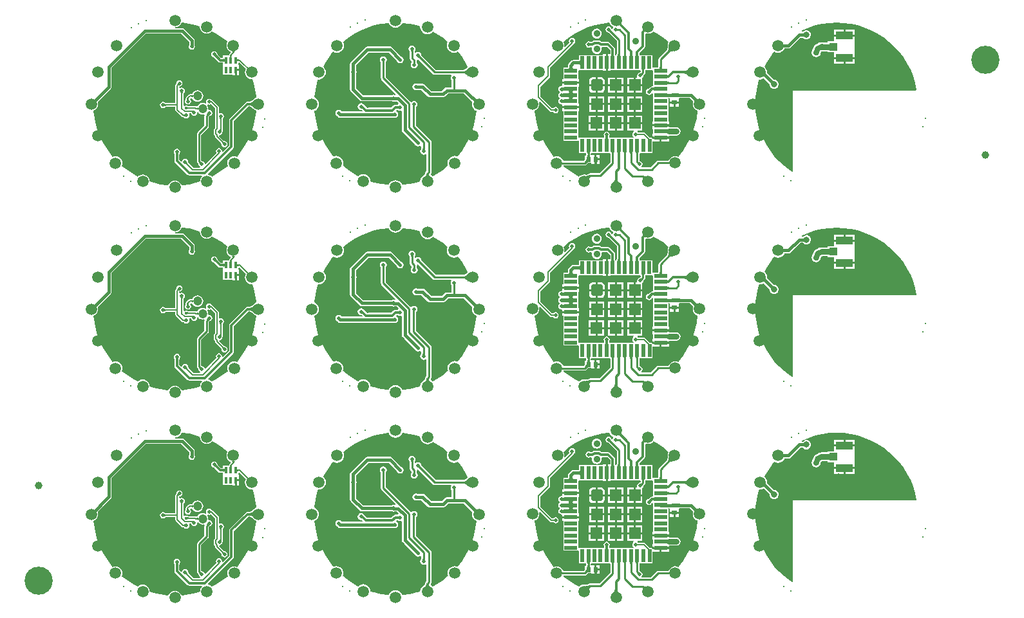
<source format=gtl>
G04*
G04 #@! TF.GenerationSoftware,Altium Limited,Altium Designer,19.0.15 (446)*
G04*
G04 Layer_Physical_Order=1*
G04 Layer_Color=255*
%FSAX25Y25*%
%MOIN*%
G70*
G01*
G75*
%ADD10C,0.03937*%
%ADD11C,0.02953*%
%ADD12R,0.03937X0.03937*%
%ADD13R,0.08661X0.04134*%
%ADD14C,0.01575*%
%ADD15R,0.02520X0.02362*%
%ADD16R,0.06693X0.01968*%
%ADD17R,0.01968X0.06693*%
G04:AMPARAMS|DCode=18|XSize=59.06mil|YSize=59.06mil|CornerRadius=5.91mil|HoleSize=0mil|Usage=FLASHONLY|Rotation=0.000|XOffset=0mil|YOffset=0mil|HoleType=Round|Shape=RoundedRectangle|*
%AMROUNDEDRECTD18*
21,1,0.05906,0.04724,0,0,0.0*
21,1,0.04724,0.05906,0,0,0.0*
1,1,0.01181,0.02362,-0.02362*
1,1,0.01181,-0.02362,-0.02362*
1,1,0.01181,-0.02362,0.02362*
1,1,0.01181,0.02362,0.02362*
%
%ADD18ROUNDEDRECTD18*%
%ADD19R,0.05906X0.05906*%
%ADD20R,0.02362X0.02520*%
%ADD21C,0.01000*%
%ADD22C,0.01181*%
%ADD23C,0.00787*%
%ADD24C,0.04724*%
%ADD25R,0.01575X0.03543*%
%ADD26C,0.00598*%
%ADD27C,0.00984*%
%ADD28C,0.14567*%
%ADD29C,0.00984*%
%ADD30C,0.03150*%
%ADD31C,0.05906*%
%ADD32C,0.02362*%
%ADD33C,0.01968*%
%ADD34C,0.03543*%
%ADD35C,0.01575*%
G36*
X0958130Y0582340D02*
X0961773Y0581861D01*
X0965359Y0581065D01*
X0967241Y0580472D01*
X0967220Y0580312D01*
X0967348Y0579336D01*
X0967725Y0578426D01*
X0968325Y0577645D01*
X0969106Y0577045D01*
X0970016Y0576668D01*
X0970992Y0576540D01*
X0971969Y0576668D01*
X0972878Y0577045D01*
X0973660Y0577645D01*
X0973759Y0577773D01*
X0975517Y0576858D01*
X0978616Y0574884D01*
X0981149Y0572940D01*
X0981507Y0572585D01*
X0981130Y0571676D01*
X0981002Y0570699D01*
X0981130Y0569723D01*
X0981507Y0568813D01*
X0982107Y0568032D01*
X0982888Y0567432D01*
X0983798Y0567055D01*
X0984774Y0566927D01*
X0985750Y0567055D01*
X0986660Y0567432D01*
X0987014Y0567075D01*
X0988959Y0564541D01*
X0990933Y0561442D01*
X0991891Y0559602D01*
X0991631Y0559403D01*
X0991556Y0559304D01*
X0991342Y0559093D01*
X0990808Y0558628D01*
X0990580Y0558457D01*
X0990362Y0558314D01*
X0990165Y0558203D01*
X0989990Y0558124D01*
X0989840Y0558074D01*
X0989718Y0558048D01*
X0975305D01*
X0967848Y0565506D01*
X0967842Y0565512D01*
X0967826Y0565535D01*
X0967703Y0566154D01*
X0967311Y0566740D01*
X0966725Y0567132D01*
X0966034Y0567269D01*
X0965343Y0567132D01*
X0964815Y0566779D01*
X0964561Y0566846D01*
X0964315Y0566980D01*
Y0567596D01*
X0964316Y0567605D01*
X0964320Y0567632D01*
X0964671Y0568158D01*
X0964809Y0568849D01*
X0964671Y0569540D01*
X0964280Y0570126D01*
X0963694Y0570518D01*
X0963002Y0570655D01*
X0962311Y0570518D01*
X0961725Y0570126D01*
X0961333Y0569540D01*
X0961196Y0568849D01*
X0961333Y0568158D01*
X0961685Y0567632D01*
X0961687Y0567614D01*
X0961690Y0567585D01*
Y0564243D01*
X0961790Y0563740D01*
X0962074Y0563314D01*
X0962871Y0562518D01*
Y0561794D01*
X0962870Y0561786D01*
X0962866Y0561759D01*
X0962515Y0561233D01*
X0962377Y0560542D01*
X0962515Y0559851D01*
X0962906Y0559265D01*
X0963492Y0558873D01*
X0964184Y0558736D01*
X0964875Y0558873D01*
X0965461Y0559265D01*
X0965852Y0559851D01*
X0965990Y0560542D01*
X0965852Y0561233D01*
X0965501Y0561759D01*
X0965498Y0561777D01*
X0965496Y0561806D01*
Y0562947D01*
X0965742Y0563258D01*
X0965919Y0563400D01*
X0966248Y0563393D01*
X0973834Y0555807D01*
X0974259Y0555522D01*
X0974762Y0555423D01*
X0983106D01*
X0983374Y0554923D01*
X0983223Y0554698D01*
X0983086Y0554006D01*
X0983223Y0553315D01*
X0983574Y0552790D01*
X0983577Y0552771D01*
X0983580Y0552742D01*
Y0548998D01*
X0980955D01*
X0980955Y0548998D01*
X0980341Y0548876D01*
X0979820Y0548528D01*
X0978322Y0547029D01*
X0972998D01*
X0969650Y0550378D01*
X0969129Y0550726D01*
X0968514Y0550848D01*
X0968514Y0550848D01*
X0965796D01*
X0965701Y0550912D01*
X0965010Y0551049D01*
X0964319Y0550912D01*
X0963733Y0550520D01*
X0963341Y0549934D01*
X0963204Y0549243D01*
X0963341Y0548551D01*
X0963733Y0547965D01*
X0964319Y0547574D01*
X0965010Y0547436D01*
X0965701Y0547574D01*
X0965796Y0547637D01*
X0967849D01*
X0971198Y0544288D01*
X0971198Y0544288D01*
X0971719Y0543940D01*
X0972333Y0543818D01*
X0972333Y0543818D01*
X0978987D01*
X0978987Y0543818D01*
X0979601Y0543940D01*
X0980122Y0544288D01*
X0981620Y0545787D01*
X0989896D01*
X0994181Y0541502D01*
X0994095Y0541294D01*
X0993966Y0540317D01*
X0994095Y0539341D01*
X0994472Y0538431D01*
X0995071Y0537650D01*
X0995852Y0537050D01*
X0996419Y0536816D01*
X0996415Y0536714D01*
X0995935Y0533071D01*
X0995140Y0529484D01*
X0994035Y0525980D01*
X0992629Y0522585D01*
X0990933Y0519326D01*
X0988959Y0516227D01*
X0986722Y0513313D01*
X0986567Y0513144D01*
X0986144Y0513320D01*
X0985168Y0513448D01*
X0984191Y0513320D01*
X0983282Y0512943D01*
X0982500Y0512343D01*
X0981901Y0511562D01*
X0981524Y0510652D01*
X0981395Y0509676D01*
X0981524Y0508699D01*
X0981699Y0508276D01*
X0981531Y0508122D01*
X0978616Y0505885D01*
X0975517Y0503911D01*
X0973671Y0502950D01*
X0972924Y0503523D01*
X0972779Y0503583D01*
X0972678Y0503995D01*
X0972681Y0504059D01*
X0972712Y0504183D01*
X0972828Y0504299D01*
X0973113Y0504725D01*
X0973213Y0505227D01*
Y0520542D01*
X0973113Y0521044D01*
X0972828Y0521470D01*
X0965181Y0529117D01*
Y0538750D01*
X0965303Y0538832D01*
X0965695Y0539418D01*
X0965832Y0540109D01*
X0965695Y0540800D01*
X0965303Y0541386D01*
X0964717Y0541778D01*
X0964026Y0541915D01*
X0963335Y0541778D01*
X0962749Y0541386D01*
X0962272Y0541573D01*
X0949512Y0554333D01*
Y0561995D01*
X0949868Y0562528D01*
X0950006Y0563219D01*
X0949868Y0563910D01*
X0949477Y0564496D01*
X0948890Y0564888D01*
X0948199Y0565025D01*
X0947508Y0564888D01*
X0946922Y0564496D01*
X0946530Y0563910D01*
X0946393Y0563219D01*
X0946530Y0562528D01*
X0946887Y0561995D01*
Y0553790D01*
X0946987Y0553287D01*
X0947271Y0552861D01*
X0954456Y0545677D01*
X0954325Y0545101D01*
X0954166Y0545045D01*
X0953475Y0545183D01*
X0952784Y0545045D01*
X0952689Y0544982D01*
X0937762D01*
X0934136Y0548608D01*
Y0556134D01*
X0934199Y0556228D01*
X0934336Y0556920D01*
X0934199Y0557611D01*
X0934136Y0557706D01*
Y0560428D01*
X0940597Y0566889D01*
X0951038D01*
X0955248Y0562679D01*
X0955271Y0562567D01*
X0955662Y0561981D01*
X0956248Y0561589D01*
X0956939Y0561452D01*
X0957631Y0561589D01*
X0958217Y0561981D01*
X0958608Y0562567D01*
X0958746Y0563258D01*
X0958608Y0563950D01*
X0958217Y0564536D01*
X0957631Y0564927D01*
X0957519Y0564949D01*
X0952839Y0569630D01*
X0952318Y0569978D01*
X0951703Y0570100D01*
X0951703Y0570100D01*
X0939932D01*
X0939931Y0570100D01*
X0939317Y0569978D01*
X0938796Y0569630D01*
X0938796Y0569630D01*
X0931395Y0562228D01*
X0931047Y0561707D01*
X0930924Y0561093D01*
X0930924Y0561093D01*
Y0557706D01*
X0930861Y0557611D01*
X0930724Y0556920D01*
X0930861Y0556228D01*
X0930924Y0556134D01*
Y0547943D01*
X0930924Y0547943D01*
X0931047Y0547329D01*
X0931395Y0546808D01*
X0935962Y0542241D01*
X0936482Y0541893D01*
X0937097Y0541771D01*
X0937097Y0541771D01*
X0952689D01*
X0952784Y0541708D01*
X0953475Y0541570D01*
X0954105Y0541695D01*
X0955089D01*
X0956046Y0540738D01*
X0955928Y0540148D01*
X0955735Y0540019D01*
X0954427D01*
X0953890Y0539912D01*
X0953434Y0539608D01*
X0952229Y0538404D01*
X0939824D01*
X0938229Y0539999D01*
X0937981Y0540165D01*
X0937902Y0540283D01*
X0937316Y0540675D01*
X0936625Y0540812D01*
X0935933Y0540675D01*
X0935347Y0540283D01*
X0934956Y0539697D01*
X0934818Y0539006D01*
X0934956Y0538315D01*
X0935347Y0537729D01*
X0935933Y0537337D01*
X0936625Y0537200D01*
X0936983Y0537271D01*
X0937393Y0536861D01*
X0937201Y0536399D01*
X0926708D01*
X0926480Y0536740D01*
X0925894Y0537132D01*
X0925202Y0537269D01*
X0924511Y0537132D01*
X0923925Y0536740D01*
X0923534Y0536154D01*
X0923396Y0535463D01*
X0923534Y0534772D01*
X0923925Y0534186D01*
X0924511Y0533794D01*
X0924623Y0533772D01*
X0924736Y0533658D01*
X0925257Y0533310D01*
X0925872Y0533188D01*
X0925872Y0533188D01*
X0953413D01*
X0954026Y0533066D01*
X0954717Y0533204D01*
X0955303Y0533595D01*
X0955695Y0534181D01*
X0955832Y0534872D01*
X0955695Y0535564D01*
X0955303Y0536150D01*
X0955009Y0536347D01*
X0954925Y0536878D01*
X0955210Y0537209D01*
X0955735D01*
X0956130Y0536945D01*
X0956821Y0536808D01*
X0957275Y0536898D01*
X0957775Y0536565D01*
Y0526908D01*
X0957775Y0526908D01*
X0957897Y0526294D01*
X0958245Y0525773D01*
X0958962Y0525056D01*
X0959011Y0524811D01*
X0959402Y0524225D01*
X0959988Y0523834D01*
X0960198Y0523792D01*
X0964500Y0519490D01*
X0964522Y0519378D01*
X0964914Y0518792D01*
X0965500Y0518400D01*
X0966191Y0518263D01*
X0966883Y0518400D01*
X0967213Y0518621D01*
X0967713Y0518354D01*
Y0517070D01*
X0967713Y0517062D01*
X0967708Y0517034D01*
X0967357Y0516509D01*
X0967220Y0515817D01*
X0967357Y0515126D01*
X0967749Y0514540D01*
X0968335Y0514149D01*
X0969026Y0514011D01*
X0969717Y0514149D01*
X0970087Y0514396D01*
X0970587Y0514134D01*
Y0505771D01*
X0970109Y0505292D01*
X0969825Y0504867D01*
X0969725Y0504364D01*
Y0504205D01*
X0969713Y0504116D01*
X0969690Y0504020D01*
X0969661Y0503939D01*
X0969628Y0503871D01*
X0969588Y0503811D01*
X0969542Y0503756D01*
X0969484Y0503703D01*
X0969412Y0503650D01*
X0969296Y0503583D01*
X0969151Y0503523D01*
X0968370Y0502924D01*
X0967770Y0502143D01*
X0967393Y0501233D01*
X0967272Y0500306D01*
X0965359Y0499703D01*
X0961773Y0498908D01*
X0958130Y0498428D01*
X0957924Y0498420D01*
X0957699Y0498963D01*
X0957099Y0499745D01*
X0956318Y0500344D01*
X0955408Y0500721D01*
X0954432Y0500850D01*
X0953455Y0500721D01*
X0952545Y0500344D01*
X0951764Y0499745D01*
X0951165Y0498963D01*
X0950940Y0498422D01*
X0950788Y0498428D01*
X0947146Y0498908D01*
X0943559Y0499703D01*
X0941600Y0500321D01*
X0941482Y0501215D01*
X0941105Y0502125D01*
X0940506Y0502906D01*
X0939725Y0503506D01*
X0938815Y0503883D01*
X0937838Y0504011D01*
X0936862Y0503883D01*
X0935952Y0503506D01*
X0935236Y0502956D01*
X0933401Y0503911D01*
X0930302Y0505885D01*
X0927387Y0508122D01*
X0927219Y0508276D01*
X0927394Y0508699D01*
X0927523Y0509676D01*
X0927394Y0510652D01*
X0927017Y0511562D01*
X0926418Y0512343D01*
X0925637Y0512943D01*
X0924727Y0513320D01*
X0923750Y0513448D01*
X0922774Y0513320D01*
X0922351Y0513144D01*
X0922196Y0513313D01*
X0919960Y0516227D01*
X0917986Y0519326D01*
X0916289Y0522585D01*
X0914883Y0525980D01*
X0913778Y0529484D01*
X0912983Y0533071D01*
X0912503Y0536714D01*
X0912498Y0536827D01*
X0913038Y0537050D01*
X0913820Y0537650D01*
X0914419Y0538431D01*
X0914796Y0539341D01*
X0914924Y0540317D01*
X0914796Y0541294D01*
X0914419Y0542204D01*
X0913820Y0542985D01*
X0913038Y0543584D01*
X0912493Y0543810D01*
X0912503Y0544055D01*
X0912983Y0547698D01*
X0913778Y0551285D01*
X0914348Y0553092D01*
X0914656Y0553052D01*
X0915632Y0553180D01*
X0916542Y0553557D01*
X0917323Y0554157D01*
X0917923Y0554938D01*
X0918299Y0555848D01*
X0918428Y0556824D01*
X0918299Y0557801D01*
X0917923Y0558710D01*
X0917323Y0559492D01*
X0917071Y0559685D01*
X0917986Y0561442D01*
X0919960Y0564541D01*
X0921904Y0567075D01*
X0922258Y0567432D01*
X0923168Y0567055D01*
X0924144Y0566927D01*
X0925121Y0567055D01*
X0926030Y0567432D01*
X0926812Y0568032D01*
X0927411Y0568813D01*
X0927788Y0569723D01*
X0927917Y0570699D01*
X0927788Y0571676D01*
X0927411Y0572585D01*
X0927769Y0572940D01*
X0930302Y0574884D01*
X0933401Y0576858D01*
X0936660Y0578554D01*
X0940055Y0579960D01*
X0943559Y0581065D01*
X0947146Y0581861D01*
X0950788Y0582340D01*
X0950967Y0582348D01*
X0951192Y0581805D01*
X0951792Y0581024D01*
X0952573Y0580424D01*
X0953483Y0580048D01*
X0954459Y0579919D01*
X0955435Y0580048D01*
X0956345Y0580424D01*
X0957127Y0581024D01*
X0957726Y0581805D01*
X0957951Y0582348D01*
X0958130Y0582340D01*
D02*
G37*
G36*
X1065530Y0581901D02*
X1066100Y0581159D01*
X1066841Y0580589D01*
X1067156Y0580459D01*
X1067211Y0579895D01*
X1067176Y0579872D01*
X1066827Y0579348D01*
X1066820Y0579317D01*
X1066310D01*
X1066265Y0579545D01*
X1065915Y0580069D01*
X1065392Y0580418D01*
X1064774Y0580541D01*
X1064157Y0580418D01*
X1063633Y0580069D01*
X1063283Y0579545D01*
X1063160Y0578928D01*
X1063283Y0578310D01*
X1063633Y0577787D01*
X1064157Y0577437D01*
X1064664Y0577336D01*
X1064670Y0577333D01*
X1064679Y0577327D01*
X1064696Y0577312D01*
X1064705Y0577309D01*
X1064712Y0577305D01*
X1064728Y0577302D01*
X1064731Y0577300D01*
X1064751Y0577290D01*
X1064781Y0577271D01*
X1064814Y0577246D01*
X1064925Y0577151D01*
X1064988Y0577091D01*
X1065052Y0577066D01*
X1068969Y0573149D01*
Y0566155D01*
X1068941Y0566093D01*
X1068937Y0565922D01*
X1068927Y0565794D01*
X1068911Y0565698D01*
X1068909Y0565688D01*
X1068216D01*
X1068208Y0565737D01*
X1068181Y0566065D01*
X1068178Y0566269D01*
X1068152Y0566329D01*
Y0568849D01*
X1068059Y0569313D01*
X1067797Y0569706D01*
X1065456Y0572047D01*
X1065454Y0572049D01*
X1065061Y0572312D01*
X1064597Y0572404D01*
X1061239D01*
X1060793Y0572850D01*
X1060400Y0573113D01*
X1059936Y0573205D01*
X1057329D01*
X1056865Y0573113D01*
X1056471Y0572850D01*
X1056026Y0572404D01*
X1055904D01*
X1055843Y0572430D01*
X1055742Y0572431D01*
X1055579Y0572438D01*
X1055467Y0572449D01*
X1055447Y0572452D01*
X1055444Y0572453D01*
X1055428Y0572459D01*
X1055423Y0572458D01*
X1055415Y0572460D01*
X1055411Y0572460D01*
X1055077Y0572683D01*
X1054459Y0572805D01*
X1053842Y0572683D01*
X1053318Y0572333D01*
X1052968Y0571809D01*
X1052845Y0571192D01*
X1052968Y0570574D01*
X1053318Y0570051D01*
X1053842Y0569701D01*
X1054459Y0569578D01*
X1055077Y0569701D01*
X1055411Y0569924D01*
X1055415Y0569923D01*
X1055424Y0569925D01*
X1055428Y0569925D01*
X1055444Y0569930D01*
X1055447Y0569931D01*
X1055456Y0569933D01*
X1055751Y0569953D01*
X1055782Y0569953D01*
X1056125Y0569638D01*
X1056137Y0569480D01*
X1056053Y0568845D01*
X1056141Y0568177D01*
X1056399Y0567555D01*
X1056809Y0567021D01*
X1057343Y0566611D01*
X1057965Y0566354D01*
X1058632Y0566266D01*
X1059300Y0566354D01*
X1059922Y0566611D01*
X1060456Y0567021D01*
X1060866Y0567555D01*
X1061124Y0568177D01*
X1061211Y0568845D01*
X1061128Y0569480D01*
X1061138Y0569618D01*
X1061380Y0569979D01*
X1064094D01*
X1065727Y0568347D01*
Y0566337D01*
X1065702Y0566281D01*
X1065695Y0566089D01*
X1064290D01*
Y0561743D01*
Y0557396D01*
X1065774D01*
Y0557798D01*
X1081184D01*
X1081439Y0557300D01*
X1081346Y0556915D01*
X1081211Y0556789D01*
X1081169Y0556755D01*
X1081130Y0556727D01*
X1081100Y0556707D01*
X1081081Y0556697D01*
X1081078Y0556696D01*
X1081062Y0556692D01*
X1081055Y0556688D01*
X1081046Y0556685D01*
X1081029Y0556670D01*
X1081019Y0556664D01*
X1081014Y0556661D01*
X1080506Y0556560D01*
X1079983Y0556210D01*
X1079633Y0555687D01*
X1079510Y0555069D01*
X1079611Y0554562D01*
X1079338Y0554062D01*
X1078825D01*
Y0550609D01*
X1082278D01*
Y0553948D01*
X1082615Y0554452D01*
X1082715Y0554959D01*
X1082718Y0554965D01*
X1082724Y0554974D01*
X1082739Y0554991D01*
X1082742Y0555000D01*
X1082747Y0555008D01*
X1082750Y0555024D01*
X1082751Y0555027D01*
X1082762Y0555046D01*
X1082781Y0555076D01*
X1082805Y0555109D01*
X1082900Y0555221D01*
X1082960Y0555283D01*
X1082986Y0555348D01*
X1083401Y0555762D01*
X1083643Y0556126D01*
X1083729Y0556555D01*
Y0557329D01*
X1083756Y0557391D01*
X1083761Y0557561D01*
X1083772Y0557686D01*
X1083780Y0557736D01*
X1084254Y0557798D01*
X1084254Y0557798D01*
X1084254Y0557798D01*
X1087420D01*
X1087758Y0557438D01*
Y0552877D01*
X1087758Y0552877D01*
Y0552853D01*
X1087758D01*
X1087758Y0552377D01*
Y0549434D01*
X1087723Y0549428D01*
X1087407Y0549402D01*
X1087211Y0549398D01*
X1087092Y0549346D01*
X1086758Y0549280D01*
X1086365Y0549017D01*
X1085844Y0548496D01*
X1085782Y0548471D01*
X1085711Y0548401D01*
X1085591Y0548290D01*
X1085503Y0548219D01*
X1085487Y0548208D01*
X1085484Y0548206D01*
X1085469Y0548199D01*
X1085466Y0548195D01*
X1085459Y0548190D01*
X1085456Y0548186D01*
X1085062Y0548108D01*
X1084538Y0547758D01*
X1084189Y0547235D01*
X1084066Y0546617D01*
X1084189Y0546000D01*
X1084538Y0545476D01*
X1085062Y0545126D01*
X1085680Y0545004D01*
X1086297Y0545126D01*
X1086821Y0545476D01*
X1087170Y0546000D01*
X1087258Y0546037D01*
X1087758Y0545708D01*
Y0543428D01*
X1087758D01*
Y0543404D01*
X1087758D01*
Y0540239D01*
X1087766D01*
Y0537124D01*
X1087766D01*
Y0533959D01*
X1087766D01*
Y0531239D01*
X1087365D01*
Y0529754D01*
X1091711D01*
X1095045D01*
Y0530227D01*
X1095055Y0530137D01*
X1095086Y0530057D01*
X1095135Y0529986D01*
X1095205Y0529924D01*
X1095296Y0529873D01*
X1095405Y0529830D01*
X1095535Y0529797D01*
X1095685Y0529773D01*
X1095856Y0529759D01*
X1096045Y0529754D01*
X1096058D01*
Y0531239D01*
X1095656D01*
Y0533975D01*
X1095656D01*
Y0537109D01*
X1095656D01*
Y0540274D01*
X1095648D01*
Y0543404D01*
X1096093Y0543538D01*
X1096163D01*
X1096569Y0543314D01*
Y0541632D01*
X1098829D01*
X1101089D01*
Y0543314D01*
X1101522Y0543475D01*
X1101660Y0543477D01*
X1101712Y0543499D01*
X1106799D01*
X1108609Y0541689D01*
X1108452Y0541311D01*
X1108330Y0540384D01*
X1108452Y0539457D01*
X1108810Y0538593D01*
X1109379Y0537851D01*
X1110121Y0537282D01*
X1110790Y0537005D01*
X1110777Y0536697D01*
X1110295Y0533038D01*
X1109496Y0529435D01*
X1108386Y0525915D01*
X1106974Y0522505D01*
X1105270Y0519232D01*
X1103287Y0516119D01*
X1101040Y0513191D01*
X1100813Y0512944D01*
X1100163Y0513213D01*
X1099236Y0513335D01*
X1098309Y0513213D01*
X1097445Y0512855D01*
X1096703Y0512286D01*
X1096134Y0511544D01*
X1095856Y0510873D01*
X1090403D01*
X1089974Y0510788D01*
X1089611Y0510545D01*
X1086515Y0507449D01*
X1081960D01*
X1081809Y0507949D01*
X1081860Y0507983D01*
X1082210Y0508507D01*
X1082333Y0509125D01*
X1082210Y0509742D01*
X1081860Y0510265D01*
X1081336Y0510615D01*
X1080829Y0510716D01*
X1080824Y0510719D01*
X1080814Y0510725D01*
X1080797Y0510740D01*
X1080788Y0510743D01*
X1080781Y0510747D01*
X1080765Y0510751D01*
X1080762Y0510752D01*
X1080742Y0510762D01*
X1080712Y0510782D01*
X1080679Y0510806D01*
X1080626Y0510851D01*
Y0514397D01*
X1080654Y0514459D01*
X1080658Y0514630D01*
X1080665Y0514710D01*
X1081101Y0514865D01*
X1081101Y0514865D01*
Y0514865D01*
X1081101Y0514865D01*
X1084266D01*
Y0514865D01*
X1084412Y0514865D01*
X1084766Y0514865D01*
X1087577D01*
Y0520959D01*
X1091211D01*
Y0522943D01*
X1091711D01*
Y0523443D01*
X1096058D01*
Y0524017D01*
X1099872D01*
X1100682Y0524178D01*
X1101368Y0524637D01*
X1101827Y0525323D01*
X1101988Y0526132D01*
X1101827Y0526942D01*
X1101368Y0527628D01*
X1100682Y0528087D01*
X1099872Y0528248D01*
X1096058D01*
Y0528754D01*
X1096045D01*
D01*
X1095856Y0528750D01*
X1095685Y0528735D01*
X1095535Y0528712D01*
X1095405Y0528679D01*
X1095296Y0528636D01*
X1095205Y0528584D01*
X1095135Y0528523D01*
X1095086Y0528452D01*
X1095055Y0528372D01*
X1095045Y0528282D01*
Y0528754D01*
X1091711D01*
X1087365D01*
Y0527270D01*
X1087766D01*
Y0524928D01*
X1087365D01*
Y0522754D01*
X1086236D01*
X1083757Y0525234D01*
X1083429Y0525453D01*
X1083042Y0525530D01*
X1079899D01*
X1079813Y0525659D01*
X1079745Y0525705D01*
X1079642Y0526375D01*
X1079718Y0526471D01*
X1082278D01*
Y0529924D01*
X1074372D01*
Y0526471D01*
X1077625D01*
X1077702Y0526375D01*
X1077598Y0525705D01*
X1077531Y0525659D01*
X1077181Y0525136D01*
X1077058Y0524518D01*
X1077181Y0523901D01*
X1077531Y0523377D01*
X1077708Y0523258D01*
X1077557Y0522758D01*
X1074790D01*
Y0522758D01*
X1071624D01*
Y0522754D01*
X1065325D01*
X1065325Y0522754D01*
X1065245Y0522795D01*
X1065054Y0522997D01*
X1064949Y0523153D01*
X1064926Y0523244D01*
X1064933Y0523278D01*
X1064939Y0523297D01*
X1064948Y0523309D01*
X1064949Y0523317D01*
X1064955Y0523327D01*
X1064957Y0523349D01*
X1065273Y0523822D01*
X1065396Y0524439D01*
X1065273Y0525057D01*
X1064923Y0525581D01*
X1064400Y0525930D01*
X1063782Y0526053D01*
X1063165Y0525930D01*
X1062641Y0525581D01*
X1062291Y0525057D01*
X1062168Y0524439D01*
X1062291Y0523822D01*
X1062549Y0523436D01*
X1062556Y0523413D01*
X1062559Y0523398D01*
X1062560Y0523379D01*
X1062564Y0523371D01*
X1062565Y0523363D01*
X1062575Y0523348D01*
X1062577Y0523342D01*
X1062584Y0523319D01*
X1062591Y0523283D01*
X1062598Y0523240D01*
X1062501Y0523099D01*
X1062191Y0522754D01*
Y0522754D01*
X1062191Y0522754D01*
X1059026D01*
Y0522754D01*
X1049691D01*
X1049569Y0522754D01*
X1049191Y0523049D01*
Y0527180D01*
X1049191Y0527656D01*
X1049191Y0528156D01*
Y0530790D01*
Y0533940D01*
Y0536727D01*
X1049593D01*
Y0538211D01*
X1045247D01*
X1040900D01*
Y0536727D01*
X1041302D01*
Y0533940D01*
Y0530790D01*
Y0528156D01*
X1041302Y0527680D01*
X1041302Y0527180D01*
Y0524491D01*
Y0521380D01*
X1049069D01*
X1049191Y0521380D01*
X1049569Y0521086D01*
Y0514865D01*
X1053122D01*
X1053124Y0514857D01*
X1053139Y0514759D01*
X1053150Y0514631D01*
X1053154Y0514459D01*
X1053182Y0514397D01*
Y0513971D01*
X1053154Y0513909D01*
X1053150Y0513736D01*
X1053139Y0513609D01*
X1053123Y0513512D01*
X1053120Y0513503D01*
X1052522D01*
Y0512057D01*
X1052499Y0512023D01*
X1052508Y0511972D01*
X1052486Y0511925D01*
X1052522Y0511822D01*
Y0511603D01*
X1052490Y0511547D01*
X1052411Y0511434D01*
X1052139Y0511111D01*
X1051959Y0510925D01*
X1051934Y0510860D01*
X1051869Y0510796D01*
X1041304D01*
X1041026Y0511467D01*
X1040456Y0512208D01*
X1039715Y0512778D01*
X1038851Y0513135D01*
X1037924Y0513258D01*
X1036997Y0513135D01*
X1036474Y0512919D01*
X1036225Y0513191D01*
X1033978Y0516119D01*
X1031995Y0519232D01*
X1030291Y0522505D01*
X1028878Y0525915D01*
X1027769Y0529435D01*
X1026970Y0533038D01*
X1026488Y0536697D01*
X1026474Y0537016D01*
X1027116Y0537282D01*
X1027858Y0537852D01*
X1028427Y0538593D01*
X1028785Y0539457D01*
X1028907Y0540384D01*
X1028795Y0541233D01*
X1028965Y0541380D01*
X1029247Y0541489D01*
X1034295Y0536441D01*
X1034623Y0536221D01*
X1035010Y0536144D01*
X1036106D01*
X1036192Y0536015D01*
X1036716Y0535665D01*
X1037333Y0535542D01*
X1037951Y0535665D01*
X1038474Y0536015D01*
X1038824Y0536539D01*
X1038947Y0537156D01*
X1038824Y0537774D01*
X1038474Y0538297D01*
X1037951Y0538647D01*
X1037333Y0538770D01*
X1036716Y0538647D01*
X1036192Y0538297D01*
X1036106Y0538168D01*
X1035429D01*
X1029408Y0544189D01*
Y0549375D01*
X1034308Y0554275D01*
X1034527Y0554603D01*
X1034605Y0554991D01*
X1034604Y0554991D01*
Y0559217D01*
X1046552Y0571165D01*
X1046772Y0571493D01*
X1046811Y0571691D01*
X1046978Y0571802D01*
X1047328Y0572326D01*
X1047451Y0572943D01*
X1047328Y0573561D01*
X1046978Y0574084D01*
X1046455Y0574434D01*
X1045837Y0574557D01*
X1045220Y0574434D01*
X1044696Y0574084D01*
X1044346Y0573561D01*
X1044223Y0572943D01*
X1044346Y0572326D01*
X1044549Y0572023D01*
X1042279Y0569753D01*
X1041805Y0569986D01*
X1041899Y0570699D01*
X1041777Y0571626D01*
X1041419Y0572490D01*
X1041672Y0572971D01*
X1044367Y0575039D01*
X1047480Y0577022D01*
X1050753Y0578726D01*
X1054163Y0580138D01*
X1057683Y0581248D01*
X1061286Y0582047D01*
X1064945Y0582529D01*
X1065265Y0582543D01*
X1065530Y0581901D01*
D02*
G37*
G36*
X1069061Y0579384D02*
X1069109Y0579352D01*
X1069164Y0579323D01*
X1069227Y0579299D01*
X1069297Y0579278D01*
X1069374Y0579261D01*
X1069458Y0579248D01*
X1069550Y0579238D01*
X1069756Y0579231D01*
Y0578231D01*
X1069649Y0578229D01*
X1069458Y0578214D01*
X1069374Y0578201D01*
X1069297Y0578184D01*
X1069227Y0578163D01*
X1069164Y0578138D01*
X1069109Y0578110D01*
X1069061Y0578078D01*
X1069020Y0578042D01*
Y0579420D01*
X1069061Y0579384D01*
D02*
G37*
G36*
X1083892Y0577648D02*
X1083814Y0577676D01*
X1083732Y0577688D01*
X1083645Y0577684D01*
X1083553Y0577664D01*
X1083456Y0577629D01*
X1083354Y0577577D01*
X1083248Y0577509D01*
X1083137Y0577426D01*
X1083020Y0577326D01*
X1082899Y0577211D01*
X1082064Y0578046D01*
X1082180Y0578167D01*
X1082279Y0578283D01*
X1082363Y0578394D01*
X1082430Y0578501D01*
X1082482Y0578603D01*
X1082518Y0578699D01*
X1082538Y0578791D01*
X1082542Y0578878D01*
X1082530Y0578961D01*
X1082502Y0579038D01*
X1083892Y0577648D01*
D02*
G37*
G36*
X1065762Y0578864D02*
X1065773Y0578807D01*
X1065792Y0578748D01*
X1065819Y0578686D01*
X1065854Y0578622D01*
X1065896Y0578555D01*
X1065946Y0578486D01*
X1066005Y0578415D01*
X1066145Y0578264D01*
X1065438Y0577557D01*
X1065361Y0577631D01*
X1065215Y0577755D01*
X1065146Y0577806D01*
X1065080Y0577848D01*
X1065016Y0577883D01*
X1064954Y0577910D01*
X1064895Y0577929D01*
X1064838Y0577940D01*
X1064784Y0577943D01*
X1065758Y0578918D01*
X1065762Y0578864D01*
D02*
G37*
G36*
X1089785Y0577022D02*
X1092898Y0575039D01*
X1095593Y0572971D01*
X1095845Y0572490D01*
X1095487Y0571626D01*
X1095369Y0570727D01*
X1095347Y0570675D01*
X1095344Y0570270D01*
X1095295Y0569553D01*
X1095253Y0569260D01*
X1095198Y0568995D01*
X1095133Y0568765D01*
X1095061Y0568573D01*
X1094983Y0568416D01*
X1094903Y0568294D01*
X1094793Y0568165D01*
X1094775Y0568110D01*
X1090911Y0564247D01*
X1090668Y0563884D01*
X1090583Y0563455D01*
Y0559666D01*
X1090582Y0559656D01*
X1090556Y0559598D01*
X1090553Y0559475D01*
X1090507Y0559191D01*
X1087758D01*
X1087420Y0559551D01*
Y0565688D01*
X1084254D01*
X1084254Y0565688D01*
X1084231D01*
Y0565688D01*
X1083754Y0565688D01*
X1080815D01*
X1080806Y0565737D01*
X1080779Y0566065D01*
X1080776Y0566269D01*
X1080750Y0566329D01*
Y0566733D01*
X1083339Y0569322D01*
X1083602Y0569715D01*
X1083694Y0570179D01*
Y0576537D01*
X1084194Y0576871D01*
X1084239Y0576852D01*
X1085166Y0576730D01*
X1086093Y0576852D01*
X1086956Y0577210D01*
X1087698Y0577779D01*
X1087879Y0578014D01*
X1089785Y0577022D01*
D02*
G37*
G36*
X1186476Y0582340D02*
X1190119Y0581861D01*
X1193706Y0581065D01*
X1197210Y0579960D01*
X1200605Y0578554D01*
X1203864Y0576858D01*
X1206962Y0574884D01*
X1209877Y0572647D01*
X1212586Y0570165D01*
X1215068Y0567456D01*
X1217305Y0564541D01*
X1219279Y0561442D01*
X1220976Y0558183D01*
X1222382Y0554789D01*
X1223487Y0551285D01*
X1224242Y0547878D01*
X1223942Y0547378D01*
X1160247Y0547378D01*
X1160246Y0505387D01*
X1159808Y0505146D01*
X1158649Y0505885D01*
X1155734Y0508122D01*
X1153025Y0510604D01*
X1150543Y0513313D01*
X1148306Y0516227D01*
X1146332Y0519326D01*
X1144635Y0522585D01*
X1143229Y0525980D01*
X1142125Y0529484D01*
X1141329Y0533071D01*
X1140850Y0536714D01*
X1140689Y0540384D01*
X1140850Y0544055D01*
X1141329Y0547698D01*
X1142125Y0551285D01*
X1142694Y0553092D01*
X1143002Y0553052D01*
X1143979Y0553180D01*
X1144888Y0553557D01*
X1145063Y0553691D01*
X1148159Y0550596D01*
X1148169Y0549991D01*
X1148544Y0549129D01*
X1149220Y0548477D01*
X1150094Y0548132D01*
X1151034Y0548149D01*
X1151896Y0548523D01*
X1152549Y0549199D01*
X1152893Y0550074D01*
X1152876Y0551013D01*
X1152502Y0551875D01*
X1151826Y0552528D01*
X1150951Y0552872D01*
X1150433Y0552863D01*
X1146739Y0556557D01*
X1146774Y0556824D01*
X1146646Y0557801D01*
X1146269Y0558710D01*
X1145670Y0559492D01*
X1145417Y0559685D01*
X1146332Y0561442D01*
X1148306Y0564541D01*
X1150250Y0567075D01*
X1150604Y0567432D01*
X1151514Y0567055D01*
X1152491Y0566927D01*
X1153467Y0567055D01*
X1154377Y0567432D01*
X1155158Y0568032D01*
X1155758Y0568813D01*
X1155874Y0569094D01*
X1157806D01*
X1157806Y0569094D01*
X1158420Y0569216D01*
X1158941Y0569564D01*
X1164101Y0574724D01*
X1165398D01*
X1165833Y0574304D01*
X1166707Y0573959D01*
X1167647Y0573976D01*
X1168508Y0574351D01*
X1169161Y0575027D01*
X1169506Y0575901D01*
X1169489Y0576840D01*
X1169114Y0577702D01*
X1168438Y0578355D01*
X1167564Y0578699D01*
X1166625Y0578683D01*
X1165763Y0578308D01*
X1165402Y0577935D01*
X1164869D01*
X1164750Y0578421D01*
X1165007Y0578554D01*
X1168401Y0579960D01*
X1171905Y0581065D01*
X1175492Y0581861D01*
X1179135Y0582340D01*
X1182806Y0582500D01*
X1186476Y0582340D01*
D02*
G37*
G36*
X1055186Y0571862D02*
X1055220Y0571845D01*
X1055263Y0571831D01*
X1055316Y0571818D01*
X1055379Y0571807D01*
X1055533Y0571791D01*
X1055726Y0571783D01*
X1055837Y0571782D01*
Y0570601D01*
X1055726Y0570600D01*
X1055379Y0570577D01*
X1055316Y0570566D01*
X1055263Y0570553D01*
X1055220Y0570538D01*
X1055186Y0570521D01*
X1055162Y0570503D01*
Y0571881D01*
X1055186Y0571862D01*
D02*
G37*
G36*
X0843973Y0582527D02*
X0847632Y0582045D01*
X0851235Y0581247D01*
X0853274Y0580604D01*
X0853236Y0580312D01*
X0853358Y0579385D01*
X0853716Y0578520D01*
X0854285Y0577778D01*
X0855027Y0577209D01*
X0855892Y0576851D01*
X0856819Y0576729D01*
X0857747Y0576851D01*
X0858611Y0577209D01*
X0859353Y0577778D01*
X0859533Y0578012D01*
X0861438Y0577020D01*
X0864550Y0575037D01*
X0867478Y0572791D01*
X0867625Y0572657D01*
X0867498Y0572491D01*
X0867140Y0571627D01*
X0867017Y0570699D01*
X0867140Y0569772D01*
X0867498Y0568908D01*
X0868067Y0568165D01*
X0868809Y0567596D01*
X0869097Y0567477D01*
X0869235Y0567134D01*
X0869180Y0566855D01*
X0869180Y0566853D01*
X0868507Y0566180D01*
X0868287Y0565851D01*
X0868239Y0565612D01*
X0868180Y0565476D01*
X0868179Y0565433D01*
X0865276D01*
Y0564368D01*
X0865265Y0564364D01*
X0865179Y0564341D01*
X0865056Y0564321D01*
X0864897Y0564307D01*
X0864690Y0564301D01*
X0864632Y0564275D01*
X0864214D01*
X0862520Y0565969D01*
X0862495Y0566031D01*
X0862425Y0566103D01*
X0862315Y0566222D01*
X0862243Y0566310D01*
X0862232Y0566326D01*
X0862230Y0566329D01*
X0862223Y0566343D01*
X0862219Y0566347D01*
X0862215Y0566354D01*
X0862211Y0566357D01*
X0862132Y0566750D01*
X0861782Y0567275D01*
X0861258Y0567625D01*
X0860640Y0567748D01*
X0860022Y0567625D01*
X0859498Y0567275D01*
X0859148Y0566750D01*
X0859025Y0566132D01*
X0859148Y0565514D01*
X0859498Y0564990D01*
X0860022Y0564640D01*
X0860416Y0564562D01*
X0860418Y0564558D01*
X0860426Y0564553D01*
X0860429Y0564550D01*
X0860444Y0564542D01*
X0860447Y0564541D01*
X0860454Y0564536D01*
X0860676Y0564341D01*
X0860742Y0564277D01*
X0860804Y0564252D01*
X0862853Y0562203D01*
X0863247Y0561940D01*
X0863711Y0561848D01*
X0863711Y0561848D01*
X0864632D01*
X0864690Y0561822D01*
X0864897Y0561816D01*
X0865056Y0561802D01*
X0865179Y0561782D01*
X0865265Y0561759D01*
X0865276Y0561755D01*
Y0560690D01*
X0865276D01*
Y0560315D01*
X0865276D01*
Y0555572D01*
X0869995D01*
Y0555172D01*
X0871282D01*
Y0557943D01*
X0871782D01*
Y0558443D01*
X0873569D01*
Y0560715D01*
X0873169D01*
Y0561552D01*
X0873669Y0561759D01*
X0876987Y0558441D01*
X0876664Y0557663D01*
X0876542Y0556735D01*
X0876664Y0555808D01*
X0877022Y0554944D01*
X0877592Y0554201D01*
X0878334Y0553632D01*
X0879198Y0553274D01*
X0880126Y0553152D01*
X0880557Y0553209D01*
X0881148Y0551333D01*
X0881947Y0547730D01*
X0882428Y0544071D01*
X0882445Y0543699D01*
X0881774Y0543421D01*
X0881067Y0542878D01*
X0881012Y0542858D01*
X0880464Y0542342D01*
X0880224Y0542147D01*
X0879990Y0541978D01*
X0879770Y0541840D01*
X0879564Y0541732D01*
X0879374Y0541652D01*
X0879200Y0541598D01*
X0879043Y0541568D01*
X0878858Y0541556D01*
X0878808Y0541531D01*
X0877884D01*
X0877884Y0541531D01*
X0877420Y0541439D01*
X0877026Y0541176D01*
X0877026Y0541176D01*
X0868719Y0532869D01*
X0868456Y0532475D01*
X0868363Y0532010D01*
X0868363Y0532010D01*
Y0518722D01*
X0865183Y0515541D01*
X0864722Y0515788D01*
X0864736Y0515857D01*
X0864613Y0516475D01*
X0864263Y0516999D01*
X0863739Y0517349D01*
X0863120Y0517472D01*
X0862502Y0517349D01*
X0861978Y0516999D01*
X0861628Y0516475D01*
X0861505Y0515857D01*
X0861628Y0515239D01*
X0861830Y0514936D01*
X0856260Y0509367D01*
X0855718Y0509531D01*
X0855676Y0509743D01*
X0855326Y0510267D01*
X0854802Y0510617D01*
X0854292Y0510718D01*
X0854274Y0510727D01*
X0854263Y0510734D01*
X0854252Y0510743D01*
X0854247Y0510745D01*
X0854239Y0510750D01*
X0854220Y0510754D01*
X0854215Y0510755D01*
X0854214Y0510756D01*
X0854195Y0510766D01*
X0854166Y0510785D01*
X0854134Y0510808D01*
X0854023Y0510901D01*
X0853962Y0510960D01*
X0853919Y0510977D01*
Y0524372D01*
X0857491Y0527943D01*
X0857491Y0527943D01*
X0857732Y0528305D01*
X0857817Y0528731D01*
X0857817Y0528731D01*
Y0533781D01*
X0857828Y0533792D01*
X0857889Y0533815D01*
X0858023Y0533939D01*
X0858064Y0533972D01*
X0858103Y0534000D01*
X0858132Y0534018D01*
X0858151Y0534028D01*
X0858152Y0534029D01*
X0858157Y0534031D01*
X0858176Y0534034D01*
X0858184Y0534039D01*
X0858189Y0534041D01*
X0858200Y0534051D01*
X0858211Y0534057D01*
X0858229Y0534066D01*
X0858739Y0534168D01*
X0859263Y0534518D01*
X0859613Y0535042D01*
X0859736Y0535660D01*
X0859613Y0536278D01*
X0859263Y0536802D01*
X0858739Y0537152D01*
X0858121Y0537275D01*
X0858018Y0537255D01*
X0857569Y0537675D01*
X0857604Y0537943D01*
X0857502Y0538717D01*
X0857204Y0539437D01*
X0857002Y0539701D01*
X0857341Y0540069D01*
X0857347Y0540073D01*
X0857963Y0539950D01*
X0858581Y0540073D01*
X0858907Y0540291D01*
X0861005Y0538193D01*
Y0527840D01*
X0860623Y0527458D01*
X0860403Y0527129D01*
X0860326Y0526741D01*
Y0525004D01*
X0860403Y0524616D01*
X0860623Y0524287D01*
X0861005Y0523905D01*
Y0523495D01*
X0861082Y0523107D01*
X0861302Y0522778D01*
X0864162Y0519918D01*
X0864188Y0519850D01*
X0864241Y0519794D01*
X0864273Y0519755D01*
X0864299Y0519719D01*
X0864319Y0519686D01*
X0864333Y0519657D01*
X0864344Y0519631D01*
X0864352Y0519607D01*
X0864357Y0519583D01*
X0864359Y0519560D01*
X0864361Y0519506D01*
X0864398Y0519426D01*
X0864502Y0518900D01*
X0864852Y0518376D01*
X0865376Y0518026D01*
X0865994Y0517903D01*
X0866613Y0518026D01*
X0867137Y0518376D01*
X0867487Y0518900D01*
X0867610Y0519518D01*
X0867487Y0520136D01*
X0867137Y0520660D01*
X0866613Y0521010D01*
X0866086Y0521115D01*
X0866006Y0521151D01*
X0865953Y0521153D01*
X0865929Y0521156D01*
X0865906Y0521161D01*
X0865882Y0521169D01*
X0865855Y0521179D01*
X0865826Y0521194D01*
X0865794Y0521214D01*
X0865758Y0521240D01*
X0865719Y0521272D01*
X0865663Y0521325D01*
X0865595Y0521350D01*
X0863227Y0523719D01*
X0863265Y0523923D01*
X0863424Y0524229D01*
X0863935Y0524331D01*
X0864460Y0524681D01*
X0864810Y0525205D01*
X0864933Y0525823D01*
X0864924Y0525865D01*
X0864937Y0525889D01*
X0864940Y0525914D01*
X0864962Y0525947D01*
X0865039Y0526335D01*
Y0526794D01*
X0865065Y0527024D01*
X0865039Y0527114D01*
Y0532349D01*
X0865069Y0532415D01*
X0865071Y0532493D01*
X0865076Y0532543D01*
X0865083Y0532587D01*
X0865092Y0532624D01*
X0865102Y0532655D01*
X0865113Y0532681D01*
X0865125Y0532703D01*
X0865138Y0532723D01*
X0865153Y0532742D01*
X0865189Y0532781D01*
X0865220Y0532863D01*
X0865518Y0533310D01*
X0865641Y0533928D01*
X0865518Y0534546D01*
X0865168Y0535070D01*
X0864644Y0535420D01*
X0864026Y0535543D01*
X0863531Y0535444D01*
X0863031Y0535724D01*
Y0538613D01*
X0862954Y0539000D01*
X0862735Y0539329D01*
X0859782Y0542282D01*
X0859453Y0542501D01*
X0859211Y0542550D01*
X0859105Y0542708D01*
X0858581Y0543058D01*
X0857963Y0543181D01*
X0857345Y0543058D01*
X0856821Y0542708D01*
X0856471Y0542184D01*
X0856348Y0541565D01*
X0856471Y0540947D01*
X0856557Y0540819D01*
X0856187Y0540472D01*
X0856110Y0540531D01*
X0855390Y0540829D01*
X0854617Y0540931D01*
X0853843Y0540829D01*
X0853123Y0540531D01*
X0852504Y0540056D01*
X0852029Y0539437D01*
X0851942Y0539226D01*
X0851921Y0539214D01*
X0851417Y0539073D01*
X0851205Y0539215D01*
X0850817Y0539292D01*
X0847435D01*
X0847371Y0539321D01*
X0847229Y0539326D01*
X0847196Y0539330D01*
X0847166Y0539335D01*
X0847147Y0539339D01*
X0847143Y0539341D01*
X0847128Y0539348D01*
X0847122Y0539349D01*
X0847115Y0539352D01*
X0847093Y0539351D01*
X0847081Y0539352D01*
X0846733Y0539585D01*
X0846191Y0539693D01*
X0845650Y0539585D01*
X0845285Y0539342D01*
X0844944Y0539452D01*
X0844785Y0539563D01*
Y0545493D01*
X0844817Y0545560D01*
X0844819Y0545619D01*
X0844823Y0545647D01*
X0844830Y0545677D01*
X0844839Y0545707D01*
X0844853Y0545739D01*
X0844872Y0545775D01*
X0844896Y0545813D01*
X0844927Y0545856D01*
X0844966Y0545901D01*
X0845026Y0545964D01*
X0845057Y0546044D01*
X0845361Y0546498D01*
X0845484Y0547117D01*
X0845361Y0547735D01*
X0845011Y0548259D01*
X0844487Y0548609D01*
X0843869Y0548732D01*
X0843250Y0548609D01*
X0843055Y0548479D01*
X0842555Y0548746D01*
Y0549374D01*
X0842556Y0549375D01*
X0842573Y0549378D01*
X0842588Y0549380D01*
X0842634Y0549381D01*
X0842698Y0549409D01*
X0843266Y0549522D01*
X0843790Y0549872D01*
X0844140Y0550396D01*
X0844263Y0551014D01*
X0844140Y0551632D01*
X0843790Y0552156D01*
X0843266Y0552507D01*
X0842648Y0552630D01*
X0842030Y0552507D01*
X0841506Y0552156D01*
X0841156Y0551632D01*
X0841043Y0551064D01*
X0841015Y0551000D01*
X0841014Y0550954D01*
X0841012Y0550939D01*
X0841009Y0550922D01*
X0841002Y0550903D01*
X0840993Y0550879D01*
X0840979Y0550852D01*
X0840958Y0550819D01*
X0840931Y0550782D01*
X0840897Y0550741D01*
X0840842Y0550683D01*
X0840812Y0550604D01*
X0840606Y0550296D01*
X0840529Y0549908D01*
Y0540807D01*
X0835801D01*
X0835735Y0540837D01*
X0835658Y0540839D01*
X0835607Y0540844D01*
X0835564Y0540851D01*
X0835527Y0540860D01*
X0835496Y0540870D01*
X0835470Y0540881D01*
X0835447Y0540893D01*
X0835427Y0540906D01*
X0835408Y0540921D01*
X0835369Y0540957D01*
X0835287Y0540988D01*
X0834841Y0541286D01*
X0834223Y0541409D01*
X0833605Y0541286D01*
X0833081Y0540936D01*
X0832731Y0540412D01*
X0832608Y0539794D01*
X0832731Y0539176D01*
X0833081Y0538652D01*
X0833605Y0538302D01*
X0834223Y0538178D01*
X0834841Y0538302D01*
X0835287Y0538600D01*
X0835369Y0538630D01*
X0835408Y0538667D01*
X0835427Y0538682D01*
X0835447Y0538695D01*
X0835470Y0538706D01*
X0835496Y0538718D01*
X0835527Y0538728D01*
X0835564Y0538737D01*
X0835607Y0538744D01*
X0835658Y0538749D01*
X0835735Y0538751D01*
X0835801Y0538781D01*
X0840572D01*
Y0537375D01*
X0840649Y0536987D01*
X0840869Y0536658D01*
X0843765Y0533762D01*
X0844093Y0533543D01*
X0844481Y0533466D01*
X0844574D01*
X0844640Y0533436D01*
X0844717Y0533434D01*
X0844768Y0533429D01*
X0844811Y0533422D01*
X0844848Y0533413D01*
X0844879Y0533403D01*
X0844905Y0533392D01*
X0844928Y0533380D01*
X0844948Y0533367D01*
X0844967Y0533352D01*
X0845006Y0533316D01*
X0845088Y0533285D01*
X0845534Y0532986D01*
X0846152Y0532864D01*
X0846770Y0532986D01*
X0847294Y0533337D01*
X0847644Y0533861D01*
X0847767Y0534479D01*
X0847665Y0534991D01*
X0847937Y0535491D01*
X0848540D01*
X0848555Y0535479D01*
X0848624Y0535489D01*
X0848687Y0535460D01*
X0848703Y0535459D01*
X0848754Y0535199D01*
X0849104Y0534675D01*
X0849628Y0534325D01*
X0850247Y0534202D01*
X0850865Y0534325D01*
X0851389Y0534675D01*
X0851739Y0535199D01*
X0851862Y0535817D01*
X0851854Y0535856D01*
X0852322Y0536068D01*
X0852504Y0535831D01*
X0853123Y0535356D01*
X0853843Y0535057D01*
X0854617Y0534956D01*
X0855327Y0535049D01*
X0855504Y0534882D01*
X0855667Y0534631D01*
X0855590Y0534243D01*
Y0529192D01*
X0852018Y0525621D01*
X0851777Y0525259D01*
X0851692Y0524833D01*
Y0510502D01*
X0851777Y0510076D01*
X0852018Y0509715D01*
X0852316Y0509417D01*
X0852339Y0509356D01*
X0852463Y0509222D01*
X0852496Y0509181D01*
X0852523Y0509142D01*
X0852542Y0509113D01*
X0852552Y0509094D01*
X0852553Y0509093D01*
X0852554Y0509088D01*
X0852558Y0509069D01*
X0852563Y0509061D01*
X0852565Y0509056D01*
X0852574Y0509045D01*
X0852581Y0509034D01*
X0852590Y0509016D01*
X0852691Y0508506D01*
X0853041Y0507982D01*
X0853310Y0507803D01*
X0853158Y0507303D01*
X0849997D01*
X0847374Y0509926D01*
X0847348Y0509993D01*
X0847296Y0510050D01*
X0847263Y0510089D01*
X0847237Y0510125D01*
X0847218Y0510157D01*
X0847203Y0510186D01*
X0847192Y0510213D01*
X0847185Y0510237D01*
X0847180Y0510260D01*
X0847177Y0510284D01*
X0847175Y0510337D01*
X0847139Y0510417D01*
X0847034Y0510943D01*
X0846684Y0511468D01*
X0846160Y0511818D01*
X0845542Y0511941D01*
X0844924Y0511818D01*
X0844400Y0511468D01*
X0844049Y0510943D01*
X0843984Y0510613D01*
X0843441Y0510449D01*
X0842602Y0511288D01*
Y0514128D01*
X0842628Y0514190D01*
X0842629Y0514292D01*
X0842635Y0514458D01*
X0842645Y0514575D01*
X0842649Y0514598D01*
X0842651Y0514605D01*
X0842656Y0514622D01*
X0842655Y0514627D01*
X0842656Y0514632D01*
X0842654Y0514644D01*
X0842841Y0514924D01*
X0842964Y0515542D01*
X0842841Y0516160D01*
X0842491Y0516684D01*
X0841967Y0517034D01*
X0841349Y0517157D01*
X0840731Y0517034D01*
X0840207Y0516684D01*
X0839857Y0516160D01*
X0839734Y0515542D01*
X0839857Y0514924D01*
X0840120Y0514530D01*
X0840120Y0514525D01*
X0840125Y0514512D01*
X0840126Y0514508D01*
X0840147Y0514219D01*
X0840148Y0514129D01*
X0840154Y0514116D01*
X0840149Y0514103D01*
X0840174Y0514050D01*
Y0510785D01*
X0840174Y0510785D01*
X0840267Y0510321D01*
X0840530Y0509927D01*
X0846797Y0503660D01*
X0846797Y0503660D01*
X0847191Y0503397D01*
X0847655Y0503304D01*
X0854223D01*
X0854383Y0502831D01*
X0854330Y0502790D01*
X0853761Y0502048D01*
X0853403Y0501184D01*
X0853281Y0500256D01*
X0853292Y0500171D01*
X0851235Y0499522D01*
X0847632Y0498723D01*
X0843973Y0498242D01*
X0843655Y0498228D01*
X0843389Y0498869D01*
X0842820Y0499611D01*
X0842078Y0500181D01*
X0841213Y0500539D01*
X0840286Y0500661D01*
X0839358Y0500539D01*
X0838494Y0500181D01*
X0837752Y0499611D01*
X0837183Y0498869D01*
X0836917Y0498228D01*
X0836599Y0498242D01*
X0832940Y0498723D01*
X0829337Y0499522D01*
X0827241Y0500183D01*
X0827248Y0500239D01*
X0827126Y0501166D01*
X0826768Y0502030D01*
X0826199Y0502773D01*
X0825457Y0503342D01*
X0824593Y0503700D01*
X0823665Y0503822D01*
X0822738Y0503700D01*
X0821873Y0503342D01*
X0821131Y0502773D01*
X0821096Y0502727D01*
X0819134Y0503748D01*
X0816022Y0505731D01*
X0813094Y0507978D01*
X0812822Y0508226D01*
X0813039Y0508748D01*
X0813161Y0509676D01*
X0813039Y0510603D01*
X0812681Y0511467D01*
X0812111Y0512210D01*
X0811369Y0512779D01*
X0810505Y0513137D01*
X0809577Y0513259D01*
X0808650Y0513137D01*
X0808128Y0512921D01*
X0807879Y0513192D01*
X0805633Y0516120D01*
X0803650Y0519233D01*
X0801946Y0522506D01*
X0800533Y0525916D01*
X0799424Y0529435D01*
X0798625Y0533038D01*
X0798143Y0536697D01*
X0798132Y0536950D01*
X0798771Y0537214D01*
X0799513Y0537784D01*
X0800082Y0538526D01*
X0800440Y0539390D01*
X0800562Y0540317D01*
X0800440Y0541245D01*
X0800284Y0541622D01*
X0806995Y0548333D01*
X0807302Y0548792D01*
X0807409Y0549333D01*
Y0559011D01*
X0825202Y0576804D01*
X0843480D01*
X0847675Y0572609D01*
Y0570843D01*
X0847597Y0570727D01*
X0847474Y0570109D01*
X0847597Y0569491D01*
X0847947Y0568967D01*
X0848471Y0568616D01*
X0849090Y0568494D01*
X0849708Y0568616D01*
X0850232Y0568967D01*
X0850582Y0569491D01*
X0850705Y0570109D01*
X0850582Y0570727D01*
X0850504Y0570843D01*
Y0573195D01*
X0850397Y0573736D01*
X0850090Y0574195D01*
X0845066Y0579219D01*
X0844607Y0579526D01*
X0844065Y0579634D01*
X0840513D01*
X0840480Y0580134D01*
X0841213Y0580230D01*
X0842078Y0580588D01*
X0842820Y0581158D01*
X0843389Y0581900D01*
X0843655Y0582541D01*
X0843973Y0582527D01*
D02*
G37*
G36*
X0963655Y0568105D02*
X0963623Y0568057D01*
X0963595Y0568002D01*
X0963570Y0567939D01*
X0963550Y0567870D01*
X0963533Y0567792D01*
X0963519Y0567708D01*
X0963510Y0567616D01*
X0963502Y0567411D01*
X0962502D01*
X0962500Y0567517D01*
X0962485Y0567708D01*
X0962472Y0567792D01*
X0962455Y0567870D01*
X0962434Y0567939D01*
X0962410Y0568002D01*
X0962381Y0568057D01*
X0962349Y0568105D01*
X0962313Y0568146D01*
X0963691D01*
X0963655Y0568105D01*
D02*
G37*
G36*
X1098918Y0567747D02*
X1098494Y0567743D01*
X1097733Y0567692D01*
X1097396Y0567643D01*
X1097089Y0567580D01*
X1096811Y0567501D01*
X1096562Y0567407D01*
X1096342Y0567298D01*
X1096152Y0567174D01*
X1095990Y0567035D01*
X1095283Y0567742D01*
X1095422Y0567904D01*
X1095546Y0568094D01*
X1095655Y0568314D01*
X1095749Y0568563D01*
X1095828Y0568841D01*
X1095891Y0569148D01*
X1095940Y0569485D01*
X1095992Y0570246D01*
X1095995Y0570670D01*
X1098918Y0567747D01*
D02*
G37*
G36*
X0871531Y0567885D02*
X0871419Y0567817D01*
X0871319Y0567736D01*
X0871233Y0567644D01*
X0871160Y0567540D01*
X0871101Y0567424D01*
X0871054Y0567296D01*
X0871021Y0567156D01*
X0871001Y0567004D01*
X0870994Y0566841D01*
X0870207D01*
X0870201Y0567004D01*
X0870181Y0567156D01*
X0870148Y0567296D01*
X0870101Y0567424D01*
X0870041Y0567540D01*
X0869969Y0567644D01*
X0869882Y0567736D01*
X0869783Y0567817D01*
X0869670Y0567885D01*
X0869544Y0567942D01*
X0871657D01*
X0871531Y0567885D01*
D02*
G37*
G36*
X1080132Y0566034D02*
X1080163Y0565656D01*
X1080190Y0565502D01*
X1080224Y0565372D01*
X1080266Y0565266D01*
X1080315Y0565183D01*
X1080373Y0565124D01*
X1080438Y0565089D01*
X1080510Y0565077D01*
X1078566D01*
X1078638Y0565089D01*
X1078703Y0565124D01*
X1078760Y0565183D01*
X1078810Y0565266D01*
X1078852Y0565372D01*
X1078886Y0565502D01*
X1078913Y0565656D01*
X1078932Y0565833D01*
X1078947Y0566258D01*
X1080128D01*
X1080132Y0566034D01*
D02*
G37*
G36*
X1076983D02*
X1077013Y0565656D01*
X1077040Y0565502D01*
X1077074Y0565372D01*
X1077116Y0565266D01*
X1077166Y0565183D01*
X1077223Y0565124D01*
X1077288Y0565089D01*
X1077361Y0565077D01*
X1075416D01*
X1075488Y0565089D01*
X1075553Y0565124D01*
X1075611Y0565183D01*
X1075660Y0565266D01*
X1075702Y0565372D01*
X1075737Y0565502D01*
X1075763Y0565656D01*
X1075782Y0565833D01*
X1075798Y0566258D01*
X1076979D01*
X1076983Y0566034D01*
D02*
G37*
G36*
X1073743Y0565887D02*
X1073757Y0565717D01*
X1073781Y0565567D01*
X1073814Y0565437D01*
X1073857Y0565327D01*
X1073909Y0565237D01*
X1073970Y0565167D01*
X1074041Y0565117D01*
X1074121Y0565087D01*
X1074211Y0565077D01*
X1072266D01*
X1072356Y0565087D01*
X1072436Y0565117D01*
X1072507Y0565167D01*
X1072569Y0565237D01*
X1072621Y0565327D01*
X1072663Y0565437D01*
X1072696Y0565567D01*
X1072720Y0565717D01*
X1072734Y0565887D01*
X1072739Y0566077D01*
X1073739D01*
X1073743Y0565887D01*
D02*
G37*
G36*
X1070594D02*
X1070608Y0565717D01*
X1070632Y0565567D01*
X1070665Y0565437D01*
X1070707Y0565327D01*
X1070759Y0565237D01*
X1070820Y0565167D01*
X1070891Y0565117D01*
X1070972Y0565087D01*
X1071061Y0565077D01*
X1069117D01*
X1069207Y0565087D01*
X1069287Y0565117D01*
X1069358Y0565167D01*
X1069419Y0565237D01*
X1069471Y0565327D01*
X1069514Y0565437D01*
X1069547Y0565567D01*
X1069570Y0565717D01*
X1069584Y0565887D01*
X1069589Y0566077D01*
X1070589D01*
X1070594Y0565887D01*
D02*
G37*
G36*
X1067534Y0566034D02*
X1067564Y0565656D01*
X1067591Y0565502D01*
X1067625Y0565372D01*
X1067667Y0565266D01*
X1067717Y0565183D01*
X1067774Y0565124D01*
X1067839Y0565089D01*
X1067912Y0565077D01*
X1065967D01*
X1066040Y0565089D01*
X1066105Y0565124D01*
X1066162Y0565183D01*
X1066212Y0565266D01*
X1066253Y0565372D01*
X1066288Y0565502D01*
X1066315Y0565656D01*
X1066334Y0565833D01*
X1066349Y0566258D01*
X1067530D01*
X1067534Y0566034D01*
D02*
G37*
G36*
X0869619Y0565339D02*
X0869639Y0565130D01*
X0869656Y0565045D01*
X0869679Y0564973D01*
X0869706Y0564914D01*
X0869738Y0564868D01*
X0869775Y0564835D01*
X0869818Y0564816D01*
X0869865Y0564809D01*
X0868581D01*
X0868628Y0564816D01*
X0868670Y0564835D01*
X0868708Y0564868D01*
X0868740Y0564914D01*
X0868767Y0564973D01*
X0868789Y0565045D01*
X0868807Y0565130D01*
X0868819Y0565228D01*
X0868827Y0565339D01*
X0868829Y0565463D01*
X0869617D01*
X0869619Y0565339D01*
D02*
G37*
G36*
X0861628Y0566092D02*
X0861640Y0566056D01*
X0861660Y0566015D01*
X0861689Y0565969D01*
X0861726Y0565917D01*
X0861824Y0565797D01*
X0861954Y0565655D01*
X0862032Y0565576D01*
X0861197Y0564740D01*
X0861118Y0564818D01*
X0860856Y0565047D01*
X0860804Y0565084D01*
X0860757Y0565112D01*
X0860716Y0565132D01*
X0860680Y0565144D01*
X0860650Y0565148D01*
X0861624Y0566122D01*
X0861628Y0566092D01*
D02*
G37*
G36*
X0967021Y0565399D02*
X0967033Y0565342D01*
X0967052Y0565283D01*
X0967079Y0565222D01*
X0967113Y0565158D01*
X0967156Y0565091D01*
X0967206Y0565022D01*
X0967265Y0564950D01*
X0967404Y0564800D01*
X0966697Y0564092D01*
X0966621Y0564166D01*
X0966475Y0564291D01*
X0966406Y0564341D01*
X0966339Y0564384D01*
X0966275Y0564418D01*
X0966214Y0564445D01*
X0966155Y0564464D01*
X0966098Y0564475D01*
X0966044Y0564479D01*
X0967018Y0565453D01*
X0967021Y0565399D01*
D02*
G37*
G36*
X0872565Y0563774D02*
X0872589Y0563707D01*
X0872628Y0563648D01*
X0872683Y0563597D01*
X0872754Y0563554D01*
X0872841Y0563518D01*
X0872943Y0563491D01*
X0873061Y0563471D01*
X0873195Y0563459D01*
X0873345Y0563455D01*
Y0562668D01*
X0873195Y0562664D01*
X0873061Y0562652D01*
X0872943Y0562632D01*
X0872841Y0562605D01*
X0872754Y0562569D01*
X0872683Y0562526D01*
X0872628Y0562475D01*
X0872589Y0562416D01*
X0872565Y0562349D01*
X0872557Y0562274D01*
Y0563849D01*
X0872565Y0563774D01*
D02*
G37*
G36*
X0865900Y0561880D02*
X0865889Y0561993D01*
X0865853Y0562093D01*
X0865793Y0562182D01*
X0865709Y0562258D01*
X0865602Y0562323D01*
X0865471Y0562376D01*
X0865316Y0562418D01*
X0865137Y0562447D01*
X0864934Y0562465D01*
X0864707Y0562471D01*
Y0563652D01*
X0864934Y0563658D01*
X0865137Y0563676D01*
X0865316Y0563705D01*
X0865471Y0563747D01*
X0865602Y0563800D01*
X0865709Y0563865D01*
X0865793Y0563941D01*
X0865853Y0564030D01*
X0865889Y0564130D01*
X0865900Y0564243D01*
Y0561880D01*
D02*
G37*
G36*
X0964685Y0561874D02*
X0964701Y0561683D01*
X0964714Y0561598D01*
X0964731Y0561521D01*
X0964752Y0561451D01*
X0964776Y0561389D01*
X0964804Y0561333D01*
X0964837Y0561285D01*
X0964872Y0561245D01*
X0963494D01*
X0963531Y0561285D01*
X0963563Y0561333D01*
X0963591Y0561389D01*
X0963616Y0561451D01*
X0963636Y0561521D01*
X0963653Y0561598D01*
X0963667Y0561683D01*
X0963676Y0561775D01*
X0963684Y0561980D01*
X0964684D01*
X0964685Y0561874D01*
D02*
G37*
G36*
X1092208Y0559389D02*
X1092223Y0559217D01*
X1092248Y0559065D01*
X1092283Y0558933D01*
X1092328Y0558822D01*
X1092383Y0558731D01*
X1092448Y0558660D01*
X1092523Y0558609D01*
X1092608Y0558579D01*
X1092703Y0558569D01*
X1090703D01*
X1090798Y0558579D01*
X1090883Y0558609D01*
X1090958Y0558660D01*
X1091023Y0558731D01*
X1091078Y0558822D01*
X1091123Y0558933D01*
X1091158Y0559065D01*
X1091183Y0559217D01*
X1091198Y0559389D01*
X1091203Y0559581D01*
X1092203D01*
X1092208Y0559389D01*
D02*
G37*
G36*
X1083514Y0558398D02*
X1083429Y0558368D01*
X1083354Y0558318D01*
X1083289Y0558248D01*
X1083234Y0558158D01*
X1083189Y0558048D01*
X1083154Y0557918D01*
X1083129Y0557768D01*
X1083114Y0557598D01*
X1083109Y0557408D01*
X1082109D01*
X1082104Y0557598D01*
X1082091Y0557768D01*
X1082070Y0557918D01*
X1082040Y0558048D01*
X1082001Y0558158D01*
X1081953Y0558248D01*
X1081897Y0558318D01*
X1081832Y0558368D01*
X1081758Y0558398D01*
X1081676Y0558408D01*
X1083609D01*
X1083514Y0558398D01*
D02*
G37*
G36*
X1082494Y0555733D02*
X1082420Y0555656D01*
X1082296Y0555511D01*
X1082246Y0555442D01*
X1082203Y0555375D01*
X1082168Y0555311D01*
X1082141Y0555249D01*
X1082122Y0555190D01*
X1082111Y0555133D01*
X1082108Y0555079D01*
X1081133Y0556054D01*
X1081188Y0556057D01*
X1081244Y0556068D01*
X1081303Y0556087D01*
X1081365Y0556114D01*
X1081429Y0556149D01*
X1081496Y0556191D01*
X1081565Y0556242D01*
X1081637Y0556300D01*
X1081787Y0556440D01*
X1082494Y0555733D01*
D02*
G37*
G36*
X1106363Y0554668D02*
X1106077Y0554949D01*
X1105526Y0555421D01*
X1105260Y0555613D01*
X1105001Y0555776D01*
X1104749Y0555908D01*
X1104503Y0556012D01*
X1104265Y0556086D01*
X1104033Y0556130D01*
X1103807Y0556145D01*
Y0557326D01*
X1104033Y0557340D01*
X1104265Y0557385D01*
X1104503Y0557459D01*
X1104749Y0557562D01*
X1105001Y0557695D01*
X1105260Y0557857D01*
X1105526Y0558049D01*
X1105798Y0558271D01*
X1106363Y0558802D01*
Y0554668D01*
D02*
G37*
G36*
X0992190D02*
X0991888Y0554966D01*
X0991314Y0555467D01*
X0991041Y0555671D01*
X0990779Y0555843D01*
X0990527Y0555984D01*
X0990284Y0556094D01*
X0990052Y0556173D01*
X0989830Y0556219D01*
X0989617Y0556235D01*
Y0557235D01*
X0989830Y0557251D01*
X0990052Y0557298D01*
X0990284Y0557376D01*
X0990527Y0557486D01*
X0990779Y0557627D01*
X0991041Y0557799D01*
X0991314Y0558003D01*
X0991888Y0558504D01*
X0992190Y0558802D01*
Y0554668D01*
D02*
G37*
G36*
X1095046Y0555235D02*
X1095070Y0555196D01*
X1095111Y0555162D01*
X1095169Y0555132D01*
X1095242Y0555107D01*
X1095333Y0555086D01*
X1095439Y0555070D01*
X1095562Y0555059D01*
X1095857Y0555050D01*
Y0553869D01*
X1095701Y0553866D01*
X1095439Y0553848D01*
X1095333Y0553832D01*
X1095242Y0553812D01*
X1095169Y0553786D01*
X1095111Y0553757D01*
X1095070Y0553722D01*
X1095046Y0553684D01*
X1095038Y0553640D01*
Y0555278D01*
X1095046Y0555235D01*
D02*
G37*
G36*
X0985545Y0553263D02*
X0985513Y0553215D01*
X0985485Y0553160D01*
X0985460Y0553097D01*
X0985439Y0553027D01*
X0985422Y0552950D01*
X0985409Y0552865D01*
X0985400Y0552774D01*
X0985392Y0552568D01*
X0984392D01*
X0984390Y0552674D01*
X0984375Y0552865D01*
X0984362Y0552950D01*
X0984345Y0553027D01*
X0984324Y0553097D01*
X0984300Y0553160D01*
X0984271Y0553215D01*
X0984239Y0553263D01*
X0984203Y0553303D01*
X0985581D01*
X0985545Y0553263D01*
D02*
G37*
G36*
X1095048Y0552153D02*
X1095078Y0552072D01*
X1095128Y0552002D01*
X1095198Y0551940D01*
X1095288Y0551888D01*
X1095398Y0551846D01*
X1095528Y0551813D01*
X1095678Y0551789D01*
X1095848Y0551775D01*
X1096038Y0551770D01*
Y0550770D01*
X1095848Y0550765D01*
X1095678Y0550751D01*
X1095528Y0550728D01*
X1095398Y0550695D01*
X1095288Y0550652D01*
X1095198Y0550600D01*
X1095128Y0550539D01*
X1095078Y0550468D01*
X1095048Y0550388D01*
X1095038Y0550298D01*
Y0552242D01*
X1095048Y0552153D01*
D02*
G37*
G36*
X0842621Y0550030D02*
X0842544Y0550029D01*
X0842467Y0550020D01*
X0842390Y0550003D01*
X0842314Y0549979D01*
X0842239Y0549948D01*
X0842164Y0549909D01*
X0842090Y0549863D01*
X0842016Y0549810D01*
X0841943Y0549749D01*
X0841871Y0549680D01*
X0841314Y0550237D01*
X0841383Y0550310D01*
X0841444Y0550383D01*
X0841497Y0550456D01*
X0841543Y0550530D01*
X0841582Y0550605D01*
X0841613Y0550680D01*
X0841637Y0550756D01*
X0841654Y0550833D01*
X0841663Y0550910D01*
X0841664Y0550987D01*
X0842621Y0550030D01*
D02*
G37*
G36*
X1088369Y0547188D02*
X1088357Y0547260D01*
X1088323Y0547325D01*
X1088266Y0547382D01*
X1088185Y0547432D01*
X1088082Y0547474D01*
X1087956Y0547508D01*
X1087807Y0547535D01*
X1087635Y0547554D01*
X1087222Y0547569D01*
Y0548750D01*
X1087440Y0548754D01*
X1087807Y0548785D01*
X1087956Y0548811D01*
X1088082Y0548846D01*
X1088185Y0548888D01*
X1088266Y0548938D01*
X1088323Y0548995D01*
X1088357Y0549060D01*
X1088369Y0549132D01*
Y0547188D01*
D02*
G37*
G36*
X1087072Y0547174D02*
X1086994Y0547095D01*
X1086765Y0546833D01*
X1086728Y0546781D01*
X1086700Y0546734D01*
X1086680Y0546693D01*
X1086668Y0546657D01*
X1086664Y0546627D01*
X1085689Y0547602D01*
X1085720Y0547605D01*
X1085755Y0547617D01*
X1085797Y0547638D01*
X1085843Y0547666D01*
X1085895Y0547703D01*
X1086015Y0547801D01*
X1086157Y0547931D01*
X1086236Y0548009D01*
X1087072Y0547174D01*
D02*
G37*
G36*
X0844483Y0546337D02*
X0844417Y0546258D01*
X0844359Y0546179D01*
X0844308Y0546098D01*
X0844265Y0546016D01*
X0844230Y0545933D01*
X0844203Y0545849D01*
X0844183Y0545763D01*
X0844172Y0545677D01*
X0844168Y0545588D01*
X0843569D01*
X0843565Y0545677D01*
X0843554Y0545763D01*
X0843534Y0545849D01*
X0843507Y0545933D01*
X0843472Y0546016D01*
X0843429Y0546098D01*
X0843378Y0546179D01*
X0843320Y0546258D01*
X0843254Y0546337D01*
X0843180Y0546414D01*
X0844557D01*
X0844483Y0546337D01*
D02*
G37*
G36*
X1100093Y0546008D02*
X1100140Y0545944D01*
X1100219Y0545886D01*
X1100329Y0545837D01*
X1100471Y0545795D01*
X1100644Y0545760D01*
X1100849Y0545734D01*
X1101353Y0545703D01*
X1101652Y0545699D01*
Y0544125D01*
X1101353Y0544121D01*
X1100644Y0544063D01*
X1100471Y0544029D01*
X1100329Y0543987D01*
X1100219Y0543937D01*
X1100140Y0543880D01*
X1100093Y0543815D01*
X1100077Y0543743D01*
Y0546081D01*
X1100093Y0546008D01*
D02*
G37*
G36*
X0834986Y0540427D02*
X0835050Y0540377D01*
X0835118Y0540332D01*
X0835191Y0540294D01*
X0835268Y0540261D01*
X0835349Y0540235D01*
X0835434Y0540214D01*
X0835524Y0540199D01*
X0835618Y0540190D01*
X0835715Y0540188D01*
Y0539400D01*
X0835618Y0539397D01*
X0835524Y0539388D01*
X0835434Y0539373D01*
X0835349Y0539353D01*
X0835268Y0539326D01*
X0835191Y0539294D01*
X0835118Y0539255D01*
X0835050Y0539211D01*
X0834986Y0539161D01*
X0834926Y0539105D01*
Y0540483D01*
X0834986Y0540427D01*
D02*
G37*
G36*
X0881457Y0538250D02*
X0881171Y0538531D01*
X0880619Y0539003D01*
X0880353Y0539195D01*
X0880094Y0539358D01*
X0879842Y0539491D01*
X0879597Y0539594D01*
X0879358Y0539668D01*
X0879126Y0539712D01*
X0878901Y0539727D01*
Y0540908D01*
X0879126Y0540923D01*
X0879358Y0540967D01*
X0879597Y0541041D01*
X0879842Y0541144D01*
X0880094Y0541277D01*
X0880353Y0541439D01*
X0880619Y0541631D01*
X0880891Y0541853D01*
X0881457Y0542384D01*
Y0538250D01*
D02*
G37*
G36*
X0846787Y0538800D02*
X0846827Y0538773D01*
X0846872Y0538749D01*
X0846922Y0538729D01*
X0846979Y0538712D01*
X0847041Y0538697D01*
X0847109Y0538686D01*
X0847182Y0538678D01*
X0847346Y0538672D01*
Y0537885D01*
X0847261Y0537883D01*
X0847109Y0537871D01*
X0847041Y0537859D01*
X0846979Y0537845D01*
X0846922Y0537828D01*
X0846872Y0537808D01*
X0846827Y0537784D01*
X0846787Y0537757D01*
X0846754Y0537727D01*
Y0538830D01*
X0846787Y0538800D01*
D02*
G37*
G36*
X0852390Y0537156D02*
X0852355Y0537231D01*
X0852309Y0537298D01*
X0852251Y0537357D01*
X0852180Y0537408D01*
X0852098Y0537451D01*
X0852003Y0537487D01*
X0851895Y0537514D01*
X0851776Y0537534D01*
X0851644Y0537546D01*
X0851500Y0537550D01*
Y0538337D01*
X0851644Y0538341D01*
X0851776Y0538353D01*
X0851895Y0538373D01*
X0852003Y0538400D01*
X0852098Y0538436D01*
X0852180Y0538479D01*
X0852251Y0538530D01*
X0852309Y0538589D01*
X0852355Y0538656D01*
X0852390Y0538731D01*
Y0537156D01*
D02*
G37*
G36*
X0849271Y0535688D02*
X0849255Y0535768D01*
X0849231Y0535840D01*
X0849197Y0535903D01*
X0849155Y0535957D01*
X0849104Y0536003D01*
X0849044Y0536041D01*
X0848975Y0536071D01*
X0848898Y0536092D01*
X0848811Y0536104D01*
X0848716Y0536109D01*
X0848869Y0536707D01*
X0849037Y0536708D01*
X0849951Y0536761D01*
X0850011Y0536773D01*
X0849271Y0535688D01*
D02*
G37*
G36*
X0858111Y0534676D02*
X0858054Y0534672D01*
X0857996Y0534661D01*
X0857935Y0534642D01*
X0857872Y0534616D01*
X0857807Y0534581D01*
X0857740Y0534539D01*
X0857670Y0534489D01*
X0857598Y0534431D01*
X0857448Y0534292D01*
X0856752Y0534988D01*
X0856826Y0535064D01*
X0856949Y0535210D01*
X0856999Y0535279D01*
X0857042Y0535347D01*
X0857076Y0535412D01*
X0857103Y0535475D01*
X0857122Y0535535D01*
X0857133Y0535594D01*
X0857136Y0535650D01*
X0858111Y0534676D01*
D02*
G37*
G36*
X0845449Y0533790D02*
X0845389Y0533846D01*
X0845325Y0533896D01*
X0845257Y0533940D01*
X0845184Y0533979D01*
X0845107Y0534011D01*
X0845026Y0534038D01*
X0844941Y0534059D01*
X0844851Y0534073D01*
X0844757Y0534082D01*
X0844659Y0534085D01*
Y0534872D01*
X0844757Y0534875D01*
X0844851Y0534884D01*
X0844941Y0534899D01*
X0845026Y0534920D01*
X0845107Y0534946D01*
X0845184Y0534979D01*
X0845257Y0535017D01*
X0845325Y0535062D01*
X0845389Y0535112D01*
X0845449Y0535168D01*
Y0533790D01*
D02*
G37*
G36*
X0864659Y0533165D02*
X0864609Y0533101D01*
X0864564Y0533032D01*
X0864526Y0532960D01*
X0864493Y0532883D01*
X0864467Y0532801D01*
X0864446Y0532716D01*
X0864431Y0532627D01*
X0864423Y0532533D01*
X0864420Y0532435D01*
X0863632D01*
X0863629Y0532533D01*
X0863620Y0532627D01*
X0863606Y0532716D01*
X0863585Y0532801D01*
X0863558Y0532883D01*
X0863526Y0532960D01*
X0863488Y0533032D01*
X0863443Y0533101D01*
X0863393Y0533165D01*
X0863337Y0533225D01*
X0864715D01*
X0864659Y0533165D01*
D02*
G37*
G36*
X0864420Y0527097D02*
X0864292Y0525961D01*
X0863345Y0526807D01*
X0863400Y0526811D01*
X0863449Y0526826D01*
X0863492Y0526852D01*
X0863529Y0526889D01*
X0863561Y0526937D01*
X0863586Y0526997D01*
X0863606Y0527068D01*
X0863621Y0527149D01*
X0863630Y0527242D01*
X0863632Y0527346D01*
X0864420Y0527097D01*
D02*
G37*
G36*
X1064454Y0523720D02*
X1064417Y0523680D01*
X1064384Y0523632D01*
X1064354Y0523577D01*
X1064329Y0523515D01*
X1064307Y0523446D01*
X1064290Y0523369D01*
X1064276Y0523284D01*
X1064266Y0523193D01*
X1064261Y0523049D01*
X1064263Y0522954D01*
X1064277Y0522784D01*
X1064301Y0522634D01*
X1064334Y0522504D01*
X1064376Y0522394D01*
X1064428Y0522304D01*
X1064490Y0522234D01*
X1064561Y0522184D01*
X1064641Y0522154D01*
X1064731Y0522144D01*
X1062786D01*
X1062876Y0522154D01*
X1062956Y0522184D01*
X1063027Y0522234D01*
X1063088Y0522304D01*
X1063140Y0522394D01*
X1063183Y0522504D01*
X1063216Y0522634D01*
X1063239Y0522784D01*
X1063254Y0522954D01*
X1063257Y0523092D01*
X1063256Y0523122D01*
X1063242Y0523313D01*
X1063229Y0523398D01*
X1063213Y0523475D01*
X1063193Y0523545D01*
X1063169Y0523608D01*
X1063142Y0523664D01*
X1063111Y0523712D01*
X1063076Y0523753D01*
X1064454Y0523720D01*
D02*
G37*
G36*
X0865289Y0520785D02*
X0865361Y0520725D01*
X0865435Y0520672D01*
X0865510Y0520626D01*
X0865586Y0520588D01*
X0865664Y0520556D01*
X0865742Y0520532D01*
X0865822Y0520515D01*
X0865903Y0520505D01*
X0865985Y0520502D01*
X0865010Y0519528D01*
X0865008Y0519610D01*
X0864998Y0519691D01*
X0864981Y0519771D01*
X0864956Y0519849D01*
X0864925Y0519927D01*
X0864886Y0520003D01*
X0864841Y0520078D01*
X0864788Y0520151D01*
X0864728Y0520224D01*
X0864661Y0520295D01*
X0865217Y0520852D01*
X0865289Y0520785D01*
D02*
G37*
G36*
X0969528Y0517149D02*
X0969543Y0516959D01*
X0969556Y0516874D01*
X0969573Y0516797D01*
X0969594Y0516727D01*
X0969619Y0516664D01*
X0969647Y0516609D01*
X0969679Y0516561D01*
X0969715Y0516520D01*
X0968337D01*
X0968373Y0516561D01*
X0968405Y0516609D01*
X0968433Y0516664D01*
X0968458Y0516727D01*
X0968479Y0516797D01*
X0968496Y0516874D01*
X0968509Y0516959D01*
X0968519Y0517050D01*
X0968526Y0517256D01*
X0969526D01*
X0969528Y0517149D01*
D02*
G37*
G36*
X1074090Y0515469D02*
X1074009Y0515439D01*
X1073938Y0515389D01*
X1073877Y0515319D01*
X1073825Y0515229D01*
X1073783Y0515119D01*
X1073750Y0514989D01*
X1073726Y0514839D01*
X1073712Y0514669D01*
X1073707Y0514479D01*
X1072707D01*
X1072702Y0514669D01*
X1072688Y0514839D01*
X1072665Y0514989D01*
X1072632Y0515119D01*
X1072589Y0515229D01*
X1072537Y0515319D01*
X1072476Y0515389D01*
X1072405Y0515439D01*
X1072325Y0515469D01*
X1072235Y0515479D01*
X1074179D01*
X1074090Y0515469D01*
D02*
G37*
G36*
X1077239Y0515469D02*
X1077159Y0515439D01*
X1077088Y0515389D01*
X1077027Y0515319D01*
X1076975Y0515229D01*
X1076932Y0515119D01*
X1076899Y0514989D01*
X1076876Y0514839D01*
X1076861Y0514669D01*
X1076857Y0514479D01*
X1075857D01*
X1075852Y0514669D01*
X1075838Y0514839D01*
X1075814Y0514989D01*
X1075781Y0515119D01*
X1075739Y0515229D01*
X1075687Y0515319D01*
X1075625Y0515389D01*
X1075554Y0515439D01*
X1075474Y0515469D01*
X1075385Y0515479D01*
X1077329D01*
X1077239Y0515469D01*
D02*
G37*
G36*
X1067791Y0515465D02*
X1067710Y0515435D01*
X1067639Y0515385D01*
X1067578Y0515315D01*
X1067526Y0515225D01*
X1067484Y0515115D01*
X1067450Y0514985D01*
X1067427Y0514835D01*
X1067413Y0514665D01*
X1067408Y0514475D01*
X1066408D01*
X1066403Y0514665D01*
X1066389Y0514835D01*
X1066365Y0514985D01*
X1066332Y0515115D01*
X1066290Y0515225D01*
X1066238Y0515315D01*
X1066177Y0515385D01*
X1066106Y0515435D01*
X1066025Y0515465D01*
X1065936Y0515475D01*
X1067880D01*
X1067791Y0515465D01*
D02*
G37*
G36*
X1080389Y0515465D02*
X1080309Y0515435D01*
X1080238Y0515385D01*
X1080176Y0515315D01*
X1080124Y0515225D01*
X1080082Y0515115D01*
X1080049Y0514985D01*
X1080025Y0514835D01*
X1080011Y0514665D01*
X1080006Y0514475D01*
X1079006D01*
X1079002Y0514665D01*
X1078988Y0514835D01*
X1078964Y0514985D01*
X1078931Y0515115D01*
X1078888Y0515225D01*
X1078836Y0515315D01*
X1078775Y0515385D01*
X1078704Y0515435D01*
X1078624Y0515465D01*
X1078534Y0515475D01*
X1080479D01*
X1080389Y0515465D01*
D02*
G37*
G36*
X1055190D02*
X1055109Y0515435D01*
X1055037Y0515385D01*
X1054974Y0515315D01*
X1054922Y0515225D01*
X1054878Y0515115D01*
X1054845Y0514985D01*
X1054821Y0514835D01*
X1054806Y0514665D01*
X1054802Y0514475D01*
X1053802D01*
X1053797Y0514665D01*
X1053783Y0514835D01*
X1053760Y0514985D01*
X1053727Y0515115D01*
X1053685Y0515225D01*
X1053634Y0515315D01*
X1053574Y0515385D01*
X1053504Y0515435D01*
X1053426Y0515465D01*
X1053337Y0515475D01*
X1055282D01*
X1055190Y0515465D01*
D02*
G37*
G36*
X1070957Y0515463D02*
X1070892Y0515428D01*
X1070835Y0515369D01*
X1070786Y0515286D01*
X1070743Y0515180D01*
X1070709Y0515050D01*
X1070682Y0514896D01*
X1070663Y0514719D01*
X1070648Y0514294D01*
X1069467D01*
X1069463Y0514518D01*
X1069433Y0514896D01*
X1069406Y0515050D01*
X1069372Y0515180D01*
X1069330Y0515286D01*
X1069280Y0515369D01*
X1069223Y0515428D01*
X1069158Y0515463D01*
X1069085Y0515475D01*
X1071030D01*
X1070957Y0515463D01*
D02*
G37*
G36*
X0842049Y0514844D02*
X0842034Y0514811D01*
X0842021Y0514768D01*
X0842010Y0514715D01*
X0842000Y0514653D01*
X0841987Y0514499D01*
X0841980Y0514306D01*
X0841979Y0514195D01*
X0840798Y0514136D01*
X0840797Y0514247D01*
X0840770Y0514594D01*
X0840758Y0514656D01*
X0840744Y0514710D01*
X0840728Y0514753D01*
X0840709Y0514787D01*
X0840689Y0514812D01*
X0842065Y0514867D01*
X0842049Y0514844D01*
D02*
G37*
G36*
X0878858Y0539079D02*
X0879043Y0539067D01*
X0879200Y0539037D01*
X0879374Y0538983D01*
X0879564Y0538903D01*
X0879770Y0538795D01*
X0879990Y0538656D01*
X0880217Y0538493D01*
X0880732Y0538052D01*
X0881002Y0537787D01*
X0881055Y0537765D01*
X0881774Y0537214D01*
X0882439Y0536938D01*
X0882428Y0536697D01*
X0881947Y0533038D01*
X0881148Y0529435D01*
X0880038Y0525916D01*
X0878626Y0522506D01*
X0876922Y0519233D01*
X0874939Y0516120D01*
X0872692Y0513192D01*
X0872444Y0512921D01*
X0871922Y0513137D01*
X0870994Y0513259D01*
X0870067Y0513137D01*
X0869203Y0512779D01*
X0868461Y0512210D01*
X0867891Y0511467D01*
X0867533Y0510603D01*
X0867411Y0509676D01*
X0867533Y0508748D01*
X0867749Y0508226D01*
X0867478Y0507978D01*
X0864550Y0505731D01*
X0861438Y0503748D01*
X0859455Y0502716D01*
X0859398Y0502790D01*
X0858656Y0503360D01*
X0857792Y0503718D01*
X0857469Y0503760D01*
X0857308Y0504234D01*
X0870436Y0517361D01*
X0870436Y0517361D01*
X0870699Y0517754D01*
X0870791Y0518219D01*
Y0531507D01*
X0878387Y0539104D01*
X0878808D01*
X0878858Y0539079D01*
D02*
G37*
G36*
X1054807Y0513700D02*
X1054822Y0513528D01*
X1054847Y0513376D01*
X1054882Y0513244D01*
X1054927Y0513133D01*
X1054982Y0513042D01*
X1055047Y0512971D01*
X1055122Y0512921D01*
X1055207Y0512890D01*
X1055302Y0512880D01*
X1053302D01*
X1053397Y0512890D01*
X1053482Y0512921D01*
X1053557Y0512971D01*
X1053622Y0513042D01*
X1053677Y0513133D01*
X1053722Y0513244D01*
X1053757Y0513376D01*
X1053782Y0513528D01*
X1053797Y0513700D01*
X1053802Y0513892D01*
X1054802D01*
X1054807Y0513700D01*
D02*
G37*
G36*
X1054468Y0510396D02*
X1054394Y0510457D01*
X1054305Y0510488D01*
X1054200Y0510490D01*
X1054082Y0510462D01*
X1053948Y0510406D01*
X1053799Y0510321D01*
X1053635Y0510207D01*
X1053456Y0510063D01*
X1053054Y0509689D01*
X1052425Y0510475D01*
X1052620Y0510677D01*
X1052926Y0511040D01*
X1053038Y0511201D01*
X1053123Y0511349D01*
X1053180Y0511484D01*
X1053209Y0511605D01*
X1053211Y0511713D01*
X1053185Y0511808D01*
X1053133Y0511889D01*
X1054468Y0510396D01*
D02*
G37*
G36*
X1062176Y0514865D02*
X1065341D01*
X1065341Y0514865D01*
X1065754Y0514655D01*
X1065756Y0514630D01*
X1065760Y0514459D01*
X1065788Y0514397D01*
Y0510069D01*
X1060137Y0504418D01*
X1055071D01*
X1054642Y0504332D01*
X1054409Y0504177D01*
X1054282Y0504131D01*
X1054142Y0504004D01*
X1054023Y0503917D01*
X1053900Y0503846D01*
X1053772Y0503790D01*
X1053636Y0503748D01*
X1053490Y0503719D01*
X1053331Y0503705D01*
X1053159Y0503706D01*
X1052971Y0503723D01*
X1052745Y0503763D01*
X1052687Y0503751D01*
X1052632Y0503773D01*
X1052569Y0503747D01*
X1052012Y0503820D01*
X1051085Y0503698D01*
X1050221Y0503341D01*
X1049479Y0502771D01*
X1049443Y0502725D01*
X1047480Y0503747D01*
X1044367Y0505730D01*
X1041439Y0507977D01*
X1041353Y0508056D01*
X1041547Y0508556D01*
X1052333D01*
X1052762Y0508641D01*
X1053125Y0508884D01*
X1053411Y0509170D01*
X1053458Y0509183D01*
X1053471Y0509206D01*
X1053495Y0509215D01*
X1053880Y0509573D01*
X1054023Y0509688D01*
X1054146Y0509773D01*
X1054168Y0509786D01*
X1054356D01*
X1054432Y0509750D01*
X1054483Y0509768D01*
X1054536Y0509752D01*
X1054598Y0509786D01*
X1055900D01*
Y0509384D01*
X1057581D01*
Y0509396D01*
D01*
X1057576Y0509589D01*
X1057561Y0509761D01*
X1057536Y0509912D01*
X1057501Y0510044D01*
X1057456Y0510155D01*
X1057401Y0510246D01*
X1057336Y0510317D01*
X1057261Y0510368D01*
X1057176Y0510398D01*
X1057081Y0510408D01*
X1057581D01*
Y0511644D01*
Y0513904D01*
X1055900D01*
X1055900Y0513904D01*
X1055612Y0513940D01*
X1055470Y0514370D01*
X1055695Y0514865D01*
X1059042D01*
Y0514865D01*
X1062176D01*
Y0514865D01*
D02*
G37*
G36*
X1080132Y0510421D02*
X1080278Y0510297D01*
X1080347Y0510247D01*
X1080413Y0510204D01*
X1080478Y0510169D01*
X1080539Y0510142D01*
X1080598Y0510123D01*
X1080655Y0510112D01*
X1080709Y0510109D01*
X1079735Y0509134D01*
X1079731Y0509189D01*
X1079720Y0509245D01*
X1079701Y0509304D01*
X1079674Y0509366D01*
X1079640Y0509430D01*
X1079597Y0509497D01*
X1079547Y0509566D01*
X1079488Y0509637D01*
X1079348Y0509788D01*
X1080055Y0510495D01*
X1080132Y0510421D01*
D02*
G37*
G36*
X0853587Y0510419D02*
X0853733Y0510296D01*
X0853803Y0510246D01*
X0853870Y0510203D01*
X0853935Y0510169D01*
X0853998Y0510142D01*
X0854059Y0510123D01*
X0854117Y0510112D01*
X0854174Y0510109D01*
X0853199Y0509134D01*
X0853196Y0509191D01*
X0853185Y0509249D01*
X0853166Y0509310D01*
X0853139Y0509373D01*
X0853105Y0509438D01*
X0853062Y0509505D01*
X0853012Y0509575D01*
X0852954Y0509647D01*
X0852815Y0509797D01*
X0853511Y0510493D01*
X0853587Y0510419D01*
D02*
G37*
G36*
X0846529Y0510233D02*
X0846539Y0510152D01*
X0846556Y0510073D01*
X0846580Y0509994D01*
X0846611Y0509917D01*
X0846650Y0509841D01*
X0846696Y0509766D01*
X0846748Y0509692D01*
X0846808Y0509620D01*
X0846876Y0509548D01*
X0846319Y0508991D01*
X0846247Y0509059D01*
X0846175Y0509119D01*
X0846101Y0509171D01*
X0846026Y0509217D01*
X0845950Y0509256D01*
X0845873Y0509287D01*
X0845794Y0509311D01*
X0845715Y0509328D01*
X0845634Y0509338D01*
X0845552Y0509341D01*
X0846526Y0510315D01*
X0846529Y0510233D01*
D02*
G37*
G36*
X1055424Y0502944D02*
X1055275Y0502779D01*
X1055147Y0502604D01*
X1055040Y0502420D01*
X1054955Y0502226D01*
X1054892Y0502022D01*
X1054850Y0501809D01*
X1054830Y0501586D01*
X1054831Y0501353D01*
X1054854Y0501111D01*
X1054898Y0500859D01*
X1052632Y0503125D01*
X1052884Y0503081D01*
X1053126Y0503058D01*
X1053359Y0503057D01*
X1053582Y0503077D01*
X1053795Y0503119D01*
X1053999Y0503182D01*
X1054193Y0503267D01*
X1054377Y0503374D01*
X1054552Y0503502D01*
X1054717Y0503651D01*
X1055424Y0502944D01*
D02*
G37*
G36*
X0971546Y0504161D02*
X0971571Y0503970D01*
X0971614Y0503792D01*
X0971673Y0503625D01*
X0971749Y0503471D01*
X0971842Y0503329D01*
X0971953Y0503199D01*
X0972080Y0503082D01*
X0972224Y0502977D01*
X0972385Y0502884D01*
X0969690D01*
X0969851Y0502977D01*
X0969995Y0503082D01*
X0970122Y0503199D01*
X0970232Y0503329D01*
X0970325Y0503471D01*
X0970402Y0503625D01*
X0970461Y0503792D01*
X0970504Y0503970D01*
X0970529Y0504161D01*
X0970537Y0504364D01*
X0971537D01*
X0971546Y0504161D01*
D02*
G37*
G36*
X1082962Y0503220D02*
X1083085Y0503121D01*
X1083206Y0503039D01*
X1083325Y0502974D01*
X1083443Y0502927D01*
X1083559Y0502897D01*
X1083673Y0502885D01*
X1083785Y0502890D01*
X1083896Y0502912D01*
X1084005Y0502952D01*
X1082515Y0501462D01*
X1082555Y0501571D01*
X1082577Y0501682D01*
X1082582Y0501794D01*
X1082570Y0501908D01*
X1082540Y0502024D01*
X1082493Y0502142D01*
X1082428Y0502261D01*
X1082347Y0502382D01*
X1082247Y0502505D01*
X1082131Y0502629D01*
X1082838Y0503336D01*
X1082962Y0503220D01*
D02*
G37*
G36*
X1069238Y0501517D02*
X1069282Y0501285D01*
X1069356Y0501046D01*
X1069459Y0500801D01*
X1069592Y0500549D01*
X1069754Y0500289D01*
X1069946Y0500024D01*
X1070168Y0499751D01*
X1070699Y0499186D01*
X1066565D01*
X1066846Y0499472D01*
X1067318Y0500024D01*
X1067510Y0500289D01*
X1067673Y0500549D01*
X1067806Y0500801D01*
X1067909Y0501046D01*
X1067983Y0501285D01*
X1068027Y0501517D01*
X1068042Y0501742D01*
X1069223D01*
X1069238Y0501517D01*
D02*
G37*
G36*
X0958130Y0476041D02*
X0961773Y0475561D01*
X0965359Y0474766D01*
X0967241Y0474173D01*
X0967220Y0474013D01*
X0967348Y0473036D01*
X0967725Y0472127D01*
X0968325Y0471345D01*
X0969106Y0470746D01*
X0970016Y0470369D01*
X0970992Y0470240D01*
X0971969Y0470369D01*
X0972878Y0470746D01*
X0973660Y0471345D01*
X0973759Y0471474D01*
X0975517Y0470559D01*
X0978616Y0468585D01*
X0981149Y0466641D01*
X0981507Y0466286D01*
X0981130Y0465377D01*
X0981002Y0464400D01*
X0981130Y0463424D01*
X0981507Y0462514D01*
X0982107Y0461733D01*
X0982888Y0461133D01*
X0983798Y0460756D01*
X0984774Y0460628D01*
X0985750Y0460756D01*
X0986660Y0461133D01*
X0987014Y0460776D01*
X0988959Y0458242D01*
X0990933Y0455143D01*
X0991891Y0453303D01*
X0991631Y0453103D01*
X0991556Y0453005D01*
X0991342Y0452794D01*
X0990808Y0452329D01*
X0990580Y0452158D01*
X0990362Y0452014D01*
X0990165Y0451904D01*
X0989990Y0451825D01*
X0989840Y0451774D01*
X0989718Y0451749D01*
X0975305D01*
X0967848Y0459206D01*
X0967842Y0459213D01*
X0967826Y0459235D01*
X0967703Y0459855D01*
X0967311Y0460441D01*
X0966725Y0460833D01*
X0966034Y0460970D01*
X0965343Y0460833D01*
X0964815Y0460480D01*
X0964561Y0460547D01*
X0964315Y0460680D01*
Y0461297D01*
X0964316Y0461306D01*
X0964320Y0461333D01*
X0964671Y0461858D01*
X0964809Y0462550D01*
X0964671Y0463241D01*
X0964280Y0463827D01*
X0963694Y0464219D01*
X0963002Y0464356D01*
X0962311Y0464219D01*
X0961725Y0463827D01*
X0961333Y0463241D01*
X0961196Y0462550D01*
X0961333Y0461858D01*
X0961685Y0461333D01*
X0961687Y0461315D01*
X0961690Y0461286D01*
Y0457943D01*
X0961790Y0457441D01*
X0962074Y0457015D01*
X0962871Y0456219D01*
Y0455495D01*
X0962870Y0455487D01*
X0962866Y0455459D01*
X0962515Y0454934D01*
X0962377Y0454243D01*
X0962515Y0453551D01*
X0962906Y0452965D01*
X0963492Y0452574D01*
X0964184Y0452436D01*
X0964875Y0452574D01*
X0965461Y0452965D01*
X0965852Y0453551D01*
X0965990Y0454243D01*
X0965852Y0454934D01*
X0965501Y0455459D01*
X0965498Y0455478D01*
X0965496Y0455507D01*
Y0456648D01*
X0965742Y0456959D01*
X0965919Y0457101D01*
X0966248Y0457094D01*
X0973834Y0449508D01*
X0974259Y0449223D01*
X0974762Y0449123D01*
X0983106D01*
X0983374Y0448623D01*
X0983223Y0448398D01*
X0983086Y0447707D01*
X0983223Y0447016D01*
X0983574Y0446490D01*
X0983577Y0446472D01*
X0983580Y0446443D01*
Y0442699D01*
X0980955D01*
X0980955Y0442699D01*
X0980341Y0442576D01*
X0979820Y0442228D01*
X0978322Y0440730D01*
X0972998D01*
X0969650Y0444079D01*
X0969129Y0444427D01*
X0968514Y0444549D01*
X0968514Y0444549D01*
X0965796D01*
X0965701Y0444612D01*
X0965010Y0444750D01*
X0964319Y0444612D01*
X0963733Y0444221D01*
X0963341Y0443635D01*
X0963204Y0442943D01*
X0963341Y0442252D01*
X0963733Y0441666D01*
X0964319Y0441274D01*
X0965010Y0441137D01*
X0965701Y0441274D01*
X0965796Y0441338D01*
X0967849D01*
X0971198Y0437989D01*
X0971198Y0437989D01*
X0971719Y0437641D01*
X0972333Y0437519D01*
X0972333Y0437519D01*
X0978987D01*
X0978987Y0437519D01*
X0979601Y0437641D01*
X0980122Y0437989D01*
X0981620Y0439487D01*
X0989896D01*
X0994181Y0435203D01*
X0994095Y0434995D01*
X0993966Y0434018D01*
X0994095Y0433042D01*
X0994472Y0432132D01*
X0995071Y0431351D01*
X0995852Y0430751D01*
X0996419Y0430516D01*
X0996415Y0430414D01*
X0995935Y0426772D01*
X0995140Y0423185D01*
X0994035Y0419681D01*
X0992629Y0416286D01*
X0990933Y0413027D01*
X0988959Y0409928D01*
X0986722Y0407013D01*
X0986567Y0406845D01*
X0986144Y0407020D01*
X0985168Y0407149D01*
X0984191Y0407020D01*
X0983282Y0406643D01*
X0982500Y0406044D01*
X0981901Y0405263D01*
X0981524Y0404353D01*
X0981395Y0403376D01*
X0981524Y0402400D01*
X0981699Y0401977D01*
X0981531Y0401822D01*
X0978616Y0399586D01*
X0975517Y0397611D01*
X0973671Y0396651D01*
X0972924Y0397224D01*
X0972779Y0397284D01*
X0972678Y0397696D01*
X0972681Y0397759D01*
X0972712Y0397883D01*
X0972828Y0398000D01*
X0973113Y0398425D01*
X0973213Y0398928D01*
Y0414243D01*
X0973113Y0414745D01*
X0972828Y0415171D01*
X0965181Y0422818D01*
Y0432451D01*
X0965303Y0432532D01*
X0965695Y0433118D01*
X0965832Y0433810D01*
X0965695Y0434501D01*
X0965303Y0435087D01*
X0964717Y0435478D01*
X0964026Y0435616D01*
X0963335Y0435478D01*
X0962749Y0435087D01*
X0962272Y0435274D01*
X0949512Y0448034D01*
Y0455695D01*
X0949868Y0456228D01*
X0950006Y0456920D01*
X0949868Y0457611D01*
X0949477Y0458197D01*
X0948890Y0458589D01*
X0948199Y0458726D01*
X0947508Y0458589D01*
X0946922Y0458197D01*
X0946530Y0457611D01*
X0946393Y0456920D01*
X0946530Y0456228D01*
X0946887Y0455695D01*
Y0447490D01*
X0946987Y0446988D01*
X0947271Y0446562D01*
X0954456Y0439378D01*
X0954325Y0438802D01*
X0954166Y0438746D01*
X0953475Y0438884D01*
X0952784Y0438746D01*
X0952689Y0438683D01*
X0937762D01*
X0934136Y0442309D01*
Y0449835D01*
X0934199Y0449929D01*
X0934336Y0450621D01*
X0934199Y0451312D01*
X0934136Y0451406D01*
Y0454129D01*
X0940597Y0460590D01*
X0951038D01*
X0955248Y0456379D01*
X0955271Y0456268D01*
X0955662Y0455682D01*
X0956248Y0455290D01*
X0956939Y0455153D01*
X0957631Y0455290D01*
X0958217Y0455682D01*
X0958608Y0456268D01*
X0958746Y0456959D01*
X0958608Y0457650D01*
X0958217Y0458236D01*
X0957631Y0458628D01*
X0957519Y0458650D01*
X0952839Y0463331D01*
X0952318Y0463679D01*
X0951703Y0463801D01*
X0951703Y0463801D01*
X0939932D01*
X0939931Y0463801D01*
X0939317Y0463679D01*
X0938796Y0463331D01*
X0938796Y0463331D01*
X0931395Y0455929D01*
X0931047Y0455408D01*
X0930924Y0454794D01*
X0930924Y0454794D01*
Y0451406D01*
X0930861Y0451312D01*
X0930724Y0450621D01*
X0930861Y0449929D01*
X0930924Y0449835D01*
Y0441644D01*
X0930924Y0441644D01*
X0931047Y0441030D01*
X0931395Y0440509D01*
X0935962Y0435942D01*
X0936482Y0435594D01*
X0937097Y0435472D01*
X0937097Y0435472D01*
X0952689D01*
X0952784Y0435408D01*
X0953475Y0435271D01*
X0954105Y0435396D01*
X0955089D01*
X0956046Y0434438D01*
X0955928Y0433849D01*
X0955735Y0433720D01*
X0954427D01*
X0953890Y0433613D01*
X0953434Y0433309D01*
X0952229Y0432104D01*
X0939824D01*
X0938229Y0433700D01*
X0937981Y0433866D01*
X0937902Y0433984D01*
X0937316Y0434376D01*
X0936625Y0434513D01*
X0935933Y0434376D01*
X0935347Y0433984D01*
X0934956Y0433398D01*
X0934818Y0432707D01*
X0934956Y0432016D01*
X0935347Y0431429D01*
X0935933Y0431038D01*
X0936625Y0430900D01*
X0936983Y0430972D01*
X0937393Y0430562D01*
X0937201Y0430100D01*
X0926708D01*
X0926480Y0430441D01*
X0925894Y0430833D01*
X0925202Y0430970D01*
X0924511Y0430833D01*
X0923925Y0430441D01*
X0923534Y0429855D01*
X0923396Y0429164D01*
X0923534Y0428473D01*
X0923925Y0427887D01*
X0924511Y0427495D01*
X0924623Y0427473D01*
X0924736Y0427359D01*
X0925257Y0427011D01*
X0925872Y0426889D01*
X0925872Y0426889D01*
X0953413D01*
X0954026Y0426767D01*
X0954717Y0426904D01*
X0955303Y0427296D01*
X0955695Y0427882D01*
X0955832Y0428573D01*
X0955695Y0429265D01*
X0955303Y0429851D01*
X0955009Y0430048D01*
X0954925Y0430579D01*
X0955210Y0430910D01*
X0955735D01*
X0956130Y0430646D01*
X0956821Y0430509D01*
X0957275Y0430599D01*
X0957775Y0430266D01*
Y0420609D01*
X0957775Y0420609D01*
X0957897Y0419994D01*
X0958245Y0419474D01*
X0958962Y0418756D01*
X0959011Y0418512D01*
X0959402Y0417926D01*
X0959988Y0417534D01*
X0960198Y0417493D01*
X0964500Y0413191D01*
X0964522Y0413079D01*
X0964914Y0412493D01*
X0965500Y0412101D01*
X0966191Y0411964D01*
X0966883Y0412101D01*
X0967213Y0412322D01*
X0967713Y0412055D01*
Y0410771D01*
X0967713Y0410762D01*
X0967708Y0410735D01*
X0967357Y0410210D01*
X0967220Y0409518D01*
X0967357Y0408827D01*
X0967749Y0408241D01*
X0968335Y0407849D01*
X0969026Y0407712D01*
X0969717Y0407849D01*
X0970087Y0408097D01*
X0970587Y0407835D01*
Y0399471D01*
X0970109Y0398993D01*
X0969825Y0398567D01*
X0969725Y0398065D01*
Y0397905D01*
X0969713Y0397817D01*
X0969690Y0397721D01*
X0969661Y0397640D01*
X0969628Y0397572D01*
X0969588Y0397512D01*
X0969542Y0397457D01*
X0969484Y0397404D01*
X0969412Y0397351D01*
X0969296Y0397284D01*
X0969151Y0397224D01*
X0968370Y0396625D01*
X0967770Y0395843D01*
X0967393Y0394934D01*
X0967272Y0394007D01*
X0965359Y0393404D01*
X0961773Y0392609D01*
X0958130Y0392129D01*
X0957924Y0392120D01*
X0957699Y0392664D01*
X0957099Y0393445D01*
X0956318Y0394045D01*
X0955408Y0394422D01*
X0954432Y0394550D01*
X0953455Y0394422D01*
X0952545Y0394045D01*
X0951764Y0393445D01*
X0951165Y0392664D01*
X0950940Y0392123D01*
X0950788Y0392129D01*
X0947146Y0392609D01*
X0943559Y0393404D01*
X0941600Y0394022D01*
X0941482Y0394916D01*
X0941105Y0395826D01*
X0940506Y0396607D01*
X0939725Y0397206D01*
X0938815Y0397583D01*
X0937838Y0397712D01*
X0936862Y0397583D01*
X0935952Y0397206D01*
X0935236Y0396657D01*
X0933401Y0397611D01*
X0930302Y0399586D01*
X0927387Y0401822D01*
X0927219Y0401977D01*
X0927394Y0402400D01*
X0927523Y0403376D01*
X0927394Y0404353D01*
X0927017Y0405263D01*
X0926418Y0406044D01*
X0925637Y0406643D01*
X0924727Y0407020D01*
X0923750Y0407149D01*
X0922774Y0407020D01*
X0922351Y0406845D01*
X0922196Y0407013D01*
X0919960Y0409928D01*
X0917986Y0413027D01*
X0916289Y0416286D01*
X0914883Y0419681D01*
X0913778Y0423185D01*
X0912983Y0426772D01*
X0912503Y0430414D01*
X0912498Y0430528D01*
X0913038Y0430751D01*
X0913820Y0431351D01*
X0914419Y0432132D01*
X0914796Y0433042D01*
X0914924Y0434018D01*
X0914796Y0434995D01*
X0914419Y0435904D01*
X0913820Y0436686D01*
X0913038Y0437285D01*
X0912493Y0437511D01*
X0912503Y0437756D01*
X0912983Y0441398D01*
X0913778Y0444986D01*
X0914348Y0446793D01*
X0914656Y0446753D01*
X0915632Y0446881D01*
X0916542Y0447258D01*
X0917323Y0447858D01*
X0917923Y0448639D01*
X0918299Y0449549D01*
X0918428Y0450525D01*
X0918299Y0451501D01*
X0917923Y0452411D01*
X0917323Y0453193D01*
X0917071Y0453386D01*
X0917986Y0455143D01*
X0919960Y0458242D01*
X0921904Y0460776D01*
X0922258Y0461133D01*
X0923168Y0460756D01*
X0924144Y0460628D01*
X0925121Y0460756D01*
X0926030Y0461133D01*
X0926812Y0461733D01*
X0927411Y0462514D01*
X0927788Y0463424D01*
X0927917Y0464400D01*
X0927788Y0465377D01*
X0927411Y0466286D01*
X0927769Y0466641D01*
X0930302Y0468585D01*
X0933401Y0470559D01*
X0936660Y0472255D01*
X0940055Y0473661D01*
X0943559Y0474766D01*
X0947146Y0475561D01*
X0950788Y0476041D01*
X0950967Y0476049D01*
X0951192Y0475506D01*
X0951792Y0474725D01*
X0952573Y0474125D01*
X0953483Y0473748D01*
X0954459Y0473620D01*
X0955435Y0473748D01*
X0956345Y0474125D01*
X0957127Y0474725D01*
X0957726Y0475506D01*
X0957951Y0476049D01*
X0958130Y0476041D01*
D02*
G37*
G36*
X1065530Y0475601D02*
X1066100Y0474860D01*
X1066841Y0474290D01*
X1067156Y0474160D01*
X1067211Y0473596D01*
X1067176Y0473573D01*
X1066827Y0473049D01*
X1066820Y0473017D01*
X1066310D01*
X1066265Y0473246D01*
X1065915Y0473770D01*
X1065392Y0474119D01*
X1064774Y0474242D01*
X1064157Y0474119D01*
X1063633Y0473770D01*
X1063283Y0473246D01*
X1063160Y0472628D01*
X1063283Y0472011D01*
X1063633Y0471487D01*
X1064157Y0471138D01*
X1064664Y0471037D01*
X1064670Y0471034D01*
X1064679Y0471028D01*
X1064696Y0471013D01*
X1064705Y0471010D01*
X1064712Y0471005D01*
X1064728Y0471002D01*
X1064731Y0471001D01*
X1064751Y0470991D01*
X1064781Y0470971D01*
X1064814Y0470947D01*
X1064925Y0470852D01*
X1064988Y0470792D01*
X1065052Y0470766D01*
X1068969Y0466850D01*
Y0459856D01*
X1068941Y0459794D01*
X1068937Y0459623D01*
X1068927Y0459495D01*
X1068911Y0459398D01*
X1068909Y0459388D01*
X1068216D01*
X1068208Y0459438D01*
X1068181Y0459766D01*
X1068178Y0459970D01*
X1068152Y0460030D01*
Y0462550D01*
X1068059Y0463014D01*
X1067797Y0463407D01*
X1065456Y0465748D01*
X1065454Y0465750D01*
X1065061Y0466012D01*
X1064597Y0466105D01*
X1061239D01*
X1060793Y0466551D01*
X1060400Y0466813D01*
X1059936Y0466906D01*
X1057329D01*
X1056865Y0466813D01*
X1056471Y0466551D01*
X1056026Y0466105D01*
X1055904D01*
X1055843Y0466131D01*
X1055742Y0466132D01*
X1055579Y0466138D01*
X1055467Y0466150D01*
X1055447Y0466153D01*
X1055444Y0466154D01*
X1055428Y0466159D01*
X1055423Y0466159D01*
X1055415Y0466161D01*
X1055411Y0466160D01*
X1055077Y0466383D01*
X1054459Y0466506D01*
X1053842Y0466383D01*
X1053318Y0466034D01*
X1052968Y0465510D01*
X1052845Y0464892D01*
X1052968Y0464275D01*
X1053318Y0463752D01*
X1053842Y0463402D01*
X1054459Y0463279D01*
X1055077Y0463402D01*
X1055411Y0463625D01*
X1055415Y0463624D01*
X1055424Y0463626D01*
X1055428Y0463626D01*
X1055444Y0463631D01*
X1055447Y0463632D01*
X1055456Y0463633D01*
X1055751Y0463654D01*
X1055782Y0463654D01*
X1056125Y0463339D01*
X1056137Y0463180D01*
X1056053Y0462546D01*
X1056141Y0461878D01*
X1056399Y0461256D01*
X1056809Y0460722D01*
X1057343Y0460312D01*
X1057965Y0460054D01*
X1058632Y0459967D01*
X1059300Y0460054D01*
X1059922Y0460312D01*
X1060456Y0460722D01*
X1060866Y0461256D01*
X1061124Y0461878D01*
X1061211Y0462546D01*
X1061128Y0463180D01*
X1061138Y0463318D01*
X1061380Y0463680D01*
X1064094D01*
X1065727Y0462047D01*
Y0460038D01*
X1065702Y0459982D01*
X1065695Y0459790D01*
X1064290D01*
Y0455443D01*
Y0451097D01*
X1065774D01*
Y0451499D01*
X1081184D01*
X1081439Y0451001D01*
X1081346Y0450615D01*
X1081211Y0450490D01*
X1081169Y0450456D01*
X1081130Y0450427D01*
X1081100Y0450408D01*
X1081081Y0450398D01*
X1081078Y0450396D01*
X1081062Y0450393D01*
X1081055Y0450388D01*
X1081046Y0450386D01*
X1081029Y0450371D01*
X1081019Y0450365D01*
X1081014Y0450362D01*
X1080506Y0450261D01*
X1079983Y0449911D01*
X1079633Y0449388D01*
X1079510Y0448770D01*
X1079611Y0448262D01*
X1079338Y0447762D01*
X1078825D01*
Y0444310D01*
X1082278D01*
Y0447649D01*
X1082615Y0448153D01*
X1082715Y0448660D01*
X1082718Y0448666D01*
X1082724Y0448675D01*
X1082739Y0448692D01*
X1082742Y0448701D01*
X1082747Y0448708D01*
X1082750Y0448725D01*
X1082751Y0448727D01*
X1082762Y0448747D01*
X1082781Y0448777D01*
X1082805Y0448810D01*
X1082900Y0448922D01*
X1082960Y0448984D01*
X1082986Y0449048D01*
X1083401Y0449463D01*
X1083643Y0449827D01*
X1083729Y0450255D01*
Y0451030D01*
X1083756Y0451092D01*
X1083761Y0451262D01*
X1083772Y0451387D01*
X1083780Y0451437D01*
X1084254Y0451499D01*
X1084254Y0451499D01*
X1084254Y0451499D01*
X1087420D01*
X1087758Y0451139D01*
Y0446577D01*
X1087758Y0446577D01*
Y0446554D01*
X1087758D01*
X1087758Y0446077D01*
Y0443135D01*
X1087723Y0443129D01*
X1087407Y0443102D01*
X1087211Y0443099D01*
X1087092Y0443047D01*
X1086758Y0442981D01*
X1086365Y0442718D01*
X1085844Y0442197D01*
X1085782Y0442172D01*
X1085711Y0442102D01*
X1085591Y0441991D01*
X1085503Y0441920D01*
X1085487Y0441908D01*
X1085484Y0441906D01*
X1085469Y0441899D01*
X1085466Y0441895D01*
X1085459Y0441891D01*
X1085456Y0441887D01*
X1085062Y0441809D01*
X1084538Y0441459D01*
X1084189Y0440936D01*
X1084066Y0440318D01*
X1084189Y0439701D01*
X1084538Y0439177D01*
X1085062Y0438827D01*
X1085680Y0438704D01*
X1086297Y0438827D01*
X1086821Y0439177D01*
X1087170Y0439701D01*
X1087258Y0439738D01*
X1087758Y0439408D01*
Y0437128D01*
X1087758D01*
Y0437105D01*
X1087758D01*
Y0433939D01*
X1087766D01*
Y0430825D01*
X1087766D01*
Y0427660D01*
X1087766D01*
Y0424939D01*
X1087365D01*
Y0423455D01*
X1091711D01*
X1095045D01*
Y0423927D01*
X1095055Y0423838D01*
X1095086Y0423757D01*
X1095135Y0423687D01*
X1095205Y0423625D01*
X1095296Y0423573D01*
X1095405Y0423531D01*
X1095535Y0423498D01*
X1095685Y0423474D01*
X1095856Y0423460D01*
X1096045Y0423455D01*
X1096058D01*
Y0424939D01*
X1095656D01*
Y0427676D01*
X1095656D01*
Y0430809D01*
X1095656D01*
Y0433975D01*
X1095648D01*
Y0437105D01*
X1096093Y0437239D01*
X1096163D01*
X1096569Y0437014D01*
Y0435333D01*
X1098829D01*
X1101089D01*
Y0437014D01*
X1101522Y0437176D01*
X1101660Y0437178D01*
X1101712Y0437200D01*
X1106799D01*
X1108609Y0435390D01*
X1108452Y0435012D01*
X1108330Y0434085D01*
X1108452Y0433158D01*
X1108810Y0432294D01*
X1109379Y0431552D01*
X1110121Y0430983D01*
X1110790Y0430706D01*
X1110777Y0430398D01*
X1110295Y0426739D01*
X1109496Y0423136D01*
X1108386Y0419616D01*
X1106974Y0416206D01*
X1105270Y0412932D01*
X1103287Y0409820D01*
X1101040Y0406892D01*
X1100813Y0406644D01*
X1100163Y0406914D01*
X1099236Y0407036D01*
X1098309Y0406914D01*
X1097445Y0406556D01*
X1096703Y0405987D01*
X1096134Y0405245D01*
X1095856Y0404574D01*
X1090403D01*
X1089974Y0404489D01*
X1089611Y0404246D01*
X1086515Y0401150D01*
X1081960D01*
X1081809Y0401650D01*
X1081860Y0401684D01*
X1082210Y0402208D01*
X1082333Y0402825D01*
X1082210Y0403443D01*
X1081860Y0403966D01*
X1081336Y0404316D01*
X1080829Y0404417D01*
X1080824Y0404420D01*
X1080814Y0404426D01*
X1080797Y0404441D01*
X1080788Y0404444D01*
X1080781Y0404448D01*
X1080765Y0404452D01*
X1080762Y0404453D01*
X1080742Y0404463D01*
X1080712Y0404482D01*
X1080679Y0404506D01*
X1080626Y0404552D01*
Y0408098D01*
X1080654Y0408160D01*
X1080658Y0408331D01*
X1080665Y0408411D01*
X1081101Y0408565D01*
X1081101Y0408565D01*
Y0408565D01*
X1081101Y0408565D01*
X1084266D01*
Y0408565D01*
X1084412Y0408565D01*
X1084766Y0408565D01*
X1087577D01*
Y0414660D01*
X1091211D01*
Y0416644D01*
X1091711D01*
Y0417144D01*
X1096058D01*
Y0417718D01*
X1099872D01*
X1100682Y0417879D01*
X1101368Y0418337D01*
X1101827Y0419024D01*
X1101988Y0419833D01*
X1101827Y0420643D01*
X1101368Y0421329D01*
X1100682Y0421788D01*
X1099872Y0421949D01*
X1096058D01*
Y0422455D01*
X1096045D01*
D01*
X1095856Y0422450D01*
X1095685Y0422436D01*
X1095535Y0422413D01*
X1095405Y0422380D01*
X1095296Y0422337D01*
X1095205Y0422285D01*
X1095135Y0422224D01*
X1095086Y0422153D01*
X1095055Y0422073D01*
X1095045Y0421983D01*
Y0422455D01*
X1091711D01*
X1087365D01*
Y0420971D01*
X1087766D01*
Y0418628D01*
X1087365D01*
Y0416455D01*
X1086236D01*
X1083757Y0418934D01*
X1083429Y0419153D01*
X1083042Y0419231D01*
X1079899D01*
X1079813Y0419360D01*
X1079745Y0419405D01*
X1079642Y0420076D01*
X1079718Y0420172D01*
X1082278D01*
Y0423625D01*
X1074372D01*
Y0420172D01*
X1077625D01*
X1077702Y0420076D01*
X1077598Y0419405D01*
X1077531Y0419360D01*
X1077181Y0418836D01*
X1077058Y0418219D01*
X1077181Y0417601D01*
X1077531Y0417078D01*
X1077708Y0416959D01*
X1077557Y0416459D01*
X1074790D01*
Y0416459D01*
X1071624D01*
Y0416455D01*
X1065325D01*
X1065325Y0416455D01*
X1065245Y0416496D01*
X1065054Y0416697D01*
X1064949Y0416854D01*
X1064926Y0416945D01*
X1064933Y0416978D01*
X1064939Y0416997D01*
X1064948Y0417009D01*
X1064949Y0417018D01*
X1064955Y0417028D01*
X1064957Y0417050D01*
X1065273Y0417523D01*
X1065396Y0418140D01*
X1065273Y0418758D01*
X1064923Y0419281D01*
X1064400Y0419631D01*
X1063782Y0419754D01*
X1063165Y0419631D01*
X1062641Y0419281D01*
X1062291Y0418758D01*
X1062168Y0418140D01*
X1062291Y0417523D01*
X1062549Y0417136D01*
X1062556Y0417114D01*
X1062559Y0417098D01*
X1062560Y0417079D01*
X1062564Y0417072D01*
X1062565Y0417064D01*
X1062575Y0417049D01*
X1062577Y0417043D01*
X1062584Y0417020D01*
X1062591Y0416983D01*
X1062598Y0416941D01*
X1062501Y0416800D01*
X1062191Y0416455D01*
Y0416455D01*
X1062191Y0416455D01*
X1059026D01*
Y0416455D01*
X1049691D01*
X1049569Y0416455D01*
X1049191Y0416750D01*
Y0420880D01*
X1049191Y0421357D01*
X1049191Y0421857D01*
Y0424491D01*
Y0427640D01*
Y0430428D01*
X1049593D01*
Y0431912D01*
X1045247D01*
X1040900D01*
Y0430428D01*
X1041302D01*
Y0427640D01*
Y0424491D01*
Y0421857D01*
X1041302Y0421380D01*
X1041302Y0420880D01*
Y0418191D01*
Y0415081D01*
X1049069D01*
X1049191Y0415081D01*
X1049569Y0414786D01*
Y0408565D01*
X1053122D01*
X1053124Y0408558D01*
X1053139Y0408460D01*
X1053150Y0408331D01*
X1053154Y0408160D01*
X1053182Y0408098D01*
Y0407672D01*
X1053154Y0407610D01*
X1053150Y0407437D01*
X1053139Y0407309D01*
X1053123Y0407213D01*
X1053120Y0407203D01*
X1052522D01*
Y0405758D01*
X1052499Y0405723D01*
X1052508Y0405673D01*
X1052486Y0405626D01*
X1052522Y0405522D01*
Y0405304D01*
X1052490Y0405247D01*
X1052411Y0405135D01*
X1052139Y0404812D01*
X1051959Y0404626D01*
X1051934Y0404561D01*
X1051869Y0404496D01*
X1041304D01*
X1041026Y0405167D01*
X1040456Y0405909D01*
X1039715Y0406478D01*
X1038851Y0406836D01*
X1037924Y0406958D01*
X1036997Y0406836D01*
X1036474Y0406620D01*
X1036225Y0406892D01*
X1033978Y0409820D01*
X1031995Y0412932D01*
X1030291Y0416206D01*
X1028878Y0419616D01*
X1027769Y0423136D01*
X1026970Y0426739D01*
X1026488Y0430398D01*
X1026474Y0430717D01*
X1027116Y0430983D01*
X1027858Y0431552D01*
X1028427Y0432294D01*
X1028785Y0433158D01*
X1028907Y0434085D01*
X1028795Y0434934D01*
X1028965Y0435081D01*
X1029247Y0435189D01*
X1034295Y0430141D01*
X1034623Y0429922D01*
X1035010Y0429845D01*
X1036106D01*
X1036192Y0429716D01*
X1036716Y0429366D01*
X1037333Y0429243D01*
X1037951Y0429366D01*
X1038474Y0429716D01*
X1038824Y0430239D01*
X1038947Y0430857D01*
X1038824Y0431474D01*
X1038474Y0431998D01*
X1037951Y0432348D01*
X1037333Y0432471D01*
X1036716Y0432348D01*
X1036192Y0431998D01*
X1036106Y0431868D01*
X1035429D01*
X1029408Y0437890D01*
Y0443076D01*
X1034308Y0447976D01*
X1034527Y0448304D01*
X1034605Y0448691D01*
X1034604Y0448692D01*
Y0452918D01*
X1046552Y0464866D01*
X1046772Y0465194D01*
X1046811Y0465391D01*
X1046978Y0465503D01*
X1047328Y0466027D01*
X1047451Y0466644D01*
X1047328Y0467262D01*
X1046978Y0467785D01*
X1046455Y0468135D01*
X1045837Y0468258D01*
X1045220Y0468135D01*
X1044696Y0467785D01*
X1044346Y0467262D01*
X1044223Y0466644D01*
X1044346Y0466027D01*
X1044549Y0465724D01*
X1042279Y0463454D01*
X1041805Y0463687D01*
X1041899Y0464400D01*
X1041777Y0465327D01*
X1041419Y0466191D01*
X1041672Y0466671D01*
X1044367Y0468740D01*
X1047480Y0470722D01*
X1050753Y0472427D01*
X1054163Y0473839D01*
X1057683Y0474949D01*
X1061286Y0475748D01*
X1064945Y0476229D01*
X1065265Y0476243D01*
X1065530Y0475601D01*
D02*
G37*
G36*
X1069061Y0473085D02*
X1069109Y0473053D01*
X1069164Y0473024D01*
X1069227Y0473000D01*
X1069297Y0472979D01*
X1069374Y0472962D01*
X1069458Y0472949D01*
X1069550Y0472939D01*
X1069756Y0472932D01*
Y0471932D01*
X1069649Y0471930D01*
X1069458Y0471915D01*
X1069374Y0471901D01*
X1069297Y0471884D01*
X1069227Y0471864D01*
X1069164Y0471839D01*
X1069109Y0471811D01*
X1069061Y0471778D01*
X1069020Y0471743D01*
Y0473120D01*
X1069061Y0473085D01*
D02*
G37*
G36*
X1083892Y0471349D02*
X1083814Y0471377D01*
X1083732Y0471389D01*
X1083645Y0471385D01*
X1083553Y0471365D01*
X1083456Y0471329D01*
X1083354Y0471278D01*
X1083248Y0471210D01*
X1083137Y0471127D01*
X1083020Y0471027D01*
X1082899Y0470912D01*
X1082064Y0471747D01*
X1082180Y0471868D01*
X1082279Y0471984D01*
X1082363Y0472095D01*
X1082430Y0472202D01*
X1082482Y0472303D01*
X1082518Y0472400D01*
X1082538Y0472492D01*
X1082542Y0472579D01*
X1082530Y0472661D01*
X1082502Y0472739D01*
X1083892Y0471349D01*
D02*
G37*
G36*
X1065762Y0472564D02*
X1065773Y0472508D01*
X1065792Y0472449D01*
X1065819Y0472387D01*
X1065854Y0472323D01*
X1065896Y0472256D01*
X1065946Y0472187D01*
X1066005Y0472116D01*
X1066145Y0471965D01*
X1065438Y0471258D01*
X1065361Y0471332D01*
X1065215Y0471456D01*
X1065146Y0471506D01*
X1065080Y0471549D01*
X1065016Y0471584D01*
X1064954Y0471610D01*
X1064895Y0471630D01*
X1064838Y0471641D01*
X1064784Y0471644D01*
X1065758Y0472619D01*
X1065762Y0472564D01*
D02*
G37*
G36*
X1089785Y0470722D02*
X1092898Y0468740D01*
X1095593Y0466671D01*
X1095845Y0466191D01*
X1095487Y0465327D01*
X1095369Y0464428D01*
X1095347Y0464375D01*
X1095344Y0463971D01*
X1095295Y0463254D01*
X1095253Y0462961D01*
X1095198Y0462696D01*
X1095133Y0462466D01*
X1095061Y0462273D01*
X1094983Y0462117D01*
X1094903Y0461994D01*
X1094793Y0461866D01*
X1094775Y0461811D01*
X1090911Y0457948D01*
X1090668Y0457585D01*
X1090583Y0457156D01*
Y0453367D01*
X1090582Y0453357D01*
X1090556Y0453299D01*
X1090553Y0453176D01*
X1090507Y0452892D01*
X1087758D01*
X1087420Y0453252D01*
Y0459388D01*
X1084254D01*
X1084254Y0459388D01*
X1084231D01*
Y0459388D01*
X1083754Y0459388D01*
X1080815D01*
X1080806Y0459438D01*
X1080779Y0459766D01*
X1080776Y0459970D01*
X1080750Y0460030D01*
Y0460433D01*
X1083339Y0463022D01*
X1083602Y0463416D01*
X1083694Y0463880D01*
Y0470237D01*
X1084194Y0470571D01*
X1084239Y0470553D01*
X1085166Y0470431D01*
X1086093Y0470553D01*
X1086956Y0470911D01*
X1087698Y0471480D01*
X1087879Y0471715D01*
X1089785Y0470722D01*
D02*
G37*
G36*
X1186476Y0476041D02*
X1190119Y0475561D01*
X1193706Y0474766D01*
X1197210Y0473661D01*
X1200605Y0472255D01*
X1203864Y0470559D01*
X1206962Y0468585D01*
X1209877Y0466348D01*
X1212586Y0463866D01*
X1215068Y0461157D01*
X1217305Y0458242D01*
X1219279Y0455143D01*
X1220976Y0451884D01*
X1222382Y0448490D01*
X1223487Y0444986D01*
X1224242Y0441579D01*
X1223942Y0441079D01*
X1160247Y0441078D01*
X1160246Y0399088D01*
X1159808Y0398847D01*
X1158649Y0399586D01*
X1155734Y0401822D01*
X1153025Y0404305D01*
X1150543Y0407013D01*
X1148306Y0409928D01*
X1146332Y0413027D01*
X1144635Y0416286D01*
X1143229Y0419681D01*
X1142125Y0423185D01*
X1141329Y0426772D01*
X1140850Y0430414D01*
X1140689Y0434085D01*
X1140850Y0437756D01*
X1141329Y0441398D01*
X1142125Y0444986D01*
X1142694Y0446793D01*
X1143002Y0446753D01*
X1143979Y0446881D01*
X1144888Y0447258D01*
X1145063Y0447392D01*
X1148159Y0444297D01*
X1148169Y0443692D01*
X1148544Y0442830D01*
X1149220Y0442177D01*
X1150094Y0441833D01*
X1151034Y0441849D01*
X1151896Y0442224D01*
X1152549Y0442900D01*
X1152893Y0443774D01*
X1152876Y0444714D01*
X1152502Y0445576D01*
X1151826Y0446229D01*
X1150951Y0446573D01*
X1150433Y0446564D01*
X1146739Y0450257D01*
X1146774Y0450525D01*
X1146646Y0451501D01*
X1146269Y0452411D01*
X1145670Y0453193D01*
X1145417Y0453386D01*
X1146332Y0455143D01*
X1148306Y0458242D01*
X1150250Y0460776D01*
X1150604Y0461133D01*
X1151514Y0460756D01*
X1152491Y0460628D01*
X1153467Y0460756D01*
X1154377Y0461133D01*
X1155158Y0461733D01*
X1155758Y0462514D01*
X1155874Y0462794D01*
X1157806D01*
X1157806Y0462794D01*
X1158420Y0462917D01*
X1158941Y0463265D01*
X1164101Y0468425D01*
X1165398D01*
X1165833Y0468005D01*
X1166707Y0467660D01*
X1167647Y0467677D01*
X1168508Y0468051D01*
X1169161Y0468727D01*
X1169506Y0469602D01*
X1169489Y0470541D01*
X1169114Y0471403D01*
X1168438Y0472056D01*
X1167564Y0472400D01*
X1166625Y0472384D01*
X1165763Y0472009D01*
X1165402Y0471636D01*
X1164869D01*
X1164750Y0472121D01*
X1165007Y0472255D01*
X1168401Y0473661D01*
X1171905Y0474766D01*
X1175492Y0475561D01*
X1179135Y0476041D01*
X1182806Y0476201D01*
X1186476Y0476041D01*
D02*
G37*
G36*
X1055186Y0465563D02*
X1055220Y0465546D01*
X1055263Y0465531D01*
X1055316Y0465519D01*
X1055379Y0465508D01*
X1055533Y0465492D01*
X1055726Y0465484D01*
X1055837Y0465483D01*
Y0464302D01*
X1055726Y0464301D01*
X1055379Y0464277D01*
X1055316Y0464267D01*
X1055263Y0464254D01*
X1055220Y0464239D01*
X1055186Y0464222D01*
X1055162Y0464204D01*
Y0465582D01*
X1055186Y0465563D01*
D02*
G37*
G36*
X0843973Y0476228D02*
X0847632Y0475746D01*
X0851235Y0474947D01*
X0853274Y0474304D01*
X0853236Y0474013D01*
X0853358Y0473085D01*
X0853716Y0472221D01*
X0854285Y0471479D01*
X0855027Y0470910D01*
X0855892Y0470551D01*
X0856819Y0470429D01*
X0857747Y0470551D01*
X0858611Y0470910D01*
X0859353Y0471479D01*
X0859533Y0471713D01*
X0861438Y0470721D01*
X0864550Y0468738D01*
X0867478Y0466492D01*
X0867625Y0466357D01*
X0867498Y0466192D01*
X0867140Y0465328D01*
X0867017Y0464400D01*
X0867140Y0463473D01*
X0867498Y0462608D01*
X0868067Y0461866D01*
X0868809Y0461297D01*
X0869097Y0461178D01*
X0869235Y0460835D01*
X0869180Y0460556D01*
X0869180Y0460553D01*
X0868507Y0459880D01*
X0868287Y0459552D01*
X0868239Y0459312D01*
X0868180Y0459177D01*
X0868179Y0459134D01*
X0865276D01*
Y0458069D01*
X0865265Y0458064D01*
X0865179Y0458042D01*
X0865056Y0458021D01*
X0864897Y0458007D01*
X0864690Y0458002D01*
X0864632Y0457976D01*
X0864214D01*
X0862520Y0459670D01*
X0862495Y0459731D01*
X0862425Y0459803D01*
X0862315Y0459923D01*
X0862243Y0460010D01*
X0862232Y0460027D01*
X0862230Y0460030D01*
X0862223Y0460044D01*
X0862219Y0460047D01*
X0862215Y0460055D01*
X0862211Y0460058D01*
X0862132Y0460451D01*
X0861782Y0460975D01*
X0861258Y0461326D01*
X0860640Y0461448D01*
X0860022Y0461326D01*
X0859498Y0460975D01*
X0859148Y0460451D01*
X0859025Y0459833D01*
X0859148Y0459215D01*
X0859498Y0458691D01*
X0860022Y0458341D01*
X0860416Y0458262D01*
X0860418Y0458259D01*
X0860426Y0458254D01*
X0860429Y0458250D01*
X0860444Y0458243D01*
X0860447Y0458241D01*
X0860454Y0458236D01*
X0860676Y0458042D01*
X0860742Y0457978D01*
X0860804Y0457953D01*
X0862853Y0455904D01*
X0863247Y0455641D01*
X0863711Y0455548D01*
X0863711Y0455548D01*
X0864632D01*
X0864690Y0455522D01*
X0864897Y0455517D01*
X0865056Y0455503D01*
X0865179Y0455483D01*
X0865265Y0455460D01*
X0865276Y0455455D01*
Y0454391D01*
X0865276D01*
Y0454016D01*
X0865276D01*
Y0449272D01*
X0869995D01*
Y0448873D01*
X0871282D01*
Y0451644D01*
X0871782D01*
Y0452144D01*
X0873569D01*
Y0454416D01*
X0873169D01*
Y0455252D01*
X0873669Y0455459D01*
X0876987Y0452142D01*
X0876664Y0451363D01*
X0876542Y0450436D01*
X0876664Y0449508D01*
X0877022Y0448644D01*
X0877592Y0447902D01*
X0878334Y0447333D01*
X0879198Y0446975D01*
X0880126Y0446853D01*
X0880557Y0446909D01*
X0881148Y0445034D01*
X0881947Y0441431D01*
X0882428Y0437772D01*
X0882445Y0437399D01*
X0881774Y0437121D01*
X0881067Y0436579D01*
X0881012Y0436558D01*
X0880464Y0436043D01*
X0880224Y0435848D01*
X0879990Y0435679D01*
X0879770Y0435541D01*
X0879564Y0435433D01*
X0879374Y0435353D01*
X0879200Y0435299D01*
X0879043Y0435269D01*
X0878858Y0435257D01*
X0878808Y0435232D01*
X0877884D01*
X0877884Y0435232D01*
X0877420Y0435140D01*
X0877026Y0434876D01*
X0877026Y0434876D01*
X0868719Y0426570D01*
X0868456Y0426176D01*
X0868363Y0425711D01*
X0868363Y0425711D01*
Y0412423D01*
X0865183Y0409242D01*
X0864722Y0409488D01*
X0864736Y0409558D01*
X0864613Y0410176D01*
X0864263Y0410700D01*
X0863739Y0411050D01*
X0863120Y0411173D01*
X0862502Y0411050D01*
X0861978Y0410700D01*
X0861628Y0410176D01*
X0861505Y0409558D01*
X0861628Y0408939D01*
X0861830Y0408637D01*
X0856260Y0403067D01*
X0855718Y0403232D01*
X0855676Y0403443D01*
X0855326Y0403968D01*
X0854802Y0404318D01*
X0854292Y0404419D01*
X0854274Y0404428D01*
X0854263Y0404435D01*
X0854252Y0404444D01*
X0854247Y0404446D01*
X0854239Y0404451D01*
X0854220Y0404455D01*
X0854215Y0404456D01*
X0854214Y0404457D01*
X0854195Y0404467D01*
X0854166Y0404486D01*
X0854134Y0404508D01*
X0854023Y0404602D01*
X0853962Y0404661D01*
X0853919Y0404678D01*
Y0418073D01*
X0857491Y0421644D01*
X0857491Y0421644D01*
X0857732Y0422006D01*
X0857817Y0422432D01*
X0857817Y0422432D01*
Y0427482D01*
X0857828Y0427493D01*
X0857889Y0427516D01*
X0858023Y0427640D01*
X0858064Y0427673D01*
X0858103Y0427700D01*
X0858132Y0427719D01*
X0858151Y0427729D01*
X0858152Y0427730D01*
X0858157Y0427732D01*
X0858176Y0427735D01*
X0858184Y0427740D01*
X0858189Y0427742D01*
X0858200Y0427751D01*
X0858211Y0427758D01*
X0858229Y0427767D01*
X0858739Y0427868D01*
X0859263Y0428219D01*
X0859613Y0428743D01*
X0859736Y0429361D01*
X0859613Y0429979D01*
X0859263Y0430503D01*
X0858739Y0430853D01*
X0858121Y0430976D01*
X0858018Y0430956D01*
X0857569Y0431376D01*
X0857604Y0431644D01*
X0857502Y0432417D01*
X0857204Y0433138D01*
X0857002Y0433402D01*
X0857341Y0433770D01*
X0857347Y0433774D01*
X0857963Y0433651D01*
X0858581Y0433774D01*
X0858907Y0433992D01*
X0861005Y0431894D01*
Y0421541D01*
X0860623Y0421159D01*
X0860403Y0420830D01*
X0860326Y0420442D01*
Y0418704D01*
X0860403Y0418317D01*
X0860623Y0417988D01*
X0861005Y0417606D01*
Y0417195D01*
X0861082Y0416808D01*
X0861302Y0416479D01*
X0864162Y0413619D01*
X0864188Y0413551D01*
X0864241Y0413495D01*
X0864273Y0413455D01*
X0864299Y0413420D01*
X0864319Y0413387D01*
X0864333Y0413358D01*
X0864344Y0413332D01*
X0864352Y0413307D01*
X0864357Y0413284D01*
X0864359Y0413261D01*
X0864361Y0413207D01*
X0864398Y0413127D01*
X0864502Y0412601D01*
X0864852Y0412077D01*
X0865376Y0411727D01*
X0865994Y0411604D01*
X0866613Y0411727D01*
X0867137Y0412077D01*
X0867487Y0412601D01*
X0867610Y0413219D01*
X0867487Y0413837D01*
X0867137Y0414361D01*
X0866613Y0414711D01*
X0866086Y0414816D01*
X0866006Y0414852D01*
X0865953Y0414854D01*
X0865929Y0414857D01*
X0865906Y0414862D01*
X0865882Y0414869D01*
X0865855Y0414880D01*
X0865826Y0414895D01*
X0865794Y0414915D01*
X0865758Y0414940D01*
X0865719Y0414973D01*
X0865663Y0415026D01*
X0865595Y0415051D01*
X0863227Y0417419D01*
X0863265Y0417623D01*
X0863424Y0417930D01*
X0863935Y0418031D01*
X0864460Y0418382D01*
X0864810Y0418906D01*
X0864933Y0419524D01*
X0864924Y0419566D01*
X0864937Y0419589D01*
X0864940Y0419615D01*
X0864962Y0419648D01*
X0865039Y0420036D01*
Y0420495D01*
X0865065Y0420725D01*
X0865039Y0420815D01*
Y0426050D01*
X0865069Y0426116D01*
X0865071Y0426193D01*
X0865076Y0426244D01*
X0865083Y0426288D01*
X0865092Y0426324D01*
X0865102Y0426355D01*
X0865113Y0426382D01*
X0865125Y0426404D01*
X0865138Y0426424D01*
X0865153Y0426443D01*
X0865189Y0426482D01*
X0865220Y0426564D01*
X0865518Y0427010D01*
X0865641Y0427628D01*
X0865518Y0428247D01*
X0865168Y0428771D01*
X0864644Y0429121D01*
X0864026Y0429244D01*
X0863531Y0429145D01*
X0863031Y0429425D01*
Y0432313D01*
X0862954Y0432701D01*
X0862735Y0433030D01*
X0859782Y0435983D01*
X0859453Y0436202D01*
X0859211Y0436250D01*
X0859105Y0436408D01*
X0858581Y0436759D01*
X0857963Y0436881D01*
X0857345Y0436759D01*
X0856821Y0436408D01*
X0856471Y0435884D01*
X0856348Y0435266D01*
X0856471Y0434648D01*
X0856557Y0434520D01*
X0856187Y0434173D01*
X0856110Y0434232D01*
X0855390Y0434530D01*
X0854617Y0434632D01*
X0853843Y0434530D01*
X0853123Y0434232D01*
X0852504Y0433757D01*
X0852029Y0433138D01*
X0851942Y0432927D01*
X0851921Y0432915D01*
X0851417Y0432773D01*
X0851205Y0432915D01*
X0850817Y0432992D01*
X0847435D01*
X0847371Y0433022D01*
X0847229Y0433027D01*
X0847196Y0433031D01*
X0847166Y0433036D01*
X0847147Y0433040D01*
X0847143Y0433041D01*
X0847128Y0433049D01*
X0847122Y0433049D01*
X0847115Y0433052D01*
X0847093Y0433052D01*
X0847081Y0433053D01*
X0846733Y0433286D01*
X0846191Y0433394D01*
X0845650Y0433286D01*
X0845285Y0433042D01*
X0844944Y0433152D01*
X0844785Y0433264D01*
Y0439194D01*
X0844817Y0439260D01*
X0844819Y0439320D01*
X0844823Y0439348D01*
X0844830Y0439377D01*
X0844839Y0439407D01*
X0844853Y0439440D01*
X0844872Y0439475D01*
X0844896Y0439514D01*
X0844927Y0439557D01*
X0844966Y0439602D01*
X0845026Y0439664D01*
X0845057Y0439745D01*
X0845361Y0440199D01*
X0845484Y0440817D01*
X0845361Y0441435D01*
X0845011Y0441960D01*
X0844487Y0442310D01*
X0843869Y0442433D01*
X0843250Y0442310D01*
X0843055Y0442179D01*
X0842555Y0442447D01*
Y0443075D01*
X0842556Y0443076D01*
X0842573Y0443079D01*
X0842588Y0443081D01*
X0842634Y0443082D01*
X0842698Y0443110D01*
X0843266Y0443223D01*
X0843790Y0443573D01*
X0844140Y0444097D01*
X0844263Y0444715D01*
X0844140Y0445333D01*
X0843790Y0445857D01*
X0843266Y0446207D01*
X0842648Y0446330D01*
X0842030Y0446207D01*
X0841506Y0445857D01*
X0841156Y0445333D01*
X0841043Y0444764D01*
X0841015Y0444701D01*
X0841014Y0444655D01*
X0841012Y0444640D01*
X0841009Y0444623D01*
X0841002Y0444603D01*
X0840993Y0444580D01*
X0840979Y0444553D01*
X0840958Y0444520D01*
X0840931Y0444483D01*
X0840897Y0444442D01*
X0840842Y0444384D01*
X0840812Y0444305D01*
X0840606Y0443997D01*
X0840529Y0443609D01*
Y0434508D01*
X0835801D01*
X0835735Y0434537D01*
X0835658Y0434540D01*
X0835607Y0434545D01*
X0835564Y0434552D01*
X0835527Y0434561D01*
X0835496Y0434571D01*
X0835470Y0434582D01*
X0835447Y0434594D01*
X0835427Y0434607D01*
X0835408Y0434621D01*
X0835369Y0434658D01*
X0835287Y0434689D01*
X0834841Y0434987D01*
X0834223Y0435110D01*
X0833605Y0434987D01*
X0833081Y0434637D01*
X0832731Y0434113D01*
X0832608Y0433495D01*
X0832731Y0432876D01*
X0833081Y0432352D01*
X0833605Y0432002D01*
X0834223Y0431879D01*
X0834841Y0432002D01*
X0835287Y0432301D01*
X0835369Y0432331D01*
X0835408Y0432368D01*
X0835427Y0432382D01*
X0835447Y0432395D01*
X0835470Y0432407D01*
X0835496Y0432418D01*
X0835527Y0432429D01*
X0835564Y0432437D01*
X0835607Y0432445D01*
X0835658Y0432449D01*
X0835735Y0432452D01*
X0835801Y0432481D01*
X0840572D01*
Y0431076D01*
X0840649Y0430688D01*
X0840869Y0430359D01*
X0843765Y0427463D01*
X0844093Y0427244D01*
X0844481Y0427166D01*
X0844574D01*
X0844640Y0427137D01*
X0844717Y0427134D01*
X0844768Y0427130D01*
X0844811Y0427122D01*
X0844848Y0427114D01*
X0844879Y0427103D01*
X0844905Y0427092D01*
X0844928Y0427080D01*
X0844948Y0427068D01*
X0844967Y0427053D01*
X0845006Y0427016D01*
X0845088Y0426986D01*
X0845534Y0426687D01*
X0846152Y0426564D01*
X0846770Y0426687D01*
X0847294Y0427037D01*
X0847644Y0427562D01*
X0847767Y0428180D01*
X0847665Y0428692D01*
X0847937Y0429192D01*
X0848540D01*
X0848555Y0429180D01*
X0848624Y0429190D01*
X0848687Y0429161D01*
X0848703Y0429160D01*
X0848754Y0428900D01*
X0849104Y0428376D01*
X0849628Y0428026D01*
X0850247Y0427903D01*
X0850865Y0428026D01*
X0851389Y0428376D01*
X0851739Y0428900D01*
X0851862Y0429518D01*
X0851854Y0429557D01*
X0852322Y0429769D01*
X0852504Y0429531D01*
X0853123Y0429057D01*
X0853843Y0428758D01*
X0854617Y0428656D01*
X0855327Y0428750D01*
X0855504Y0428583D01*
X0855667Y0428332D01*
X0855590Y0427943D01*
Y0422893D01*
X0852018Y0419321D01*
X0851777Y0418960D01*
X0851692Y0418534D01*
Y0404203D01*
X0851777Y0403777D01*
X0852018Y0403416D01*
X0852316Y0403118D01*
X0852339Y0403056D01*
X0852463Y0402922D01*
X0852496Y0402881D01*
X0852523Y0402843D01*
X0852542Y0402813D01*
X0852552Y0402795D01*
X0852553Y0402794D01*
X0852554Y0402789D01*
X0852558Y0402770D01*
X0852563Y0402762D01*
X0852565Y0402756D01*
X0852574Y0402745D01*
X0852581Y0402735D01*
X0852590Y0402717D01*
X0852691Y0402207D01*
X0853041Y0401683D01*
X0853310Y0401504D01*
X0853158Y0401004D01*
X0849997D01*
X0847374Y0403627D01*
X0847348Y0403694D01*
X0847296Y0403750D01*
X0847263Y0403790D01*
X0847237Y0403825D01*
X0847218Y0403858D01*
X0847203Y0403887D01*
X0847192Y0403913D01*
X0847185Y0403938D01*
X0847180Y0403961D01*
X0847177Y0403984D01*
X0847175Y0404038D01*
X0847139Y0404118D01*
X0847034Y0404644D01*
X0846684Y0405168D01*
X0846160Y0405518D01*
X0845542Y0405641D01*
X0844924Y0405518D01*
X0844400Y0405168D01*
X0844049Y0404644D01*
X0843984Y0404314D01*
X0843441Y0404150D01*
X0842602Y0404989D01*
Y0407829D01*
X0842628Y0407891D01*
X0842629Y0407993D01*
X0842635Y0408159D01*
X0842645Y0408276D01*
X0842649Y0408299D01*
X0842651Y0408306D01*
X0842656Y0408323D01*
X0842655Y0408328D01*
X0842656Y0408333D01*
X0842654Y0408344D01*
X0842841Y0408625D01*
X0842964Y0409243D01*
X0842841Y0409861D01*
X0842491Y0410385D01*
X0841967Y0410735D01*
X0841349Y0410858D01*
X0840731Y0410735D01*
X0840207Y0410385D01*
X0839857Y0409861D01*
X0839734Y0409243D01*
X0839857Y0408625D01*
X0840120Y0408230D01*
X0840120Y0408226D01*
X0840125Y0408212D01*
X0840126Y0408209D01*
X0840147Y0407920D01*
X0840148Y0407830D01*
X0840154Y0407817D01*
X0840149Y0407804D01*
X0840174Y0407751D01*
Y0404486D01*
X0840174Y0404486D01*
X0840267Y0404022D01*
X0840530Y0403628D01*
X0846797Y0397361D01*
X0846797Y0397361D01*
X0847191Y0397097D01*
X0847655Y0397005D01*
X0854223D01*
X0854383Y0396532D01*
X0854330Y0396491D01*
X0853761Y0395749D01*
X0853403Y0394885D01*
X0853281Y0393957D01*
X0853292Y0393871D01*
X0851235Y0393223D01*
X0847632Y0392424D01*
X0843973Y0391943D01*
X0843655Y0391929D01*
X0843389Y0392570D01*
X0842820Y0393312D01*
X0842078Y0393881D01*
X0841213Y0394239D01*
X0840286Y0394361D01*
X0839358Y0394239D01*
X0838494Y0393881D01*
X0837752Y0393312D01*
X0837183Y0392570D01*
X0836917Y0391929D01*
X0836599Y0391943D01*
X0832940Y0392424D01*
X0829337Y0393223D01*
X0827241Y0393884D01*
X0827248Y0393939D01*
X0827126Y0394867D01*
X0826768Y0395731D01*
X0826199Y0396473D01*
X0825457Y0397043D01*
X0824593Y0397401D01*
X0823665Y0397523D01*
X0822738Y0397401D01*
X0821873Y0397043D01*
X0821131Y0396473D01*
X0821096Y0396428D01*
X0819134Y0397449D01*
X0816022Y0399432D01*
X0813094Y0401679D01*
X0812822Y0401927D01*
X0813039Y0402449D01*
X0813161Y0403376D01*
X0813039Y0404304D01*
X0812681Y0405168D01*
X0812111Y0405910D01*
X0811369Y0406480D01*
X0810505Y0406838D01*
X0809577Y0406960D01*
X0808650Y0406838D01*
X0808128Y0406622D01*
X0807879Y0406893D01*
X0805633Y0409821D01*
X0803650Y0412933D01*
X0801946Y0416207D01*
X0800533Y0419616D01*
X0799424Y0423136D01*
X0798625Y0426739D01*
X0798143Y0430398D01*
X0798132Y0430651D01*
X0798771Y0430915D01*
X0799513Y0431484D01*
X0800082Y0432227D01*
X0800440Y0433091D01*
X0800562Y0434018D01*
X0800440Y0434946D01*
X0800284Y0435323D01*
X0806995Y0442034D01*
X0807302Y0442493D01*
X0807409Y0443034D01*
Y0452712D01*
X0825202Y0470505D01*
X0843480D01*
X0847675Y0466310D01*
Y0464544D01*
X0847597Y0464428D01*
X0847474Y0463809D01*
X0847597Y0463191D01*
X0847947Y0462667D01*
X0848471Y0462317D01*
X0849090Y0462194D01*
X0849708Y0462317D01*
X0850232Y0462667D01*
X0850582Y0463191D01*
X0850705Y0463809D01*
X0850582Y0464428D01*
X0850504Y0464544D01*
Y0466896D01*
X0850397Y0467437D01*
X0850090Y0467896D01*
X0845066Y0472920D01*
X0844607Y0473227D01*
X0844065Y0473334D01*
X0840513D01*
X0840480Y0473834D01*
X0841213Y0473931D01*
X0842078Y0474289D01*
X0842820Y0474858D01*
X0843389Y0475600D01*
X0843655Y0476242D01*
X0843973Y0476228D01*
D02*
G37*
G36*
X0963655Y0461806D02*
X0963623Y0461758D01*
X0963595Y0461703D01*
X0963570Y0461640D01*
X0963550Y0461570D01*
X0963533Y0461493D01*
X0963519Y0461409D01*
X0963510Y0461317D01*
X0963502Y0461111D01*
X0962502D01*
X0962500Y0461218D01*
X0962485Y0461409D01*
X0962472Y0461493D01*
X0962455Y0461570D01*
X0962434Y0461640D01*
X0962410Y0461703D01*
X0962381Y0461758D01*
X0962349Y0461806D01*
X0962313Y0461847D01*
X0963691D01*
X0963655Y0461806D01*
D02*
G37*
G36*
X1098918Y0461447D02*
X1098494Y0461444D01*
X1097733Y0461393D01*
X1097396Y0461344D01*
X1097089Y0461281D01*
X1096811Y0461202D01*
X1096562Y0461108D01*
X1096342Y0460999D01*
X1096152Y0460875D01*
X1095990Y0460736D01*
X1095283Y0461443D01*
X1095422Y0461604D01*
X1095546Y0461795D01*
X1095655Y0462015D01*
X1095749Y0462263D01*
X1095828Y0462542D01*
X1095891Y0462849D01*
X1095940Y0463186D01*
X1095992Y0463946D01*
X1095995Y0464371D01*
X1098918Y0461447D01*
D02*
G37*
G36*
X0871531Y0461586D02*
X0871419Y0461517D01*
X0871319Y0461437D01*
X0871233Y0461345D01*
X0871160Y0461241D01*
X0871101Y0461125D01*
X0871054Y0460997D01*
X0871021Y0460857D01*
X0871001Y0460705D01*
X0870994Y0460542D01*
X0870207D01*
X0870201Y0460705D01*
X0870181Y0460857D01*
X0870148Y0460997D01*
X0870101Y0461125D01*
X0870041Y0461241D01*
X0869969Y0461345D01*
X0869882Y0461437D01*
X0869783Y0461517D01*
X0869670Y0461586D01*
X0869544Y0461643D01*
X0871657D01*
X0871531Y0461586D01*
D02*
G37*
G36*
X1080132Y0459734D02*
X1080163Y0459357D01*
X1080190Y0459203D01*
X1080224Y0459073D01*
X1080266Y0458967D01*
X1080315Y0458884D01*
X1080373Y0458825D01*
X1080438Y0458790D01*
X1080510Y0458778D01*
X1078566D01*
X1078638Y0458790D01*
X1078703Y0458825D01*
X1078760Y0458884D01*
X1078810Y0458967D01*
X1078852Y0459073D01*
X1078886Y0459203D01*
X1078913Y0459357D01*
X1078932Y0459534D01*
X1078947Y0459959D01*
X1080128D01*
X1080132Y0459734D01*
D02*
G37*
G36*
X1076983D02*
X1077013Y0459357D01*
X1077040Y0459203D01*
X1077074Y0459073D01*
X1077116Y0458967D01*
X1077166Y0458884D01*
X1077223Y0458825D01*
X1077288Y0458790D01*
X1077361Y0458778D01*
X1075416D01*
X1075488Y0458790D01*
X1075553Y0458825D01*
X1075611Y0458884D01*
X1075660Y0458967D01*
X1075702Y0459073D01*
X1075737Y0459203D01*
X1075763Y0459357D01*
X1075782Y0459534D01*
X1075798Y0459959D01*
X1076979D01*
X1076983Y0459734D01*
D02*
G37*
G36*
X1073743Y0459588D02*
X1073757Y0459418D01*
X1073781Y0459268D01*
X1073814Y0459138D01*
X1073857Y0459028D01*
X1073909Y0458938D01*
X1073970Y0458868D01*
X1074041Y0458818D01*
X1074121Y0458788D01*
X1074211Y0458778D01*
X1072266D01*
X1072356Y0458788D01*
X1072436Y0458818D01*
X1072507Y0458868D01*
X1072569Y0458938D01*
X1072621Y0459028D01*
X1072663Y0459138D01*
X1072696Y0459268D01*
X1072720Y0459418D01*
X1072734Y0459588D01*
X1072739Y0459778D01*
X1073739D01*
X1073743Y0459588D01*
D02*
G37*
G36*
X1070594D02*
X1070608Y0459418D01*
X1070632Y0459268D01*
X1070665Y0459138D01*
X1070707Y0459028D01*
X1070759Y0458938D01*
X1070820Y0458868D01*
X1070891Y0458818D01*
X1070972Y0458788D01*
X1071061Y0458778D01*
X1069117D01*
X1069207Y0458788D01*
X1069287Y0458818D01*
X1069358Y0458868D01*
X1069419Y0458938D01*
X1069471Y0459028D01*
X1069514Y0459138D01*
X1069547Y0459268D01*
X1069570Y0459418D01*
X1069584Y0459588D01*
X1069589Y0459778D01*
X1070589D01*
X1070594Y0459588D01*
D02*
G37*
G36*
X1067534Y0459734D02*
X1067564Y0459357D01*
X1067591Y0459203D01*
X1067625Y0459073D01*
X1067667Y0458967D01*
X1067717Y0458884D01*
X1067774Y0458825D01*
X1067839Y0458790D01*
X1067912Y0458778D01*
X1065967D01*
X1066040Y0458790D01*
X1066105Y0458825D01*
X1066162Y0458884D01*
X1066212Y0458967D01*
X1066253Y0459073D01*
X1066288Y0459203D01*
X1066315Y0459357D01*
X1066334Y0459534D01*
X1066349Y0459959D01*
X1067530D01*
X1067534Y0459734D01*
D02*
G37*
G36*
X0869619Y0459040D02*
X0869639Y0458830D01*
X0869656Y0458745D01*
X0869679Y0458673D01*
X0869706Y0458614D01*
X0869738Y0458569D01*
X0869775Y0458536D01*
X0869818Y0458517D01*
X0869865Y0458510D01*
X0868581D01*
X0868628Y0458517D01*
X0868670Y0458536D01*
X0868708Y0458569D01*
X0868740Y0458614D01*
X0868767Y0458673D01*
X0868789Y0458745D01*
X0868807Y0458830D01*
X0868819Y0458928D01*
X0868827Y0459040D01*
X0868829Y0459164D01*
X0869617D01*
X0869619Y0459040D01*
D02*
G37*
G36*
X0861628Y0459793D02*
X0861640Y0459757D01*
X0861660Y0459716D01*
X0861689Y0459670D01*
X0861726Y0459618D01*
X0861824Y0459497D01*
X0861954Y0459355D01*
X0862032Y0459276D01*
X0861197Y0458441D01*
X0861118Y0458519D01*
X0860856Y0458748D01*
X0860804Y0458784D01*
X0860757Y0458813D01*
X0860716Y0458833D01*
X0860680Y0458845D01*
X0860650Y0458849D01*
X0861624Y0459823D01*
X0861628Y0459793D01*
D02*
G37*
G36*
X0967021Y0459100D02*
X0967033Y0459043D01*
X0967052Y0458984D01*
X0967079Y0458922D01*
X0967113Y0458858D01*
X0967156Y0458792D01*
X0967206Y0458723D01*
X0967265Y0458651D01*
X0967404Y0458500D01*
X0966697Y0457793D01*
X0966621Y0457867D01*
X0966475Y0457991D01*
X0966406Y0458042D01*
X0966339Y0458084D01*
X0966275Y0458119D01*
X0966214Y0458146D01*
X0966155Y0458165D01*
X0966098Y0458176D01*
X0966044Y0458180D01*
X0967018Y0459154D01*
X0967021Y0459100D01*
D02*
G37*
G36*
X0872565Y0457475D02*
X0872589Y0457408D01*
X0872628Y0457349D01*
X0872683Y0457298D01*
X0872754Y0457254D01*
X0872841Y0457219D01*
X0872943Y0457191D01*
X0873061Y0457172D01*
X0873195Y0457160D01*
X0873345Y0457156D01*
Y0456369D01*
X0873195Y0456365D01*
X0873061Y0456353D01*
X0872943Y0456333D01*
X0872841Y0456306D01*
X0872754Y0456270D01*
X0872683Y0456227D01*
X0872628Y0456176D01*
X0872589Y0456117D01*
X0872565Y0456050D01*
X0872557Y0455975D01*
Y0457550D01*
X0872565Y0457475D01*
D02*
G37*
G36*
X0865900Y0455581D02*
X0865889Y0455693D01*
X0865853Y0455794D01*
X0865793Y0455882D01*
X0865709Y0455959D01*
X0865602Y0456024D01*
X0865471Y0456077D01*
X0865316Y0456119D01*
X0865137Y0456148D01*
X0864934Y0456166D01*
X0864707Y0456172D01*
Y0457353D01*
X0864934Y0457359D01*
X0865137Y0457376D01*
X0865316Y0457406D01*
X0865471Y0457447D01*
X0865602Y0457501D01*
X0865709Y0457565D01*
X0865793Y0457642D01*
X0865853Y0457731D01*
X0865889Y0457831D01*
X0865900Y0457943D01*
Y0455581D01*
D02*
G37*
G36*
X0964685Y0455575D02*
X0964701Y0455384D01*
X0964714Y0455299D01*
X0964731Y0455222D01*
X0964752Y0455152D01*
X0964776Y0455090D01*
X0964804Y0455034D01*
X0964837Y0454986D01*
X0964872Y0454946D01*
X0963494D01*
X0963531Y0454986D01*
X0963563Y0455034D01*
X0963591Y0455090D01*
X0963616Y0455152D01*
X0963636Y0455222D01*
X0963653Y0455299D01*
X0963667Y0455384D01*
X0963676Y0455475D01*
X0963684Y0455681D01*
X0964684D01*
X0964685Y0455575D01*
D02*
G37*
G36*
X1092208Y0453090D02*
X1092223Y0452917D01*
X1092248Y0452766D01*
X1092283Y0452634D01*
X1092328Y0452523D01*
X1092383Y0452432D01*
X1092448Y0452361D01*
X1092523Y0452310D01*
X1092608Y0452280D01*
X1092703Y0452270D01*
X1090703D01*
X1090798Y0452280D01*
X1090883Y0452310D01*
X1090958Y0452361D01*
X1091023Y0452432D01*
X1091078Y0452523D01*
X1091123Y0452634D01*
X1091158Y0452766D01*
X1091183Y0452917D01*
X1091198Y0453090D01*
X1091203Y0453282D01*
X1092203D01*
X1092208Y0453090D01*
D02*
G37*
G36*
X1083514Y0452099D02*
X1083429Y0452069D01*
X1083354Y0452019D01*
X1083289Y0451949D01*
X1083234Y0451859D01*
X1083189Y0451749D01*
X1083154Y0451619D01*
X1083129Y0451469D01*
X1083114Y0451299D01*
X1083109Y0451109D01*
X1082109D01*
X1082104Y0451299D01*
X1082091Y0451469D01*
X1082070Y0451619D01*
X1082040Y0451749D01*
X1082001Y0451859D01*
X1081953Y0451949D01*
X1081897Y0452019D01*
X1081832Y0452069D01*
X1081758Y0452099D01*
X1081676Y0452109D01*
X1083609D01*
X1083514Y0452099D01*
D02*
G37*
G36*
X1082494Y0449434D02*
X1082420Y0449357D01*
X1082296Y0449211D01*
X1082246Y0449142D01*
X1082203Y0449076D01*
X1082168Y0449012D01*
X1082141Y0448950D01*
X1082122Y0448891D01*
X1082111Y0448834D01*
X1082108Y0448780D01*
X1081133Y0449754D01*
X1081188Y0449758D01*
X1081244Y0449769D01*
X1081303Y0449788D01*
X1081365Y0449815D01*
X1081429Y0449850D01*
X1081496Y0449892D01*
X1081565Y0449943D01*
X1081637Y0450001D01*
X1081787Y0450141D01*
X1082494Y0449434D01*
D02*
G37*
G36*
X1106363Y0448369D02*
X1106077Y0448650D01*
X1105526Y0449122D01*
X1105260Y0449314D01*
X1105001Y0449476D01*
X1104749Y0449609D01*
X1104503Y0449713D01*
X1104265Y0449786D01*
X1104033Y0449831D01*
X1103807Y0449845D01*
Y0451026D01*
X1104033Y0451041D01*
X1104265Y0451086D01*
X1104503Y0451159D01*
X1104749Y0451263D01*
X1105001Y0451396D01*
X1105260Y0451558D01*
X1105526Y0451750D01*
X1105798Y0451971D01*
X1106363Y0452503D01*
Y0448369D01*
D02*
G37*
G36*
X0992190D02*
X0991888Y0448667D01*
X0991314Y0449168D01*
X0991041Y0449372D01*
X0990779Y0449544D01*
X0990527Y0449685D01*
X0990284Y0449795D01*
X0990052Y0449873D01*
X0989830Y0449920D01*
X0989617Y0449936D01*
Y0450936D01*
X0989830Y0450952D01*
X0990052Y0450999D01*
X0990284Y0451077D01*
X0990527Y0451187D01*
X0990779Y0451328D01*
X0991041Y0451500D01*
X0991314Y0451704D01*
X0991888Y0452205D01*
X0992190Y0452503D01*
Y0448369D01*
D02*
G37*
G36*
X1095046Y0448936D02*
X1095070Y0448897D01*
X1095111Y0448862D01*
X1095169Y0448833D01*
X1095242Y0448808D01*
X1095333Y0448787D01*
X1095439Y0448771D01*
X1095562Y0448760D01*
X1095857Y0448750D01*
Y0447569D01*
X1095701Y0447567D01*
X1095439Y0447549D01*
X1095333Y0447533D01*
X1095242Y0447512D01*
X1095169Y0447487D01*
X1095111Y0447457D01*
X1095070Y0447423D01*
X1095046Y0447384D01*
X1095038Y0447341D01*
Y0448979D01*
X1095046Y0448936D01*
D02*
G37*
G36*
X0985545Y0446964D02*
X0985513Y0446916D01*
X0985485Y0446860D01*
X0985460Y0446798D01*
X0985439Y0446728D01*
X0985422Y0446651D01*
X0985409Y0446566D01*
X0985400Y0446474D01*
X0985392Y0446269D01*
X0984392D01*
X0984390Y0446375D01*
X0984375Y0446566D01*
X0984362Y0446651D01*
X0984345Y0446728D01*
X0984324Y0446798D01*
X0984300Y0446860D01*
X0984271Y0446916D01*
X0984239Y0446964D01*
X0984203Y0447004D01*
X0985581D01*
X0985545Y0446964D01*
D02*
G37*
G36*
X1095048Y0445854D02*
X1095078Y0445773D01*
X1095128Y0445702D01*
X1095198Y0445641D01*
X1095288Y0445589D01*
X1095398Y0445546D01*
X1095528Y0445513D01*
X1095678Y0445490D01*
X1095848Y0445476D01*
X1096038Y0445471D01*
Y0444471D01*
X1095848Y0444466D01*
X1095678Y0444452D01*
X1095528Y0444428D01*
X1095398Y0444395D01*
X1095288Y0444353D01*
X1095198Y0444301D01*
X1095128Y0444240D01*
X1095078Y0444169D01*
X1095048Y0444088D01*
X1095038Y0443999D01*
Y0445943D01*
X1095048Y0445854D01*
D02*
G37*
G36*
X0842621Y0443731D02*
X0842544Y0443730D01*
X0842467Y0443721D01*
X0842390Y0443704D01*
X0842314Y0443680D01*
X0842239Y0443649D01*
X0842164Y0443610D01*
X0842090Y0443564D01*
X0842016Y0443511D01*
X0841943Y0443450D01*
X0841871Y0443381D01*
X0841314Y0443938D01*
X0841383Y0444010D01*
X0841444Y0444083D01*
X0841497Y0444157D01*
X0841543Y0444231D01*
X0841582Y0444306D01*
X0841613Y0444381D01*
X0841637Y0444457D01*
X0841654Y0444533D01*
X0841663Y0444610D01*
X0841664Y0444688D01*
X0842621Y0443731D01*
D02*
G37*
G36*
X1088369Y0440889D02*
X1088357Y0440961D01*
X1088323Y0441026D01*
X1088266Y0441083D01*
X1088185Y0441133D01*
X1088082Y0441175D01*
X1087956Y0441209D01*
X1087807Y0441236D01*
X1087635Y0441255D01*
X1087222Y0441270D01*
Y0442451D01*
X1087440Y0442455D01*
X1087807Y0442486D01*
X1087956Y0442512D01*
X1088082Y0442547D01*
X1088185Y0442589D01*
X1088266Y0442638D01*
X1088323Y0442696D01*
X1088357Y0442760D01*
X1088369Y0442833D01*
Y0440889D01*
D02*
G37*
G36*
X1087072Y0440875D02*
X1086994Y0440796D01*
X1086765Y0440533D01*
X1086728Y0440482D01*
X1086700Y0440435D01*
X1086680Y0440394D01*
X1086668Y0440358D01*
X1086664Y0440328D01*
X1085689Y0441302D01*
X1085720Y0441306D01*
X1085755Y0441318D01*
X1085797Y0441338D01*
X1085843Y0441367D01*
X1085895Y0441403D01*
X1086015Y0441502D01*
X1086157Y0441632D01*
X1086236Y0441710D01*
X1087072Y0440875D01*
D02*
G37*
G36*
X0844483Y0440037D02*
X0844417Y0439959D01*
X0844359Y0439880D01*
X0844308Y0439799D01*
X0844265Y0439717D01*
X0844230Y0439634D01*
X0844203Y0439550D01*
X0844183Y0439464D01*
X0844172Y0439377D01*
X0844168Y0439289D01*
X0843569D01*
X0843565Y0439377D01*
X0843554Y0439464D01*
X0843534Y0439550D01*
X0843507Y0439634D01*
X0843472Y0439717D01*
X0843429Y0439799D01*
X0843378Y0439880D01*
X0843320Y0439959D01*
X0843254Y0440037D01*
X0843180Y0440114D01*
X0844557D01*
X0844483Y0440037D01*
D02*
G37*
G36*
X1100093Y0439709D02*
X1100140Y0439644D01*
X1100219Y0439587D01*
X1100329Y0439537D01*
X1100471Y0439496D01*
X1100644Y0439461D01*
X1100849Y0439434D01*
X1101353Y0439404D01*
X1101652Y0439400D01*
Y0437825D01*
X1101353Y0437821D01*
X1100644Y0437764D01*
X1100471Y0437730D01*
X1100329Y0437688D01*
X1100219Y0437638D01*
X1100140Y0437581D01*
X1100093Y0437516D01*
X1100077Y0437444D01*
Y0439782D01*
X1100093Y0439709D01*
D02*
G37*
G36*
X0834986Y0434127D02*
X0835050Y0434077D01*
X0835118Y0434033D01*
X0835191Y0433995D01*
X0835268Y0433962D01*
X0835349Y0433935D01*
X0835434Y0433915D01*
X0835524Y0433900D01*
X0835618Y0433891D01*
X0835715Y0433888D01*
Y0433101D01*
X0835618Y0433098D01*
X0835524Y0433089D01*
X0835434Y0433074D01*
X0835349Y0433054D01*
X0835268Y0433027D01*
X0835191Y0432995D01*
X0835118Y0432956D01*
X0835050Y0432912D01*
X0834986Y0432862D01*
X0834926Y0432806D01*
Y0434184D01*
X0834986Y0434127D01*
D02*
G37*
G36*
X0881457Y0431951D02*
X0881171Y0432232D01*
X0880619Y0432704D01*
X0880353Y0432896D01*
X0880094Y0433059D01*
X0879842Y0433191D01*
X0879597Y0433295D01*
X0879358Y0433369D01*
X0879126Y0433413D01*
X0878901Y0433428D01*
Y0434609D01*
X0879126Y0434623D01*
X0879358Y0434668D01*
X0879597Y0434742D01*
X0879842Y0434845D01*
X0880094Y0434978D01*
X0880353Y0435140D01*
X0880619Y0435332D01*
X0880891Y0435554D01*
X0881457Y0436085D01*
Y0431951D01*
D02*
G37*
G36*
X0846787Y0432501D02*
X0846827Y0432474D01*
X0846872Y0432450D01*
X0846922Y0432430D01*
X0846979Y0432412D01*
X0847041Y0432398D01*
X0847109Y0432387D01*
X0847182Y0432379D01*
X0847346Y0432373D01*
Y0431586D01*
X0847261Y0431584D01*
X0847109Y0431571D01*
X0847041Y0431560D01*
X0846979Y0431546D01*
X0846922Y0431529D01*
X0846872Y0431508D01*
X0846827Y0431485D01*
X0846787Y0431458D01*
X0846754Y0431428D01*
Y0432530D01*
X0846787Y0432501D01*
D02*
G37*
G36*
X0852390Y0430857D02*
X0852355Y0430932D01*
X0852309Y0430999D01*
X0852251Y0431058D01*
X0852180Y0431109D01*
X0852098Y0431152D01*
X0852003Y0431187D01*
X0851895Y0431215D01*
X0851776Y0431235D01*
X0851644Y0431247D01*
X0851500Y0431250D01*
Y0432038D01*
X0851644Y0432042D01*
X0851776Y0432054D01*
X0851895Y0432073D01*
X0852003Y0432101D01*
X0852098Y0432136D01*
X0852180Y0432180D01*
X0852251Y0432231D01*
X0852309Y0432290D01*
X0852355Y0432357D01*
X0852390Y0432432D01*
Y0430857D01*
D02*
G37*
G36*
X0849271Y0429389D02*
X0849255Y0429469D01*
X0849231Y0429540D01*
X0849197Y0429603D01*
X0849155Y0429658D01*
X0849104Y0429704D01*
X0849044Y0429742D01*
X0848975Y0429772D01*
X0848898Y0429793D01*
X0848811Y0429805D01*
X0848716Y0429810D01*
X0848869Y0430408D01*
X0849037Y0430409D01*
X0849951Y0430461D01*
X0850011Y0430474D01*
X0849271Y0429389D01*
D02*
G37*
G36*
X0858111Y0428376D02*
X0858054Y0428373D01*
X0857996Y0428362D01*
X0857935Y0428343D01*
X0857872Y0428316D01*
X0857807Y0428282D01*
X0857740Y0428240D01*
X0857670Y0428190D01*
X0857598Y0428132D01*
X0857448Y0427992D01*
X0856752Y0428688D01*
X0856826Y0428765D01*
X0856949Y0428910D01*
X0856999Y0428980D01*
X0857042Y0429047D01*
X0857076Y0429113D01*
X0857103Y0429176D01*
X0857122Y0429236D01*
X0857133Y0429295D01*
X0857136Y0429351D01*
X0858111Y0428376D01*
D02*
G37*
G36*
X0845449Y0427491D02*
X0845389Y0427547D01*
X0845325Y0427597D01*
X0845257Y0427641D01*
X0845184Y0427680D01*
X0845107Y0427712D01*
X0845026Y0427739D01*
X0844941Y0427759D01*
X0844851Y0427774D01*
X0844757Y0427783D01*
X0844659Y0427786D01*
Y0428573D01*
X0844757Y0428576D01*
X0844851Y0428585D01*
X0844941Y0428600D01*
X0845026Y0428621D01*
X0845107Y0428647D01*
X0845184Y0428680D01*
X0845257Y0428718D01*
X0845325Y0428762D01*
X0845389Y0428813D01*
X0845449Y0428869D01*
Y0427491D01*
D02*
G37*
G36*
X0864659Y0426865D02*
X0864609Y0426801D01*
X0864564Y0426733D01*
X0864526Y0426660D01*
X0864493Y0426583D01*
X0864467Y0426502D01*
X0864446Y0426417D01*
X0864431Y0426328D01*
X0864423Y0426234D01*
X0864420Y0426136D01*
X0863632D01*
X0863629Y0426234D01*
X0863620Y0426328D01*
X0863606Y0426417D01*
X0863585Y0426502D01*
X0863558Y0426583D01*
X0863526Y0426660D01*
X0863488Y0426733D01*
X0863443Y0426801D01*
X0863393Y0426865D01*
X0863337Y0426926D01*
X0864715D01*
X0864659Y0426865D01*
D02*
G37*
G36*
X0864420Y0420797D02*
X0864292Y0419662D01*
X0863345Y0420508D01*
X0863400Y0420511D01*
X0863449Y0420527D01*
X0863492Y0420553D01*
X0863529Y0420590D01*
X0863561Y0420638D01*
X0863586Y0420698D01*
X0863606Y0420768D01*
X0863621Y0420850D01*
X0863630Y0420943D01*
X0863632Y0421047D01*
X0864420Y0420797D01*
D02*
G37*
G36*
X1064454Y0417421D02*
X1064417Y0417381D01*
X1064384Y0417333D01*
X1064354Y0417278D01*
X1064329Y0417216D01*
X1064307Y0417146D01*
X1064290Y0417069D01*
X1064276Y0416985D01*
X1064266Y0416894D01*
X1064261Y0416750D01*
X1064263Y0416655D01*
X1064277Y0416485D01*
X1064301Y0416335D01*
X1064334Y0416205D01*
X1064376Y0416095D01*
X1064428Y0416005D01*
X1064490Y0415935D01*
X1064561Y0415885D01*
X1064641Y0415855D01*
X1064731Y0415845D01*
X1062786D01*
X1062876Y0415855D01*
X1062956Y0415885D01*
X1063027Y0415935D01*
X1063088Y0416005D01*
X1063140Y0416095D01*
X1063183Y0416205D01*
X1063216Y0416335D01*
X1063239Y0416485D01*
X1063254Y0416655D01*
X1063257Y0416792D01*
X1063256Y0416823D01*
X1063242Y0417014D01*
X1063229Y0417099D01*
X1063213Y0417176D01*
X1063193Y0417246D01*
X1063169Y0417309D01*
X1063142Y0417365D01*
X1063111Y0417413D01*
X1063076Y0417454D01*
X1064454Y0417421D01*
D02*
G37*
G36*
X0865289Y0414486D02*
X0865361Y0414426D01*
X0865435Y0414373D01*
X0865510Y0414327D01*
X0865586Y0414289D01*
X0865664Y0414257D01*
X0865742Y0414233D01*
X0865822Y0414216D01*
X0865903Y0414206D01*
X0865985Y0414203D01*
X0865010Y0413229D01*
X0865008Y0413311D01*
X0864998Y0413392D01*
X0864981Y0413472D01*
X0864956Y0413550D01*
X0864925Y0413627D01*
X0864886Y0413703D01*
X0864841Y0413778D01*
X0864788Y0413852D01*
X0864728Y0413925D01*
X0864661Y0413996D01*
X0865217Y0414553D01*
X0865289Y0414486D01*
D02*
G37*
G36*
X0969528Y0410850D02*
X0969543Y0410659D01*
X0969556Y0410575D01*
X0969573Y0410498D01*
X0969594Y0410428D01*
X0969619Y0410365D01*
X0969647Y0410310D01*
X0969679Y0410262D01*
X0969715Y0410221D01*
X0968337D01*
X0968373Y0410262D01*
X0968405Y0410310D01*
X0968433Y0410365D01*
X0968458Y0410428D01*
X0968479Y0410498D01*
X0968496Y0410575D01*
X0968509Y0410659D01*
X0968519Y0410751D01*
X0968526Y0410956D01*
X0969526D01*
X0969528Y0410850D01*
D02*
G37*
G36*
X1074090Y0409170D02*
X1074009Y0409140D01*
X1073938Y0409090D01*
X1073877Y0409020D01*
X1073825Y0408930D01*
X1073783Y0408820D01*
X1073750Y0408690D01*
X1073726Y0408540D01*
X1073712Y0408370D01*
X1073707Y0408180D01*
X1072707D01*
X1072702Y0408370D01*
X1072688Y0408540D01*
X1072665Y0408690D01*
X1072632Y0408820D01*
X1072589Y0408930D01*
X1072537Y0409020D01*
X1072476Y0409090D01*
X1072405Y0409140D01*
X1072325Y0409170D01*
X1072235Y0409180D01*
X1074179D01*
X1074090Y0409170D01*
D02*
G37*
G36*
X1077239Y0409170D02*
X1077159Y0409140D01*
X1077088Y0409090D01*
X1077027Y0409020D01*
X1076975Y0408930D01*
X1076932Y0408820D01*
X1076899Y0408690D01*
X1076876Y0408540D01*
X1076861Y0408370D01*
X1076857Y0408180D01*
X1075857D01*
X1075852Y0408370D01*
X1075838Y0408540D01*
X1075814Y0408690D01*
X1075781Y0408820D01*
X1075739Y0408930D01*
X1075687Y0409020D01*
X1075625Y0409090D01*
X1075554Y0409140D01*
X1075474Y0409170D01*
X1075385Y0409180D01*
X1077329D01*
X1077239Y0409170D01*
D02*
G37*
G36*
X1067791Y0409166D02*
X1067710Y0409136D01*
X1067639Y0409086D01*
X1067578Y0409016D01*
X1067526Y0408926D01*
X1067484Y0408816D01*
X1067450Y0408686D01*
X1067427Y0408536D01*
X1067413Y0408366D01*
X1067408Y0408176D01*
X1066408D01*
X1066403Y0408366D01*
X1066389Y0408536D01*
X1066365Y0408686D01*
X1066332Y0408816D01*
X1066290Y0408926D01*
X1066238Y0409016D01*
X1066177Y0409086D01*
X1066106Y0409136D01*
X1066025Y0409166D01*
X1065936Y0409176D01*
X1067880D01*
X1067791Y0409166D01*
D02*
G37*
G36*
X1080389Y0409166D02*
X1080309Y0409136D01*
X1080238Y0409086D01*
X1080176Y0409016D01*
X1080124Y0408926D01*
X1080082Y0408816D01*
X1080049Y0408686D01*
X1080025Y0408536D01*
X1080011Y0408366D01*
X1080006Y0408176D01*
X1079006D01*
X1079002Y0408366D01*
X1078988Y0408536D01*
X1078964Y0408686D01*
X1078931Y0408816D01*
X1078888Y0408926D01*
X1078836Y0409016D01*
X1078775Y0409086D01*
X1078704Y0409136D01*
X1078624Y0409166D01*
X1078534Y0409176D01*
X1080479D01*
X1080389Y0409166D01*
D02*
G37*
G36*
X1055190D02*
X1055109Y0409136D01*
X1055037Y0409086D01*
X1054974Y0409016D01*
X1054922Y0408926D01*
X1054878Y0408816D01*
X1054845Y0408686D01*
X1054821Y0408536D01*
X1054806Y0408366D01*
X1054802Y0408176D01*
X1053802D01*
X1053797Y0408366D01*
X1053783Y0408536D01*
X1053760Y0408686D01*
X1053727Y0408816D01*
X1053685Y0408926D01*
X1053634Y0409016D01*
X1053574Y0409086D01*
X1053504Y0409136D01*
X1053426Y0409166D01*
X1053337Y0409176D01*
X1055282D01*
X1055190Y0409166D01*
D02*
G37*
G36*
X1070957Y0409164D02*
X1070892Y0409129D01*
X1070835Y0409070D01*
X1070786Y0408987D01*
X1070743Y0408881D01*
X1070709Y0408751D01*
X1070682Y0408597D01*
X1070663Y0408420D01*
X1070648Y0407995D01*
X1069467D01*
X1069463Y0408219D01*
X1069433Y0408597D01*
X1069406Y0408751D01*
X1069372Y0408881D01*
X1069330Y0408987D01*
X1069280Y0409070D01*
X1069223Y0409129D01*
X1069158Y0409164D01*
X1069085Y0409176D01*
X1071030D01*
X1070957Y0409164D01*
D02*
G37*
G36*
X0842049Y0408544D02*
X0842034Y0408511D01*
X0842021Y0408469D01*
X0842010Y0408416D01*
X0842000Y0408354D01*
X0841987Y0408200D01*
X0841980Y0408007D01*
X0841979Y0407896D01*
X0840798Y0407837D01*
X0840797Y0407947D01*
X0840770Y0408294D01*
X0840758Y0408357D01*
X0840744Y0408410D01*
X0840728Y0408454D01*
X0840709Y0408488D01*
X0840689Y0408513D01*
X0842065Y0408568D01*
X0842049Y0408544D01*
D02*
G37*
G36*
X0878858Y0432780D02*
X0879043Y0432767D01*
X0879200Y0432737D01*
X0879374Y0432684D01*
X0879564Y0432604D01*
X0879770Y0432495D01*
X0879990Y0432357D01*
X0880217Y0432194D01*
X0880732Y0431753D01*
X0881002Y0431488D01*
X0881055Y0431466D01*
X0881774Y0430915D01*
X0882439Y0430639D01*
X0882428Y0430398D01*
X0881947Y0426739D01*
X0881148Y0423136D01*
X0880038Y0419616D01*
X0878626Y0416207D01*
X0876922Y0412933D01*
X0874939Y0409821D01*
X0872692Y0406893D01*
X0872444Y0406622D01*
X0871922Y0406838D01*
X0870994Y0406960D01*
X0870067Y0406838D01*
X0869203Y0406480D01*
X0868461Y0405910D01*
X0867891Y0405168D01*
X0867533Y0404304D01*
X0867411Y0403376D01*
X0867533Y0402449D01*
X0867749Y0401927D01*
X0867478Y0401679D01*
X0864550Y0399432D01*
X0861438Y0397449D01*
X0859455Y0396417D01*
X0859398Y0396491D01*
X0858656Y0397060D01*
X0857792Y0397418D01*
X0857469Y0397461D01*
X0857308Y0397934D01*
X0870436Y0411061D01*
X0870436Y0411061D01*
X0870699Y0411455D01*
X0870791Y0411920D01*
Y0425208D01*
X0878387Y0432804D01*
X0878808D01*
X0878858Y0432780D01*
D02*
G37*
G36*
X1054807Y0407401D02*
X1054822Y0407229D01*
X1054847Y0407077D01*
X1054882Y0406945D01*
X1054927Y0406834D01*
X1054982Y0406743D01*
X1055047Y0406672D01*
X1055122Y0406621D01*
X1055207Y0406591D01*
X1055302Y0406581D01*
X1053302D01*
X1053397Y0406591D01*
X1053482Y0406621D01*
X1053557Y0406672D01*
X1053622Y0406743D01*
X1053677Y0406834D01*
X1053722Y0406945D01*
X1053757Y0407077D01*
X1053782Y0407229D01*
X1053797Y0407401D01*
X1053802Y0407593D01*
X1054802D01*
X1054807Y0407401D01*
D02*
G37*
G36*
X1054468Y0404097D02*
X1054394Y0404157D01*
X1054305Y0404188D01*
X1054200Y0404190D01*
X1054082Y0404163D01*
X1053948Y0404107D01*
X1053799Y0404022D01*
X1053635Y0403907D01*
X1053456Y0403764D01*
X1053054Y0403390D01*
X1052425Y0404176D01*
X1052620Y0404377D01*
X1052926Y0404740D01*
X1053038Y0404902D01*
X1053123Y0405050D01*
X1053180Y0405185D01*
X1053209Y0405306D01*
X1053211Y0405414D01*
X1053185Y0405509D01*
X1053133Y0405590D01*
X1054468Y0404097D01*
D02*
G37*
G36*
X1062176Y0408565D02*
X1065341D01*
X1065341Y0408565D01*
X1065754Y0408356D01*
X1065756Y0408331D01*
X1065760Y0408160D01*
X1065788Y0408098D01*
Y0403769D01*
X1060137Y0398118D01*
X1055071D01*
X1054642Y0398033D01*
X1054409Y0397877D01*
X1054282Y0397832D01*
X1054142Y0397705D01*
X1054023Y0397618D01*
X1053900Y0397547D01*
X1053772Y0397491D01*
X1053636Y0397449D01*
X1053490Y0397420D01*
X1053331Y0397406D01*
X1053159Y0397407D01*
X1052971Y0397424D01*
X1052745Y0397464D01*
X1052687Y0397451D01*
X1052632Y0397474D01*
X1052569Y0397448D01*
X1052012Y0397521D01*
X1051085Y0397399D01*
X1050221Y0397041D01*
X1049479Y0396472D01*
X1049443Y0396426D01*
X1047480Y0397448D01*
X1044367Y0399431D01*
X1041439Y0401677D01*
X1041353Y0401756D01*
X1041547Y0402256D01*
X1052333D01*
X1052762Y0402342D01*
X1053125Y0402585D01*
X1053411Y0402870D01*
X1053458Y0402884D01*
X1053471Y0402907D01*
X1053495Y0402916D01*
X1053880Y0403273D01*
X1054023Y0403389D01*
X1054146Y0403474D01*
X1054168Y0403487D01*
X1054356D01*
X1054432Y0403450D01*
X1054483Y0403468D01*
X1054536Y0403453D01*
X1054598Y0403487D01*
X1055900D01*
Y0403085D01*
X1057581D01*
Y0403097D01*
D01*
X1057576Y0403289D01*
X1057561Y0403461D01*
X1057536Y0403613D01*
X1057501Y0403745D01*
X1057456Y0403856D01*
X1057401Y0403947D01*
X1057336Y0404018D01*
X1057261Y0404069D01*
X1057176Y0404099D01*
X1057081Y0404109D01*
X1057581D01*
Y0405345D01*
Y0407605D01*
X1055900D01*
X1055900Y0407605D01*
X1055612Y0407641D01*
X1055470Y0408071D01*
X1055695Y0408565D01*
X1059042D01*
Y0408565D01*
X1062176D01*
Y0408565D01*
D02*
G37*
G36*
X1080132Y0404122D02*
X1080278Y0403998D01*
X1080347Y0403947D01*
X1080413Y0403905D01*
X1080478Y0403870D01*
X1080539Y0403843D01*
X1080598Y0403824D01*
X1080655Y0403813D01*
X1080709Y0403809D01*
X1079735Y0402835D01*
X1079731Y0402889D01*
X1079720Y0402946D01*
X1079701Y0403005D01*
X1079674Y0403067D01*
X1079640Y0403131D01*
X1079597Y0403197D01*
X1079547Y0403266D01*
X1079488Y0403338D01*
X1079348Y0403489D01*
X1080055Y0404196D01*
X1080132Y0404122D01*
D02*
G37*
G36*
X0853587Y0404120D02*
X0853733Y0403997D01*
X0853803Y0403946D01*
X0853870Y0403904D01*
X0853935Y0403870D01*
X0853998Y0403843D01*
X0854059Y0403824D01*
X0854117Y0403813D01*
X0854174Y0403809D01*
X0853199Y0402835D01*
X0853196Y0402891D01*
X0853185Y0402950D01*
X0853166Y0403011D01*
X0853139Y0403073D01*
X0853105Y0403138D01*
X0853062Y0403206D01*
X0853012Y0403275D01*
X0852954Y0403347D01*
X0852815Y0403498D01*
X0853511Y0404194D01*
X0853587Y0404120D01*
D02*
G37*
G36*
X0846529Y0403934D02*
X0846539Y0403853D01*
X0846556Y0403773D01*
X0846580Y0403695D01*
X0846611Y0403618D01*
X0846650Y0403542D01*
X0846696Y0403467D01*
X0846748Y0403393D01*
X0846808Y0403320D01*
X0846876Y0403249D01*
X0846319Y0402692D01*
X0846247Y0402759D01*
X0846175Y0402819D01*
X0846101Y0402872D01*
X0846026Y0402918D01*
X0845950Y0402956D01*
X0845873Y0402988D01*
X0845794Y0403012D01*
X0845715Y0403029D01*
X0845634Y0403039D01*
X0845552Y0403042D01*
X0846526Y0404016D01*
X0846529Y0403934D01*
D02*
G37*
G36*
X1055424Y0396645D02*
X1055275Y0396480D01*
X1055147Y0396305D01*
X1055040Y0396121D01*
X1054955Y0395926D01*
X1054892Y0395723D01*
X1054850Y0395510D01*
X1054830Y0395287D01*
X1054831Y0395054D01*
X1054854Y0394812D01*
X1054898Y0394560D01*
X1052632Y0396826D01*
X1052884Y0396782D01*
X1053126Y0396759D01*
X1053359Y0396758D01*
X1053582Y0396778D01*
X1053795Y0396820D01*
X1053999Y0396883D01*
X1054193Y0396968D01*
X1054377Y0397075D01*
X1054552Y0397202D01*
X1054717Y0397352D01*
X1055424Y0396645D01*
D02*
G37*
G36*
X0971546Y0397862D02*
X0971571Y0397671D01*
X0971614Y0397493D01*
X0971673Y0397326D01*
X0971749Y0397172D01*
X0971842Y0397030D01*
X0971953Y0396900D01*
X0972080Y0396783D01*
X0972224Y0396677D01*
X0972385Y0396585D01*
X0969690D01*
X0969851Y0396677D01*
X0969995Y0396783D01*
X0970122Y0396900D01*
X0970232Y0397030D01*
X0970325Y0397172D01*
X0970402Y0397326D01*
X0970461Y0397493D01*
X0970504Y0397671D01*
X0970529Y0397862D01*
X0970537Y0398065D01*
X0971537D01*
X0971546Y0397862D01*
D02*
G37*
G36*
X1082962Y0396920D02*
X1083085Y0396821D01*
X1083206Y0396739D01*
X1083325Y0396675D01*
X1083443Y0396628D01*
X1083559Y0396598D01*
X1083673Y0396586D01*
X1083785Y0396590D01*
X1083896Y0396613D01*
X1084005Y0396653D01*
X1082515Y0395163D01*
X1082555Y0395272D01*
X1082577Y0395382D01*
X1082582Y0395495D01*
X1082570Y0395609D01*
X1082540Y0395725D01*
X1082493Y0395843D01*
X1082428Y0395962D01*
X1082347Y0396083D01*
X1082247Y0396206D01*
X1082131Y0396330D01*
X1082838Y0397037D01*
X1082962Y0396920D01*
D02*
G37*
G36*
X1069238Y0395218D02*
X1069282Y0394986D01*
X1069356Y0394747D01*
X1069459Y0394501D01*
X1069592Y0394249D01*
X1069754Y0393990D01*
X1069946Y0393725D01*
X1070168Y0393452D01*
X1070699Y0392887D01*
X1066565D01*
X1066846Y0393173D01*
X1067318Y0393725D01*
X1067510Y0393990D01*
X1067673Y0394249D01*
X1067806Y0394501D01*
X1067909Y0394747D01*
X1067983Y0394986D01*
X1068027Y0395218D01*
X1068042Y0395443D01*
X1069223D01*
X1069238Y0395218D01*
D02*
G37*
G36*
X0958130Y0369742D02*
X0961773Y0369262D01*
X0965359Y0368467D01*
X0967241Y0367874D01*
X0967220Y0367714D01*
X0967348Y0366737D01*
X0967725Y0365827D01*
X0968325Y0365046D01*
X0969106Y0364447D01*
X0970016Y0364070D01*
X0970992Y0363941D01*
X0971969Y0364070D01*
X0972878Y0364447D01*
X0973660Y0365046D01*
X0973759Y0365175D01*
X0975517Y0364260D01*
X0978616Y0362285D01*
X0981149Y0360341D01*
X0981507Y0359987D01*
X0981130Y0359077D01*
X0981002Y0358101D01*
X0981130Y0357124D01*
X0981507Y0356215D01*
X0982107Y0355433D01*
X0982888Y0354834D01*
X0983798Y0354457D01*
X0984774Y0354328D01*
X0985750Y0354457D01*
X0986660Y0354834D01*
X0987014Y0354476D01*
X0988959Y0351943D01*
X0990933Y0348844D01*
X0991891Y0347003D01*
X0991631Y0346804D01*
X0991556Y0346706D01*
X0991342Y0346495D01*
X0990808Y0346029D01*
X0990580Y0345858D01*
X0990362Y0345715D01*
X0990165Y0345605D01*
X0989990Y0345526D01*
X0989840Y0345475D01*
X0989718Y0345449D01*
X0975305D01*
X0967848Y0352907D01*
X0967842Y0352914D01*
X0967826Y0352936D01*
X0967703Y0353556D01*
X0967311Y0354142D01*
X0966725Y0354534D01*
X0966034Y0354671D01*
X0965343Y0354534D01*
X0964815Y0354181D01*
X0964561Y0354248D01*
X0964315Y0354381D01*
Y0354998D01*
X0964316Y0355006D01*
X0964320Y0355034D01*
X0964671Y0355559D01*
X0964809Y0356251D01*
X0964671Y0356942D01*
X0964280Y0357528D01*
X0963694Y0357919D01*
X0963002Y0358057D01*
X0962311Y0357919D01*
X0961725Y0357528D01*
X0961333Y0356942D01*
X0961196Y0356251D01*
X0961333Y0355559D01*
X0961685Y0355034D01*
X0961687Y0355015D01*
X0961690Y0354987D01*
Y0351644D01*
X0961790Y0351142D01*
X0962074Y0350716D01*
X0962871Y0349919D01*
Y0349196D01*
X0962870Y0349188D01*
X0962866Y0349160D01*
X0962515Y0348635D01*
X0962377Y0347943D01*
X0962515Y0347252D01*
X0962906Y0346666D01*
X0963492Y0346274D01*
X0964184Y0346137D01*
X0964875Y0346274D01*
X0965461Y0346666D01*
X0965852Y0347252D01*
X0965990Y0347943D01*
X0965852Y0348635D01*
X0965501Y0349160D01*
X0965498Y0349178D01*
X0965496Y0349207D01*
Y0350348D01*
X0965742Y0350660D01*
X0965919Y0350802D01*
X0966248Y0350795D01*
X0973834Y0343209D01*
X0974259Y0342924D01*
X0974762Y0342824D01*
X0983106D01*
X0983374Y0342324D01*
X0983223Y0342099D01*
X0983086Y0341408D01*
X0983223Y0340717D01*
X0983574Y0340191D01*
X0983577Y0340173D01*
X0983580Y0340144D01*
Y0336399D01*
X0980955D01*
X0980955Y0336399D01*
X0980341Y0336277D01*
X0979820Y0335929D01*
X0978322Y0334431D01*
X0972998D01*
X0969650Y0337779D01*
X0969129Y0338128D01*
X0968514Y0338250D01*
X0968514Y0338250D01*
X0965796D01*
X0965701Y0338313D01*
X0965010Y0338451D01*
X0964319Y0338313D01*
X0963733Y0337922D01*
X0963341Y0337335D01*
X0963204Y0336644D01*
X0963341Y0335953D01*
X0963733Y0335367D01*
X0964319Y0334975D01*
X0965010Y0334838D01*
X0965701Y0334975D01*
X0965796Y0335038D01*
X0967849D01*
X0971198Y0331690D01*
X0971198Y0331690D01*
X0971719Y0331342D01*
X0972333Y0331220D01*
X0972333Y0331220D01*
X0978987D01*
X0978987Y0331220D01*
X0979601Y0331342D01*
X0980122Y0331690D01*
X0981620Y0333188D01*
X0989896D01*
X0994181Y0328904D01*
X0994095Y0328695D01*
X0993966Y0327719D01*
X0994095Y0326743D01*
X0994472Y0325833D01*
X0995071Y0325051D01*
X0995852Y0324452D01*
X0996419Y0324217D01*
X0996415Y0324115D01*
X0995935Y0320473D01*
X0995140Y0316885D01*
X0994035Y0313381D01*
X0992629Y0309987D01*
X0990933Y0306728D01*
X0988959Y0303629D01*
X0986722Y0300714D01*
X0986567Y0300546D01*
X0986144Y0300721D01*
X0985168Y0300850D01*
X0984191Y0300721D01*
X0983282Y0300344D01*
X0982500Y0299745D01*
X0981901Y0298963D01*
X0981524Y0298054D01*
X0981395Y0297077D01*
X0981524Y0296101D01*
X0981699Y0295677D01*
X0981531Y0295523D01*
X0978616Y0293286D01*
X0975517Y0291312D01*
X0973671Y0290351D01*
X0972924Y0290925D01*
X0972779Y0290985D01*
X0972678Y0291397D01*
X0972681Y0291460D01*
X0972712Y0291584D01*
X0972828Y0291700D01*
X0973113Y0292126D01*
X0973213Y0292628D01*
Y0307943D01*
X0973113Y0308446D01*
X0972828Y0308872D01*
X0965181Y0316519D01*
Y0326151D01*
X0965303Y0326233D01*
X0965695Y0326819D01*
X0965832Y0327510D01*
X0965695Y0328202D01*
X0965303Y0328788D01*
X0964717Y0329179D01*
X0964026Y0329317D01*
X0963335Y0329179D01*
X0962749Y0328788D01*
X0962272Y0328975D01*
X0949512Y0341735D01*
Y0349396D01*
X0949868Y0349929D01*
X0950006Y0350621D01*
X0949868Y0351312D01*
X0949477Y0351898D01*
X0948890Y0352289D01*
X0948199Y0352427D01*
X0947508Y0352289D01*
X0946922Y0351898D01*
X0946530Y0351312D01*
X0946393Y0350621D01*
X0946530Y0349929D01*
X0946887Y0349396D01*
Y0341191D01*
X0946987Y0340689D01*
X0947271Y0340263D01*
X0954456Y0333079D01*
X0954325Y0332503D01*
X0954166Y0332447D01*
X0953475Y0332584D01*
X0952784Y0332447D01*
X0952689Y0332384D01*
X0937762D01*
X0934136Y0336010D01*
Y0343535D01*
X0934199Y0343630D01*
X0934336Y0344321D01*
X0934199Y0345013D01*
X0934136Y0345107D01*
Y0347830D01*
X0940597Y0354291D01*
X0951038D01*
X0955248Y0350080D01*
X0955271Y0349969D01*
X0955662Y0349383D01*
X0956248Y0348991D01*
X0956939Y0348853D01*
X0957631Y0348991D01*
X0958217Y0349383D01*
X0958608Y0349969D01*
X0958746Y0350660D01*
X0958608Y0351351D01*
X0958217Y0351937D01*
X0957631Y0352329D01*
X0957519Y0352351D01*
X0952839Y0357031D01*
X0952318Y0357380D01*
X0951703Y0357502D01*
X0951703Y0357502D01*
X0939932D01*
X0939931Y0357502D01*
X0939317Y0357380D01*
X0938796Y0357031D01*
X0938796Y0357031D01*
X0931395Y0349630D01*
X0931047Y0349109D01*
X0930924Y0348495D01*
X0930924Y0348495D01*
Y0345107D01*
X0930861Y0345013D01*
X0930724Y0344321D01*
X0930861Y0343630D01*
X0930924Y0343535D01*
Y0335345D01*
X0930924Y0335345D01*
X0931047Y0334731D01*
X0931395Y0334210D01*
X0935962Y0329643D01*
X0936482Y0329295D01*
X0937097Y0329172D01*
X0937097Y0329172D01*
X0952689D01*
X0952784Y0329109D01*
X0953475Y0328972D01*
X0954105Y0329097D01*
X0955089D01*
X0956046Y0328139D01*
X0955928Y0327550D01*
X0955735Y0327421D01*
X0954427D01*
X0953890Y0327314D01*
X0953434Y0327009D01*
X0952229Y0325805D01*
X0939824D01*
X0938229Y0327401D01*
X0937981Y0327567D01*
X0937902Y0327685D01*
X0937316Y0328076D01*
X0936625Y0328214D01*
X0935933Y0328076D01*
X0935347Y0327685D01*
X0934956Y0327099D01*
X0934818Y0326408D01*
X0934956Y0325716D01*
X0935347Y0325130D01*
X0935933Y0324739D01*
X0936625Y0324601D01*
X0936983Y0324673D01*
X0937393Y0324263D01*
X0937201Y0323801D01*
X0926708D01*
X0926480Y0324142D01*
X0925894Y0324534D01*
X0925202Y0324671D01*
X0924511Y0324534D01*
X0923925Y0324142D01*
X0923534Y0323556D01*
X0923396Y0322865D01*
X0923534Y0322173D01*
X0923925Y0321587D01*
X0924511Y0321196D01*
X0924623Y0321174D01*
X0924736Y0321060D01*
X0925257Y0320712D01*
X0925872Y0320590D01*
X0925872Y0320590D01*
X0953413D01*
X0954026Y0320468D01*
X0954717Y0320605D01*
X0955303Y0320997D01*
X0955695Y0321583D01*
X0955832Y0322274D01*
X0955695Y0322965D01*
X0955303Y0323551D01*
X0955009Y0323748D01*
X0954925Y0324279D01*
X0955210Y0324611D01*
X0955735D01*
X0956130Y0324347D01*
X0956821Y0324210D01*
X0957275Y0324300D01*
X0957775Y0323967D01*
Y0314310D01*
X0957775Y0314310D01*
X0957897Y0313695D01*
X0958245Y0313174D01*
X0958962Y0312457D01*
X0959011Y0312213D01*
X0959402Y0311627D01*
X0959988Y0311235D01*
X0960198Y0311193D01*
X0964500Y0306891D01*
X0964522Y0306780D01*
X0964914Y0306194D01*
X0965500Y0305802D01*
X0966191Y0305665D01*
X0966883Y0305802D01*
X0967213Y0306023D01*
X0967713Y0305756D01*
Y0304471D01*
X0967713Y0304463D01*
X0967708Y0304436D01*
X0967357Y0303910D01*
X0967220Y0303219D01*
X0967357Y0302528D01*
X0967749Y0301942D01*
X0968335Y0301550D01*
X0969026Y0301413D01*
X0969717Y0301550D01*
X0970087Y0301797D01*
X0970587Y0301535D01*
Y0293172D01*
X0970109Y0292694D01*
X0969825Y0292268D01*
X0969725Y0291766D01*
Y0291606D01*
X0969713Y0291518D01*
X0969690Y0291422D01*
X0969661Y0291341D01*
X0969628Y0291273D01*
X0969588Y0291213D01*
X0969542Y0291158D01*
X0969484Y0291105D01*
X0969412Y0291052D01*
X0969296Y0290985D01*
X0969151Y0290925D01*
X0968370Y0290325D01*
X0967770Y0289544D01*
X0967393Y0288634D01*
X0967272Y0287708D01*
X0965359Y0287105D01*
X0961773Y0286310D01*
X0958130Y0285830D01*
X0957924Y0285821D01*
X0957699Y0286365D01*
X0957099Y0287146D01*
X0956318Y0287746D01*
X0955408Y0288123D01*
X0954432Y0288251D01*
X0953455Y0288123D01*
X0952545Y0287746D01*
X0951764Y0287146D01*
X0951165Y0286365D01*
X0950940Y0285823D01*
X0950788Y0285830D01*
X0947146Y0286310D01*
X0943559Y0287105D01*
X0941600Y0287722D01*
X0941482Y0288616D01*
X0941105Y0289526D01*
X0940506Y0290308D01*
X0939725Y0290907D01*
X0938815Y0291284D01*
X0937838Y0291413D01*
X0936862Y0291284D01*
X0935952Y0290907D01*
X0935236Y0290357D01*
X0933401Y0291312D01*
X0930302Y0293286D01*
X0927387Y0295523D01*
X0927219Y0295677D01*
X0927394Y0296101D01*
X0927523Y0297077D01*
X0927394Y0298054D01*
X0927017Y0298963D01*
X0926418Y0299745D01*
X0925637Y0300344D01*
X0924727Y0300721D01*
X0923750Y0300850D01*
X0922774Y0300721D01*
X0922351Y0300546D01*
X0922196Y0300714D01*
X0919960Y0303629D01*
X0917986Y0306728D01*
X0916289Y0309987D01*
X0914883Y0313381D01*
X0913778Y0316885D01*
X0912983Y0320473D01*
X0912503Y0324115D01*
X0912498Y0324228D01*
X0913038Y0324452D01*
X0913820Y0325051D01*
X0914419Y0325833D01*
X0914796Y0326743D01*
X0914924Y0327719D01*
X0914796Y0328695D01*
X0914419Y0329605D01*
X0913820Y0330386D01*
X0913038Y0330986D01*
X0912493Y0331212D01*
X0912503Y0331457D01*
X0912983Y0335099D01*
X0913778Y0338686D01*
X0914348Y0340494D01*
X0914656Y0340453D01*
X0915632Y0340582D01*
X0916542Y0340959D01*
X0917323Y0341558D01*
X0917923Y0342339D01*
X0918299Y0343249D01*
X0918428Y0344226D01*
X0918299Y0345202D01*
X0917923Y0346112D01*
X0917323Y0346893D01*
X0917071Y0347087D01*
X0917986Y0348844D01*
X0919960Y0351943D01*
X0921904Y0354476D01*
X0922258Y0354834D01*
X0923168Y0354457D01*
X0924144Y0354328D01*
X0925121Y0354457D01*
X0926030Y0354834D01*
X0926812Y0355433D01*
X0927411Y0356215D01*
X0927788Y0357124D01*
X0927917Y0358101D01*
X0927788Y0359077D01*
X0927411Y0359987D01*
X0927769Y0360341D01*
X0930302Y0362285D01*
X0933401Y0364260D01*
X0936660Y0365956D01*
X0940055Y0367362D01*
X0943559Y0368467D01*
X0947146Y0369262D01*
X0950788Y0369742D01*
X0950967Y0369749D01*
X0951192Y0369207D01*
X0951792Y0368425D01*
X0952573Y0367826D01*
X0953483Y0367449D01*
X0954459Y0367321D01*
X0955435Y0367449D01*
X0956345Y0367826D01*
X0957127Y0368425D01*
X0957726Y0369207D01*
X0957951Y0369749D01*
X0958130Y0369742D01*
D02*
G37*
G36*
X1065530Y0369302D02*
X1066100Y0368560D01*
X1066841Y0367991D01*
X1067156Y0367861D01*
X1067211Y0367297D01*
X1067176Y0367273D01*
X1066827Y0366750D01*
X1066820Y0366718D01*
X1066310D01*
X1066265Y0366947D01*
X1065915Y0367470D01*
X1065392Y0367820D01*
X1064774Y0367943D01*
X1064157Y0367820D01*
X1063633Y0367470D01*
X1063283Y0366947D01*
X1063160Y0366329D01*
X1063283Y0365712D01*
X1063633Y0365188D01*
X1064157Y0364838D01*
X1064664Y0364737D01*
X1064670Y0364735D01*
X1064679Y0364728D01*
X1064696Y0364714D01*
X1064705Y0364711D01*
X1064712Y0364706D01*
X1064728Y0364703D01*
X1064731Y0364702D01*
X1064751Y0364691D01*
X1064781Y0364672D01*
X1064814Y0364648D01*
X1064925Y0364553D01*
X1064988Y0364493D01*
X1065052Y0364467D01*
X1068969Y0360550D01*
Y0353557D01*
X1068941Y0353495D01*
X1068937Y0353324D01*
X1068927Y0353196D01*
X1068911Y0353099D01*
X1068909Y0353089D01*
X1068216D01*
X1068208Y0353139D01*
X1068181Y0353467D01*
X1068178Y0353671D01*
X1068152Y0353730D01*
Y0356251D01*
X1068059Y0356714D01*
X1067797Y0357108D01*
X1065456Y0359449D01*
X1065454Y0359451D01*
X1065061Y0359713D01*
X1064597Y0359806D01*
X1061239D01*
X1060793Y0360251D01*
X1060400Y0360514D01*
X1059936Y0360606D01*
X1057329D01*
X1056865Y0360514D01*
X1056471Y0360251D01*
X1056026Y0359806D01*
X1055904D01*
X1055843Y0359832D01*
X1055742Y0359833D01*
X1055579Y0359839D01*
X1055467Y0359851D01*
X1055447Y0359854D01*
X1055444Y0359855D01*
X1055428Y0359860D01*
X1055423Y0359860D01*
X1055415Y0359862D01*
X1055411Y0359861D01*
X1055077Y0360084D01*
X1054459Y0360207D01*
X1053842Y0360084D01*
X1053318Y0359734D01*
X1052968Y0359211D01*
X1052845Y0358593D01*
X1052968Y0357976D01*
X1053318Y0357452D01*
X1053842Y0357102D01*
X1054459Y0356980D01*
X1055077Y0357102D01*
X1055411Y0357326D01*
X1055415Y0357325D01*
X1055424Y0357327D01*
X1055428Y0357327D01*
X1055444Y0357332D01*
X1055447Y0357333D01*
X1055456Y0357334D01*
X1055751Y0357354D01*
X1055782Y0357354D01*
X1056125Y0357039D01*
X1056137Y0356881D01*
X1056053Y0356246D01*
X1056141Y0355579D01*
X1056399Y0354957D01*
X1056809Y0354423D01*
X1057343Y0354013D01*
X1057965Y0353755D01*
X1058632Y0353667D01*
X1059300Y0353755D01*
X1059922Y0354013D01*
X1060456Y0354423D01*
X1060866Y0354957D01*
X1061124Y0355579D01*
X1061211Y0356246D01*
X1061128Y0356881D01*
X1061138Y0357019D01*
X1061380Y0357381D01*
X1064094D01*
X1065727Y0355748D01*
Y0353739D01*
X1065702Y0353683D01*
X1065695Y0353491D01*
X1064290D01*
Y0349144D01*
Y0344798D01*
X1065774D01*
Y0345199D01*
X1081184D01*
X1081439Y0344702D01*
X1081346Y0344316D01*
X1081211Y0344191D01*
X1081169Y0344157D01*
X1081130Y0344128D01*
X1081100Y0344109D01*
X1081081Y0344098D01*
X1081078Y0344097D01*
X1081062Y0344094D01*
X1081055Y0344089D01*
X1081046Y0344086D01*
X1081029Y0344072D01*
X1081019Y0344065D01*
X1081014Y0344063D01*
X1080506Y0343962D01*
X1079983Y0343612D01*
X1079633Y0343089D01*
X1079510Y0342471D01*
X1079611Y0341963D01*
X1079338Y0341463D01*
X1078825D01*
Y0338010D01*
X1082278D01*
Y0341350D01*
X1082615Y0341853D01*
X1082715Y0342361D01*
X1082718Y0342366D01*
X1082724Y0342376D01*
X1082739Y0342393D01*
X1082742Y0342402D01*
X1082747Y0342409D01*
X1082750Y0342425D01*
X1082751Y0342428D01*
X1082762Y0342447D01*
X1082781Y0342478D01*
X1082805Y0342511D01*
X1082900Y0342622D01*
X1082960Y0342685D01*
X1082986Y0342749D01*
X1083401Y0343164D01*
X1083643Y0343527D01*
X1083729Y0343956D01*
Y0344731D01*
X1083756Y0344793D01*
X1083761Y0344963D01*
X1083772Y0345088D01*
X1083780Y0345137D01*
X1084254Y0345199D01*
X1084254Y0345199D01*
X1084254Y0345199D01*
X1087420D01*
X1087758Y0344840D01*
Y0340278D01*
X1087758Y0340278D01*
Y0340254D01*
X1087758D01*
X1087758Y0339778D01*
Y0336836D01*
X1087723Y0336829D01*
X1087407Y0336803D01*
X1087211Y0336800D01*
X1087092Y0336748D01*
X1086758Y0336682D01*
X1086365Y0336419D01*
X1085844Y0335898D01*
X1085782Y0335873D01*
X1085711Y0335803D01*
X1085591Y0335692D01*
X1085503Y0335621D01*
X1085487Y0335609D01*
X1085484Y0335607D01*
X1085469Y0335600D01*
X1085466Y0335596D01*
X1085459Y0335592D01*
X1085456Y0335588D01*
X1085062Y0335510D01*
X1084538Y0335160D01*
X1084189Y0334636D01*
X1084066Y0334019D01*
X1084189Y0333401D01*
X1084538Y0332878D01*
X1085062Y0332528D01*
X1085680Y0332405D01*
X1086297Y0332528D01*
X1086821Y0332878D01*
X1087170Y0333401D01*
X1087258Y0333439D01*
X1087758Y0333109D01*
Y0330829D01*
X1087758D01*
Y0330806D01*
X1087758D01*
Y0327640D01*
X1087766D01*
Y0324526D01*
X1087766D01*
Y0321361D01*
X1087766D01*
Y0318640D01*
X1087365D01*
Y0317156D01*
X1091711D01*
X1095045D01*
Y0317628D01*
X1095055Y0317538D01*
X1095086Y0317458D01*
X1095135Y0317387D01*
X1095205Y0317326D01*
X1095296Y0317274D01*
X1095405Y0317231D01*
X1095535Y0317198D01*
X1095685Y0317175D01*
X1095856Y0317161D01*
X1096045Y0317156D01*
X1096058D01*
Y0318640D01*
X1095656D01*
Y0321376D01*
X1095656D01*
Y0324510D01*
X1095656D01*
Y0327676D01*
X1095648D01*
Y0330806D01*
X1096093Y0330940D01*
X1096163D01*
X1096569Y0330715D01*
Y0329034D01*
X1098829D01*
X1101089D01*
Y0330715D01*
X1101522Y0330877D01*
X1101660Y0330878D01*
X1101712Y0330901D01*
X1106799D01*
X1108609Y0329091D01*
X1108452Y0328713D01*
X1108330Y0327786D01*
X1108452Y0326859D01*
X1108810Y0325995D01*
X1109379Y0325253D01*
X1110121Y0324684D01*
X1110790Y0324407D01*
X1110777Y0324099D01*
X1110295Y0320440D01*
X1109496Y0316837D01*
X1108386Y0313317D01*
X1106974Y0309907D01*
X1105270Y0306633D01*
X1103287Y0303521D01*
X1101040Y0300593D01*
X1100813Y0300345D01*
X1100163Y0300615D01*
X1099236Y0300737D01*
X1098309Y0300615D01*
X1097445Y0300257D01*
X1096703Y0299688D01*
X1096134Y0298946D01*
X1095856Y0298275D01*
X1090403D01*
X1089974Y0298189D01*
X1089611Y0297947D01*
X1086515Y0294851D01*
X1081960D01*
X1081809Y0295351D01*
X1081860Y0295385D01*
X1082210Y0295908D01*
X1082333Y0296526D01*
X1082210Y0297144D01*
X1081860Y0297667D01*
X1081336Y0298017D01*
X1080829Y0298118D01*
X1080824Y0298120D01*
X1080814Y0298127D01*
X1080797Y0298141D01*
X1080788Y0298144D01*
X1080781Y0298149D01*
X1080765Y0298152D01*
X1080762Y0298153D01*
X1080742Y0298164D01*
X1080712Y0298183D01*
X1080679Y0298207D01*
X1080626Y0298253D01*
Y0301798D01*
X1080654Y0301861D01*
X1080658Y0302032D01*
X1080665Y0302112D01*
X1081101Y0302266D01*
X1081101Y0302266D01*
Y0302266D01*
X1081101Y0302266D01*
X1084266D01*
Y0302266D01*
X1084412Y0302266D01*
X1084766Y0302266D01*
X1087577D01*
Y0308361D01*
X1091211D01*
Y0310345D01*
X1091711D01*
Y0310845D01*
X1096058D01*
Y0311419D01*
X1099872D01*
X1100682Y0311579D01*
X1101368Y0312038D01*
X1101827Y0312724D01*
X1101988Y0313534D01*
X1101827Y0314344D01*
X1101368Y0315030D01*
X1100682Y0315488D01*
X1099872Y0315649D01*
X1096058D01*
Y0316156D01*
X1096045D01*
D01*
X1095856Y0316151D01*
X1095685Y0316137D01*
X1095535Y0316113D01*
X1095405Y0316080D01*
X1095296Y0316038D01*
X1095205Y0315986D01*
X1095135Y0315925D01*
X1095086Y0315854D01*
X1095055Y0315774D01*
X1095045Y0315684D01*
Y0316156D01*
X1091711D01*
X1087365D01*
Y0314672D01*
X1087766D01*
Y0312329D01*
X1087365D01*
Y0310156D01*
X1086236D01*
X1083757Y0312635D01*
X1083429Y0312854D01*
X1083042Y0312931D01*
X1079899D01*
X1079813Y0313061D01*
X1079745Y0313106D01*
X1079642Y0313776D01*
X1079718Y0313873D01*
X1082278D01*
Y0317325D01*
X1074372D01*
Y0313873D01*
X1077625D01*
X1077702Y0313776D01*
X1077598Y0313106D01*
X1077531Y0313061D01*
X1077181Y0312537D01*
X1077058Y0311920D01*
X1077181Y0311302D01*
X1077531Y0310779D01*
X1077708Y0310660D01*
X1077557Y0310160D01*
X1074790D01*
Y0310160D01*
X1071624D01*
Y0310156D01*
X1065325D01*
X1065325Y0310156D01*
X1065245Y0310197D01*
X1065054Y0310398D01*
X1064949Y0310554D01*
X1064926Y0310646D01*
X1064933Y0310679D01*
X1064939Y0310698D01*
X1064948Y0310710D01*
X1064949Y0310719D01*
X1064955Y0310729D01*
X1064957Y0310751D01*
X1065273Y0311224D01*
X1065396Y0311841D01*
X1065273Y0312458D01*
X1064923Y0312982D01*
X1064400Y0313332D01*
X1063782Y0313455D01*
X1063165Y0313332D01*
X1062641Y0312982D01*
X1062291Y0312458D01*
X1062168Y0311841D01*
X1062291Y0311224D01*
X1062549Y0310837D01*
X1062556Y0310815D01*
X1062559Y0310799D01*
X1062560Y0310780D01*
X1062564Y0310773D01*
X1062565Y0310765D01*
X1062575Y0310750D01*
X1062577Y0310744D01*
X1062584Y0310721D01*
X1062591Y0310684D01*
X1062598Y0310642D01*
X1062501Y0310501D01*
X1062191Y0310156D01*
Y0310156D01*
X1062191Y0310156D01*
X1059026D01*
Y0310156D01*
X1049691D01*
X1049569Y0310156D01*
X1049191Y0310451D01*
Y0314581D01*
X1049191Y0315057D01*
X1049191Y0315558D01*
Y0318191D01*
Y0321341D01*
Y0324128D01*
X1049593D01*
Y0325613D01*
X1045247D01*
X1040900D01*
Y0324128D01*
X1041302D01*
Y0321341D01*
Y0318191D01*
Y0315558D01*
X1041302Y0315081D01*
X1041302Y0314581D01*
Y0311892D01*
Y0308782D01*
X1049069D01*
X1049191Y0308782D01*
X1049569Y0308487D01*
Y0302266D01*
X1053122D01*
X1053124Y0302258D01*
X1053139Y0302161D01*
X1053150Y0302032D01*
X1053154Y0301861D01*
X1053182Y0301799D01*
Y0301372D01*
X1053154Y0301310D01*
X1053150Y0301138D01*
X1053139Y0301010D01*
X1053123Y0300914D01*
X1053120Y0300904D01*
X1052522D01*
Y0299459D01*
X1052499Y0299424D01*
X1052508Y0299374D01*
X1052486Y0299327D01*
X1052522Y0299223D01*
Y0299005D01*
X1052490Y0298948D01*
X1052411Y0298835D01*
X1052139Y0298512D01*
X1051959Y0298326D01*
X1051934Y0298262D01*
X1051869Y0298197D01*
X1041304D01*
X1041026Y0298868D01*
X1040456Y0299610D01*
X1039715Y0300179D01*
X1038851Y0300537D01*
X1037924Y0300659D01*
X1036997Y0300537D01*
X1036474Y0300321D01*
X1036225Y0300593D01*
X1033978Y0303521D01*
X1031995Y0306633D01*
X1030291Y0309907D01*
X1028878Y0313317D01*
X1027769Y0316837D01*
X1026970Y0320440D01*
X1026488Y0324099D01*
X1026474Y0324418D01*
X1027116Y0324684D01*
X1027858Y0325253D01*
X1028427Y0325995D01*
X1028785Y0326859D01*
X1028907Y0327786D01*
X1028795Y0328635D01*
X1028965Y0328782D01*
X1029247Y0328890D01*
X1034295Y0323842D01*
X1034623Y0323623D01*
X1035010Y0323546D01*
X1036106D01*
X1036192Y0323416D01*
X1036716Y0323067D01*
X1037333Y0322944D01*
X1037951Y0323067D01*
X1038474Y0323416D01*
X1038824Y0323940D01*
X1038947Y0324557D01*
X1038824Y0325175D01*
X1038474Y0325699D01*
X1037951Y0326048D01*
X1037333Y0326171D01*
X1036716Y0326048D01*
X1036192Y0325699D01*
X1036106Y0325569D01*
X1035429D01*
X1029408Y0331591D01*
Y0336776D01*
X1034308Y0341677D01*
X1034527Y0342005D01*
X1034605Y0342392D01*
X1034604Y0342392D01*
Y0346619D01*
X1046552Y0358567D01*
X1046772Y0358895D01*
X1046811Y0359092D01*
X1046978Y0359204D01*
X1047328Y0359727D01*
X1047451Y0360345D01*
X1047328Y0360963D01*
X1046978Y0361486D01*
X1046455Y0361836D01*
X1045837Y0361959D01*
X1045220Y0361836D01*
X1044696Y0361486D01*
X1044346Y0360963D01*
X1044223Y0360345D01*
X1044346Y0359727D01*
X1044549Y0359424D01*
X1042279Y0357154D01*
X1041805Y0357388D01*
X1041899Y0358101D01*
X1041777Y0359028D01*
X1041419Y0359892D01*
X1041672Y0360372D01*
X1044367Y0362440D01*
X1047480Y0364423D01*
X1050753Y0366127D01*
X1054163Y0367540D01*
X1057683Y0368650D01*
X1061286Y0369448D01*
X1064945Y0369930D01*
X1065265Y0369944D01*
X1065530Y0369302D01*
D02*
G37*
G36*
X1069061Y0366785D02*
X1069109Y0366753D01*
X1069164Y0366725D01*
X1069227Y0366700D01*
X1069297Y0366680D01*
X1069374Y0366663D01*
X1069458Y0366649D01*
X1069550Y0366640D01*
X1069756Y0366632D01*
Y0365632D01*
X1069649Y0365631D01*
X1069458Y0365615D01*
X1069374Y0365602D01*
X1069297Y0365585D01*
X1069227Y0365564D01*
X1069164Y0365540D01*
X1069109Y0365511D01*
X1069061Y0365479D01*
X1069020Y0365443D01*
Y0366821D01*
X1069061Y0366785D01*
D02*
G37*
G36*
X1083892Y0365050D02*
X1083814Y0365078D01*
X1083732Y0365090D01*
X1083645Y0365086D01*
X1083553Y0365066D01*
X1083456Y0365030D01*
X1083354Y0364979D01*
X1083248Y0364911D01*
X1083137Y0364827D01*
X1083020Y0364728D01*
X1082899Y0364612D01*
X1082064Y0365448D01*
X1082180Y0365568D01*
X1082279Y0365685D01*
X1082363Y0365796D01*
X1082430Y0365902D01*
X1082482Y0366004D01*
X1082518Y0366101D01*
X1082538Y0366193D01*
X1082542Y0366280D01*
X1082530Y0366362D01*
X1082502Y0366440D01*
X1083892Y0365050D01*
D02*
G37*
G36*
X1065762Y0366265D02*
X1065773Y0366209D01*
X1065792Y0366149D01*
X1065819Y0366088D01*
X1065854Y0366024D01*
X1065896Y0365957D01*
X1065946Y0365888D01*
X1066005Y0365816D01*
X1066145Y0365666D01*
X1065438Y0364959D01*
X1065361Y0365033D01*
X1065215Y0365157D01*
X1065146Y0365207D01*
X1065080Y0365250D01*
X1065016Y0365284D01*
X1064954Y0365311D01*
X1064895Y0365330D01*
X1064838Y0365342D01*
X1064784Y0365345D01*
X1065758Y0366319D01*
X1065762Y0366265D01*
D02*
G37*
G36*
X1089785Y0364423D02*
X1092898Y0362440D01*
X1095593Y0360372D01*
X1095845Y0359892D01*
X1095487Y0359028D01*
X1095369Y0358128D01*
X1095347Y0358076D01*
X1095344Y0357671D01*
X1095295Y0356955D01*
X1095253Y0356662D01*
X1095198Y0356396D01*
X1095133Y0356167D01*
X1095061Y0355974D01*
X1094983Y0355817D01*
X1094903Y0355695D01*
X1094793Y0355567D01*
X1094775Y0355512D01*
X1090911Y0351649D01*
X1090668Y0351285D01*
X1090583Y0350857D01*
Y0347067D01*
X1090582Y0347058D01*
X1090556Y0346999D01*
X1090553Y0346876D01*
X1090507Y0346593D01*
X1087758D01*
X1087420Y0346953D01*
Y0353089D01*
X1084254D01*
X1084254Y0353089D01*
X1084231D01*
Y0353089D01*
X1083754Y0353089D01*
X1080815D01*
X1080806Y0353139D01*
X1080779Y0353467D01*
X1080776Y0353671D01*
X1080750Y0353730D01*
Y0354134D01*
X1083339Y0356723D01*
X1083602Y0357116D01*
X1083694Y0357580D01*
Y0363938D01*
X1084194Y0364272D01*
X1084239Y0364254D01*
X1085166Y0364132D01*
X1086093Y0364254D01*
X1086956Y0364612D01*
X1087698Y0365181D01*
X1087879Y0365416D01*
X1089785Y0364423D01*
D02*
G37*
G36*
X1186476Y0369742D02*
X1190119Y0369262D01*
X1193706Y0368467D01*
X1197210Y0367362D01*
X1200605Y0365956D01*
X1203864Y0364260D01*
X1206962Y0362285D01*
X1209877Y0360049D01*
X1212586Y0357566D01*
X1215068Y0354858D01*
X1217305Y0351943D01*
X1219279Y0348844D01*
X1220976Y0345585D01*
X1222382Y0342191D01*
X1223487Y0338686D01*
X1224242Y0335279D01*
X1223942Y0334780D01*
X1160247Y0334779D01*
X1160246Y0292788D01*
X1159808Y0292548D01*
X1158649Y0293286D01*
X1155734Y0295523D01*
X1153025Y0298005D01*
X1150543Y0300714D01*
X1148306Y0303629D01*
X1146332Y0306728D01*
X1144635Y0309987D01*
X1143229Y0313381D01*
X1142125Y0316885D01*
X1141329Y0320473D01*
X1140850Y0324115D01*
X1140689Y0327786D01*
X1140850Y0331457D01*
X1141329Y0335099D01*
X1142125Y0338686D01*
X1142694Y0340494D01*
X1143002Y0340453D01*
X1143979Y0340582D01*
X1144888Y0340959D01*
X1145063Y0341093D01*
X1148159Y0337997D01*
X1148169Y0337393D01*
X1148544Y0336531D01*
X1149220Y0335878D01*
X1150094Y0335534D01*
X1151034Y0335550D01*
X1151896Y0335925D01*
X1152549Y0336601D01*
X1152893Y0337475D01*
X1152876Y0338415D01*
X1152502Y0339277D01*
X1151826Y0339929D01*
X1150951Y0340274D01*
X1150433Y0340265D01*
X1146739Y0343958D01*
X1146774Y0344226D01*
X1146646Y0345202D01*
X1146269Y0346112D01*
X1145670Y0346893D01*
X1145417Y0347087D01*
X1146332Y0348844D01*
X1148306Y0351943D01*
X1150250Y0354476D01*
X1150604Y0354834D01*
X1151514Y0354457D01*
X1152491Y0354328D01*
X1153467Y0354457D01*
X1154377Y0354834D01*
X1155158Y0355433D01*
X1155758Y0356215D01*
X1155874Y0356495D01*
X1157806D01*
X1157806Y0356495D01*
X1158420Y0356617D01*
X1158941Y0356965D01*
X1164101Y0362125D01*
X1165398D01*
X1165833Y0361705D01*
X1166707Y0361361D01*
X1167647Y0361377D01*
X1168508Y0361752D01*
X1169161Y0362428D01*
X1169506Y0363302D01*
X1169489Y0364242D01*
X1169114Y0365104D01*
X1168438Y0365757D01*
X1167564Y0366101D01*
X1166625Y0366085D01*
X1165763Y0365710D01*
X1165402Y0365337D01*
X1164869D01*
X1164750Y0365822D01*
X1165007Y0365956D01*
X1168401Y0367362D01*
X1171905Y0368467D01*
X1175492Y0369262D01*
X1179135Y0369742D01*
X1182806Y0369902D01*
X1186476Y0369742D01*
D02*
G37*
G36*
X1055186Y0359264D02*
X1055220Y0359247D01*
X1055263Y0359232D01*
X1055316Y0359219D01*
X1055379Y0359208D01*
X1055533Y0359193D01*
X1055726Y0359185D01*
X1055837Y0359184D01*
Y0358003D01*
X1055726Y0358002D01*
X1055379Y0357978D01*
X1055316Y0357967D01*
X1055263Y0357955D01*
X1055220Y0357940D01*
X1055186Y0357923D01*
X1055162Y0357904D01*
Y0359282D01*
X1055186Y0359264D01*
D02*
G37*
G36*
X0843973Y0369929D02*
X0847632Y0369447D01*
X0851235Y0368648D01*
X0853274Y0368005D01*
X0853236Y0367714D01*
X0853358Y0366786D01*
X0853716Y0365922D01*
X0854285Y0365180D01*
X0855027Y0364610D01*
X0855892Y0364252D01*
X0856819Y0364130D01*
X0857747Y0364252D01*
X0858611Y0364610D01*
X0859353Y0365180D01*
X0859533Y0365414D01*
X0861438Y0364422D01*
X0864550Y0362439D01*
X0867478Y0360192D01*
X0867625Y0360058D01*
X0867498Y0359893D01*
X0867140Y0359028D01*
X0867017Y0358101D01*
X0867140Y0357173D01*
X0867498Y0356309D01*
X0868067Y0355567D01*
X0868809Y0354997D01*
X0869097Y0354878D01*
X0869235Y0354535D01*
X0869180Y0354256D01*
X0869180Y0354254D01*
X0868507Y0353581D01*
X0868287Y0353252D01*
X0868239Y0353013D01*
X0868180Y0352878D01*
X0868179Y0352835D01*
X0865276D01*
Y0351770D01*
X0865265Y0351765D01*
X0865179Y0351742D01*
X0865056Y0351722D01*
X0864897Y0351708D01*
X0864690Y0351703D01*
X0864632Y0351677D01*
X0864214D01*
X0862520Y0353370D01*
X0862495Y0353432D01*
X0862425Y0353504D01*
X0862315Y0353624D01*
X0862243Y0353711D01*
X0862232Y0353727D01*
X0862230Y0353731D01*
X0862223Y0353745D01*
X0862219Y0353748D01*
X0862215Y0353756D01*
X0862211Y0353759D01*
X0862132Y0354152D01*
X0861782Y0354676D01*
X0861258Y0355026D01*
X0860640Y0355149D01*
X0860022Y0355026D01*
X0859498Y0354676D01*
X0859148Y0354152D01*
X0859025Y0353534D01*
X0859148Y0352916D01*
X0859498Y0352392D01*
X0860022Y0352042D01*
X0860416Y0351963D01*
X0860418Y0351959D01*
X0860426Y0351955D01*
X0860429Y0351951D01*
X0860444Y0351944D01*
X0860447Y0351942D01*
X0860454Y0351937D01*
X0860676Y0351743D01*
X0860742Y0351679D01*
X0860804Y0351654D01*
X0862853Y0349605D01*
X0863247Y0349342D01*
X0863711Y0349249D01*
X0863711Y0349249D01*
X0864632D01*
X0864690Y0349223D01*
X0864897Y0349218D01*
X0865056Y0349204D01*
X0865179Y0349184D01*
X0865265Y0349161D01*
X0865276Y0349156D01*
Y0348091D01*
X0865276D01*
Y0347717D01*
X0865276D01*
Y0342973D01*
X0869995D01*
Y0342573D01*
X0871282D01*
Y0345345D01*
X0871782D01*
Y0345845D01*
X0873569D01*
Y0348117D01*
X0873169D01*
Y0348953D01*
X0873669Y0349160D01*
X0876987Y0345843D01*
X0876664Y0345064D01*
X0876542Y0344137D01*
X0876664Y0343209D01*
X0877022Y0342345D01*
X0877592Y0341603D01*
X0878334Y0341033D01*
X0879198Y0340675D01*
X0880126Y0340553D01*
X0880557Y0340610D01*
X0881148Y0338735D01*
X0881947Y0335132D01*
X0882428Y0331473D01*
X0882445Y0331100D01*
X0881774Y0330822D01*
X0881067Y0330280D01*
X0881012Y0330259D01*
X0880464Y0329744D01*
X0880224Y0329549D01*
X0879990Y0329380D01*
X0879770Y0329242D01*
X0879564Y0329133D01*
X0879374Y0329053D01*
X0879200Y0329000D01*
X0879043Y0328970D01*
X0878858Y0328958D01*
X0878808Y0328933D01*
X0877884D01*
X0877884Y0328933D01*
X0877420Y0328840D01*
X0877026Y0328577D01*
X0877026Y0328577D01*
X0868719Y0320270D01*
X0868456Y0319876D01*
X0868363Y0319412D01*
X0868363Y0319412D01*
Y0306123D01*
X0865183Y0302943D01*
X0864722Y0303189D01*
X0864736Y0303258D01*
X0864613Y0303876D01*
X0864263Y0304400D01*
X0863739Y0304751D01*
X0863120Y0304874D01*
X0862502Y0304751D01*
X0861978Y0304400D01*
X0861628Y0303876D01*
X0861505Y0303258D01*
X0861628Y0302640D01*
X0861830Y0302338D01*
X0856260Y0296768D01*
X0855718Y0296933D01*
X0855676Y0297144D01*
X0855326Y0297668D01*
X0854802Y0298018D01*
X0854292Y0298120D01*
X0854274Y0298129D01*
X0854263Y0298135D01*
X0854252Y0298145D01*
X0854247Y0298147D01*
X0854239Y0298152D01*
X0854220Y0298155D01*
X0854215Y0298157D01*
X0854214Y0298158D01*
X0854195Y0298167D01*
X0854166Y0298186D01*
X0854134Y0298209D01*
X0854023Y0298303D01*
X0853962Y0298362D01*
X0853919Y0298379D01*
Y0311773D01*
X0857491Y0315345D01*
X0857491Y0315345D01*
X0857732Y0315706D01*
X0857817Y0316132D01*
X0857817Y0316132D01*
Y0321183D01*
X0857828Y0321194D01*
X0857889Y0321217D01*
X0858023Y0321341D01*
X0858064Y0321374D01*
X0858103Y0321401D01*
X0858132Y0321420D01*
X0858151Y0321430D01*
X0858152Y0321430D01*
X0858157Y0321432D01*
X0858176Y0321436D01*
X0858184Y0321441D01*
X0858189Y0321443D01*
X0858200Y0321452D01*
X0858211Y0321459D01*
X0858229Y0321468D01*
X0858739Y0321569D01*
X0859263Y0321919D01*
X0859613Y0322443D01*
X0859736Y0323061D01*
X0859613Y0323680D01*
X0859263Y0324204D01*
X0858739Y0324554D01*
X0858121Y0324677D01*
X0858018Y0324656D01*
X0857569Y0325077D01*
X0857604Y0325345D01*
X0857502Y0326118D01*
X0857204Y0326839D01*
X0857002Y0327103D01*
X0857341Y0327471D01*
X0857347Y0327474D01*
X0857963Y0327352D01*
X0858581Y0327475D01*
X0858907Y0327693D01*
X0861005Y0325595D01*
Y0315241D01*
X0860623Y0314859D01*
X0860403Y0314531D01*
X0860326Y0314143D01*
Y0312405D01*
X0860403Y0312017D01*
X0860623Y0311689D01*
X0861005Y0311307D01*
Y0310896D01*
X0861082Y0310508D01*
X0861302Y0310180D01*
X0864162Y0307319D01*
X0864188Y0307252D01*
X0864241Y0307195D01*
X0864273Y0307156D01*
X0864299Y0307120D01*
X0864319Y0307088D01*
X0864333Y0307059D01*
X0864344Y0307032D01*
X0864352Y0307008D01*
X0864357Y0306985D01*
X0864359Y0306961D01*
X0864361Y0306908D01*
X0864398Y0306828D01*
X0864502Y0306302D01*
X0864852Y0305778D01*
X0865376Y0305427D01*
X0865994Y0305305D01*
X0866613Y0305427D01*
X0867137Y0305778D01*
X0867487Y0306302D01*
X0867610Y0306920D01*
X0867487Y0307538D01*
X0867137Y0308062D01*
X0866613Y0308412D01*
X0866086Y0308517D01*
X0866006Y0308553D01*
X0865953Y0308555D01*
X0865929Y0308558D01*
X0865906Y0308563D01*
X0865882Y0308570D01*
X0865855Y0308581D01*
X0865826Y0308596D01*
X0865794Y0308615D01*
X0865758Y0308641D01*
X0865719Y0308674D01*
X0865663Y0308726D01*
X0865595Y0308752D01*
X0863227Y0311120D01*
X0863265Y0311324D01*
X0863424Y0311630D01*
X0863935Y0311732D01*
X0864460Y0312082D01*
X0864810Y0312606D01*
X0864933Y0313225D01*
X0864924Y0313267D01*
X0864937Y0313290D01*
X0864940Y0313316D01*
X0864962Y0313349D01*
X0865039Y0313736D01*
Y0314195D01*
X0865065Y0314425D01*
X0865039Y0314515D01*
Y0319751D01*
X0865069Y0319817D01*
X0865071Y0319894D01*
X0865076Y0319945D01*
X0865083Y0319988D01*
X0865092Y0320025D01*
X0865102Y0320056D01*
X0865113Y0320082D01*
X0865125Y0320105D01*
X0865138Y0320125D01*
X0865153Y0320144D01*
X0865189Y0320183D01*
X0865220Y0320265D01*
X0865518Y0320711D01*
X0865641Y0321329D01*
X0865518Y0321947D01*
X0865168Y0322471D01*
X0864644Y0322821D01*
X0864026Y0322944D01*
X0863531Y0322846D01*
X0863031Y0323126D01*
Y0326014D01*
X0862954Y0326402D01*
X0862735Y0326731D01*
X0859782Y0329683D01*
X0859453Y0329903D01*
X0859211Y0329951D01*
X0859105Y0330109D01*
X0858581Y0330459D01*
X0857963Y0330582D01*
X0857345Y0330459D01*
X0856821Y0330109D01*
X0856471Y0329585D01*
X0856348Y0328967D01*
X0856471Y0328349D01*
X0856557Y0328220D01*
X0856187Y0327874D01*
X0856110Y0327932D01*
X0855390Y0328231D01*
X0854617Y0328333D01*
X0853843Y0328231D01*
X0853123Y0327932D01*
X0852504Y0327458D01*
X0852029Y0326839D01*
X0851942Y0326628D01*
X0851921Y0326616D01*
X0851417Y0326474D01*
X0851205Y0326616D01*
X0850817Y0326693D01*
X0847435D01*
X0847371Y0326723D01*
X0847229Y0326728D01*
X0847196Y0326732D01*
X0847166Y0326737D01*
X0847147Y0326741D01*
X0847143Y0326742D01*
X0847128Y0326750D01*
X0847122Y0326750D01*
X0847115Y0326753D01*
X0847093Y0326753D01*
X0847081Y0326754D01*
X0846733Y0326987D01*
X0846191Y0327095D01*
X0845650Y0326987D01*
X0845285Y0326743D01*
X0844944Y0326853D01*
X0844785Y0326965D01*
Y0332894D01*
X0844817Y0332961D01*
X0844819Y0333020D01*
X0844823Y0333049D01*
X0844830Y0333078D01*
X0844839Y0333108D01*
X0844853Y0333141D01*
X0844872Y0333176D01*
X0844896Y0333215D01*
X0844927Y0333257D01*
X0844966Y0333303D01*
X0845026Y0333365D01*
X0845057Y0333445D01*
X0845361Y0333900D01*
X0845484Y0334518D01*
X0845361Y0335136D01*
X0845011Y0335660D01*
X0844487Y0336011D01*
X0843869Y0336134D01*
X0843250Y0336011D01*
X0843055Y0335880D01*
X0842555Y0336147D01*
Y0336776D01*
X0842556Y0336776D01*
X0842573Y0336780D01*
X0842588Y0336782D01*
X0842634Y0336783D01*
X0842698Y0336810D01*
X0843266Y0336924D01*
X0843790Y0337274D01*
X0844140Y0337798D01*
X0844263Y0338416D01*
X0844140Y0339034D01*
X0843790Y0339558D01*
X0843266Y0339908D01*
X0842648Y0340031D01*
X0842030Y0339908D01*
X0841506Y0339558D01*
X0841156Y0339034D01*
X0841043Y0338465D01*
X0841015Y0338402D01*
X0841014Y0338355D01*
X0841012Y0338340D01*
X0841009Y0338324D01*
X0841002Y0338304D01*
X0840993Y0338281D01*
X0840979Y0338253D01*
X0840958Y0338221D01*
X0840931Y0338184D01*
X0840897Y0338143D01*
X0840842Y0338085D01*
X0840812Y0338006D01*
X0840606Y0337698D01*
X0840529Y0337310D01*
Y0328208D01*
X0835801D01*
X0835735Y0328238D01*
X0835658Y0328240D01*
X0835607Y0328245D01*
X0835564Y0328253D01*
X0835527Y0328261D01*
X0835496Y0328272D01*
X0835470Y0328283D01*
X0835447Y0328294D01*
X0835427Y0328308D01*
X0835408Y0328322D01*
X0835369Y0328359D01*
X0835287Y0328390D01*
X0834841Y0328688D01*
X0834223Y0328811D01*
X0833605Y0328688D01*
X0833081Y0328338D01*
X0832731Y0327814D01*
X0832608Y0327195D01*
X0832731Y0326577D01*
X0833081Y0326053D01*
X0833605Y0325703D01*
X0834223Y0325580D01*
X0834841Y0325703D01*
X0835287Y0326001D01*
X0835369Y0326032D01*
X0835408Y0326068D01*
X0835427Y0326083D01*
X0835447Y0326096D01*
X0835470Y0326108D01*
X0835496Y0326119D01*
X0835527Y0326129D01*
X0835564Y0326138D01*
X0835607Y0326145D01*
X0835658Y0326150D01*
X0835735Y0326152D01*
X0835801Y0326182D01*
X0840572D01*
Y0324776D01*
X0840649Y0324389D01*
X0840869Y0324060D01*
X0843765Y0321164D01*
X0844093Y0320944D01*
X0844481Y0320867D01*
X0844574D01*
X0844640Y0320837D01*
X0844717Y0320835D01*
X0844768Y0320830D01*
X0844811Y0320823D01*
X0844848Y0320814D01*
X0844879Y0320804D01*
X0844905Y0320793D01*
X0844928Y0320781D01*
X0844948Y0320768D01*
X0844967Y0320754D01*
X0845006Y0320717D01*
X0845088Y0320686D01*
X0845534Y0320388D01*
X0846152Y0320265D01*
X0846770Y0320388D01*
X0847294Y0320738D01*
X0847644Y0321262D01*
X0847767Y0321880D01*
X0847665Y0322393D01*
X0847937Y0322893D01*
X0848540D01*
X0848555Y0322881D01*
X0848624Y0322891D01*
X0848687Y0322862D01*
X0848703Y0322861D01*
X0848754Y0322601D01*
X0849104Y0322077D01*
X0849628Y0321727D01*
X0850247Y0321604D01*
X0850865Y0321727D01*
X0851389Y0322077D01*
X0851739Y0322601D01*
X0851862Y0323219D01*
X0851854Y0323258D01*
X0852322Y0323470D01*
X0852504Y0323232D01*
X0853123Y0322758D01*
X0853843Y0322459D01*
X0854617Y0322357D01*
X0855327Y0322451D01*
X0855504Y0322284D01*
X0855667Y0322033D01*
X0855590Y0321644D01*
Y0316594D01*
X0852018Y0313022D01*
X0851777Y0312661D01*
X0851692Y0312235D01*
Y0297904D01*
X0851777Y0297478D01*
X0852018Y0297117D01*
X0852316Y0296819D01*
X0852339Y0296757D01*
X0852463Y0296623D01*
X0852496Y0296582D01*
X0852523Y0296544D01*
X0852542Y0296514D01*
X0852552Y0296495D01*
X0852553Y0296494D01*
X0852554Y0296490D01*
X0852558Y0296471D01*
X0852563Y0296463D01*
X0852565Y0296457D01*
X0852574Y0296446D01*
X0852581Y0296436D01*
X0852590Y0296417D01*
X0852691Y0295908D01*
X0853041Y0295384D01*
X0853310Y0295205D01*
X0853158Y0294705D01*
X0849997D01*
X0847374Y0297327D01*
X0847348Y0297395D01*
X0847296Y0297451D01*
X0847263Y0297490D01*
X0847237Y0297526D01*
X0847218Y0297559D01*
X0847203Y0297588D01*
X0847192Y0297614D01*
X0847185Y0297638D01*
X0847180Y0297662D01*
X0847177Y0297685D01*
X0847175Y0297739D01*
X0847139Y0297818D01*
X0847034Y0298345D01*
X0846684Y0298869D01*
X0846160Y0299219D01*
X0845542Y0299342D01*
X0844924Y0299219D01*
X0844400Y0298869D01*
X0844049Y0298345D01*
X0843984Y0298015D01*
X0843441Y0297850D01*
X0842602Y0298690D01*
Y0301530D01*
X0842628Y0301591D01*
X0842629Y0301694D01*
X0842635Y0301860D01*
X0842645Y0301976D01*
X0842649Y0302000D01*
X0842651Y0302007D01*
X0842656Y0302024D01*
X0842655Y0302028D01*
X0842656Y0302033D01*
X0842654Y0302045D01*
X0842841Y0302325D01*
X0842964Y0302943D01*
X0842841Y0303561D01*
X0842491Y0304086D01*
X0841967Y0304436D01*
X0841349Y0304559D01*
X0840731Y0304436D01*
X0840207Y0304086D01*
X0839857Y0303561D01*
X0839734Y0302943D01*
X0839857Y0302325D01*
X0840120Y0301931D01*
X0840120Y0301927D01*
X0840125Y0301913D01*
X0840126Y0301909D01*
X0840147Y0301620D01*
X0840148Y0301531D01*
X0840154Y0301518D01*
X0840149Y0301505D01*
X0840174Y0301451D01*
Y0298187D01*
X0840174Y0298187D01*
X0840267Y0297722D01*
X0840530Y0297328D01*
X0846797Y0291061D01*
X0846797Y0291061D01*
X0847191Y0290798D01*
X0847655Y0290706D01*
X0854223D01*
X0854383Y0290232D01*
X0854330Y0290192D01*
X0853761Y0289450D01*
X0853403Y0288585D01*
X0853281Y0287658D01*
X0853292Y0287572D01*
X0851235Y0286924D01*
X0847632Y0286125D01*
X0843973Y0285643D01*
X0843655Y0285629D01*
X0843389Y0286270D01*
X0842820Y0287013D01*
X0842078Y0287582D01*
X0841213Y0287940D01*
X0840286Y0288062D01*
X0839358Y0287940D01*
X0838494Y0287582D01*
X0837752Y0287013D01*
X0837183Y0286270D01*
X0836917Y0285629D01*
X0836599Y0285643D01*
X0832940Y0286125D01*
X0829337Y0286924D01*
X0827241Y0287584D01*
X0827248Y0287640D01*
X0827126Y0288568D01*
X0826768Y0289432D01*
X0826199Y0290174D01*
X0825457Y0290743D01*
X0824593Y0291102D01*
X0823665Y0291224D01*
X0822738Y0291102D01*
X0821873Y0290743D01*
X0821131Y0290174D01*
X0821096Y0290128D01*
X0819134Y0291150D01*
X0816022Y0293133D01*
X0813094Y0295379D01*
X0812822Y0295628D01*
X0813039Y0296150D01*
X0813161Y0297077D01*
X0813039Y0298005D01*
X0812681Y0298869D01*
X0812111Y0299611D01*
X0811369Y0300181D01*
X0810505Y0300538D01*
X0809577Y0300661D01*
X0808650Y0300538D01*
X0808128Y0300322D01*
X0807879Y0300594D01*
X0805633Y0303521D01*
X0803650Y0306634D01*
X0801946Y0309908D01*
X0800533Y0313317D01*
X0799424Y0316837D01*
X0798625Y0320440D01*
X0798143Y0324099D01*
X0798132Y0324351D01*
X0798771Y0324616D01*
X0799513Y0325185D01*
X0800082Y0325927D01*
X0800440Y0326792D01*
X0800562Y0327719D01*
X0800440Y0328646D01*
X0800284Y0329024D01*
X0806995Y0335735D01*
X0807302Y0336193D01*
X0807409Y0336735D01*
Y0346413D01*
X0825202Y0364206D01*
X0843480D01*
X0847675Y0360010D01*
Y0358245D01*
X0847597Y0358128D01*
X0847474Y0357510D01*
X0847597Y0356892D01*
X0847947Y0356368D01*
X0848471Y0356018D01*
X0849090Y0355895D01*
X0849708Y0356018D01*
X0850232Y0356368D01*
X0850582Y0356892D01*
X0850705Y0357510D01*
X0850582Y0358128D01*
X0850504Y0358245D01*
Y0360596D01*
X0850397Y0361138D01*
X0850090Y0361597D01*
X0845066Y0366621D01*
X0844607Y0366927D01*
X0844065Y0367035D01*
X0840513D01*
X0840480Y0367535D01*
X0841213Y0367632D01*
X0842078Y0367990D01*
X0842820Y0368559D01*
X0843389Y0369301D01*
X0843655Y0369942D01*
X0843973Y0369929D01*
D02*
G37*
G36*
X0963655Y0355507D02*
X0963623Y0355459D01*
X0963595Y0355404D01*
X0963570Y0355341D01*
X0963550Y0355271D01*
X0963533Y0355194D01*
X0963519Y0355109D01*
X0963510Y0355018D01*
X0963502Y0354812D01*
X0962502D01*
X0962500Y0354919D01*
X0962485Y0355109D01*
X0962472Y0355194D01*
X0962455Y0355271D01*
X0962434Y0355341D01*
X0962410Y0355404D01*
X0962381Y0355459D01*
X0962349Y0355507D01*
X0962313Y0355548D01*
X0963691D01*
X0963655Y0355507D01*
D02*
G37*
G36*
X1098918Y0355148D02*
X1098494Y0355145D01*
X1097733Y0355093D01*
X1097396Y0355045D01*
X1097089Y0354981D01*
X1096811Y0354903D01*
X1096562Y0354809D01*
X1096342Y0354700D01*
X1096152Y0354576D01*
X1095990Y0354437D01*
X1095283Y0355144D01*
X1095422Y0355305D01*
X1095546Y0355496D01*
X1095655Y0355715D01*
X1095749Y0355964D01*
X1095828Y0356242D01*
X1095891Y0356550D01*
X1095940Y0356886D01*
X1095992Y0357647D01*
X1095995Y0358071D01*
X1098918Y0355148D01*
D02*
G37*
G36*
X0871531Y0355287D02*
X0871419Y0355218D01*
X0871319Y0355138D01*
X0871233Y0355046D01*
X0871160Y0354941D01*
X0871101Y0354825D01*
X0871054Y0354697D01*
X0871021Y0354558D01*
X0871001Y0354406D01*
X0870994Y0354243D01*
X0870207D01*
X0870201Y0354406D01*
X0870181Y0354558D01*
X0870148Y0354697D01*
X0870101Y0354825D01*
X0870041Y0354941D01*
X0869969Y0355046D01*
X0869882Y0355138D01*
X0869783Y0355218D01*
X0869670Y0355287D01*
X0869544Y0355344D01*
X0871657D01*
X0871531Y0355287D01*
D02*
G37*
G36*
X1080132Y0353435D02*
X1080163Y0353057D01*
X1080190Y0352904D01*
X1080224Y0352774D01*
X1080266Y0352668D01*
X1080315Y0352585D01*
X1080373Y0352526D01*
X1080438Y0352490D01*
X1080510Y0352479D01*
X1078566D01*
X1078638Y0352490D01*
X1078703Y0352526D01*
X1078760Y0352585D01*
X1078810Y0352668D01*
X1078852Y0352774D01*
X1078886Y0352904D01*
X1078913Y0353057D01*
X1078932Y0353235D01*
X1078947Y0353660D01*
X1080128D01*
X1080132Y0353435D01*
D02*
G37*
G36*
X1076983D02*
X1077013Y0353057D01*
X1077040Y0352904D01*
X1077074Y0352774D01*
X1077116Y0352668D01*
X1077166Y0352585D01*
X1077223Y0352526D01*
X1077288Y0352490D01*
X1077361Y0352479D01*
X1075416D01*
X1075488Y0352490D01*
X1075553Y0352526D01*
X1075611Y0352585D01*
X1075660Y0352668D01*
X1075702Y0352774D01*
X1075737Y0352904D01*
X1075763Y0353057D01*
X1075782Y0353235D01*
X1075798Y0353660D01*
X1076979D01*
X1076983Y0353435D01*
D02*
G37*
G36*
X1073743Y0353289D02*
X1073757Y0353119D01*
X1073781Y0352969D01*
X1073814Y0352839D01*
X1073857Y0352729D01*
X1073909Y0352639D01*
X1073970Y0352569D01*
X1074041Y0352519D01*
X1074121Y0352489D01*
X1074211Y0352479D01*
X1072266D01*
X1072356Y0352489D01*
X1072436Y0352519D01*
X1072507Y0352569D01*
X1072569Y0352639D01*
X1072621Y0352729D01*
X1072663Y0352839D01*
X1072696Y0352969D01*
X1072720Y0353119D01*
X1072734Y0353289D01*
X1072739Y0353479D01*
X1073739D01*
X1073743Y0353289D01*
D02*
G37*
G36*
X1070594D02*
X1070608Y0353119D01*
X1070632Y0352969D01*
X1070665Y0352839D01*
X1070707Y0352729D01*
X1070759Y0352639D01*
X1070820Y0352569D01*
X1070891Y0352519D01*
X1070972Y0352489D01*
X1071061Y0352479D01*
X1069117D01*
X1069207Y0352489D01*
X1069287Y0352519D01*
X1069358Y0352569D01*
X1069419Y0352639D01*
X1069471Y0352729D01*
X1069514Y0352839D01*
X1069547Y0352969D01*
X1069570Y0353119D01*
X1069584Y0353289D01*
X1069589Y0353479D01*
X1070589D01*
X1070594Y0353289D01*
D02*
G37*
G36*
X1067534Y0353435D02*
X1067564Y0353057D01*
X1067591Y0352904D01*
X1067625Y0352774D01*
X1067667Y0352668D01*
X1067717Y0352585D01*
X1067774Y0352526D01*
X1067839Y0352490D01*
X1067912Y0352479D01*
X1065967D01*
X1066040Y0352490D01*
X1066105Y0352526D01*
X1066162Y0352585D01*
X1066212Y0352668D01*
X1066253Y0352774D01*
X1066288Y0352904D01*
X1066315Y0353057D01*
X1066334Y0353235D01*
X1066349Y0353660D01*
X1067530D01*
X1067534Y0353435D01*
D02*
G37*
G36*
X0869619Y0352740D02*
X0869639Y0352531D01*
X0869656Y0352446D01*
X0869679Y0352374D01*
X0869706Y0352315D01*
X0869738Y0352270D01*
X0869775Y0352237D01*
X0869818Y0352217D01*
X0869865Y0352211D01*
X0868581D01*
X0868628Y0352217D01*
X0868670Y0352237D01*
X0868708Y0352270D01*
X0868740Y0352315D01*
X0868767Y0352374D01*
X0868789Y0352446D01*
X0868807Y0352531D01*
X0868819Y0352629D01*
X0868827Y0352740D01*
X0868829Y0352865D01*
X0869617D01*
X0869619Y0352740D01*
D02*
G37*
G36*
X0861628Y0353494D02*
X0861640Y0353458D01*
X0861660Y0353417D01*
X0861689Y0353370D01*
X0861726Y0353318D01*
X0861824Y0353198D01*
X0861954Y0353056D01*
X0862032Y0352977D01*
X0861197Y0352142D01*
X0861118Y0352220D01*
X0860856Y0352449D01*
X0860804Y0352485D01*
X0860757Y0352514D01*
X0860716Y0352534D01*
X0860680Y0352546D01*
X0860650Y0352550D01*
X0861624Y0353524D01*
X0861628Y0353494D01*
D02*
G37*
G36*
X0967021Y0352801D02*
X0967033Y0352744D01*
X0967052Y0352685D01*
X0967079Y0352623D01*
X0967113Y0352559D01*
X0967156Y0352492D01*
X0967206Y0352423D01*
X0967265Y0352352D01*
X0967404Y0352201D01*
X0966697Y0351494D01*
X0966621Y0351568D01*
X0966475Y0351692D01*
X0966406Y0351743D01*
X0966339Y0351785D01*
X0966275Y0351820D01*
X0966214Y0351847D01*
X0966155Y0351866D01*
X0966098Y0351877D01*
X0966044Y0351880D01*
X0967018Y0352855D01*
X0967021Y0352801D01*
D02*
G37*
G36*
X0872565Y0351176D02*
X0872589Y0351109D01*
X0872628Y0351050D01*
X0872683Y0350998D01*
X0872754Y0350955D01*
X0872841Y0350920D01*
X0872943Y0350892D01*
X0873061Y0350872D01*
X0873195Y0350861D01*
X0873345Y0350857D01*
Y0350069D01*
X0873195Y0350065D01*
X0873061Y0350054D01*
X0872943Y0350034D01*
X0872841Y0350006D01*
X0872754Y0349971D01*
X0872683Y0349928D01*
X0872628Y0349876D01*
X0872589Y0349817D01*
X0872565Y0349750D01*
X0872557Y0349676D01*
Y0351251D01*
X0872565Y0351176D01*
D02*
G37*
G36*
X0865900Y0349282D02*
X0865889Y0349394D01*
X0865853Y0349495D01*
X0865793Y0349583D01*
X0865709Y0349660D01*
X0865602Y0349725D01*
X0865471Y0349778D01*
X0865316Y0349819D01*
X0865137Y0349849D01*
X0864934Y0349867D01*
X0864707Y0349872D01*
Y0351054D01*
X0864934Y0351060D01*
X0865137Y0351077D01*
X0865316Y0351107D01*
X0865471Y0351148D01*
X0865602Y0351201D01*
X0865709Y0351266D01*
X0865793Y0351343D01*
X0865853Y0351432D01*
X0865889Y0351532D01*
X0865900Y0351644D01*
Y0349282D01*
D02*
G37*
G36*
X0964685Y0349275D02*
X0964701Y0349084D01*
X0964714Y0349000D01*
X0964731Y0348923D01*
X0964752Y0348853D01*
X0964776Y0348790D01*
X0964804Y0348735D01*
X0964837Y0348687D01*
X0964872Y0348646D01*
X0963494D01*
X0963531Y0348687D01*
X0963563Y0348735D01*
X0963591Y0348790D01*
X0963616Y0348853D01*
X0963636Y0348923D01*
X0963653Y0349000D01*
X0963667Y0349084D01*
X0963676Y0349176D01*
X0963684Y0349382D01*
X0964684D01*
X0964685Y0349275D01*
D02*
G37*
G36*
X1092208Y0346790D02*
X1092223Y0346618D01*
X1092248Y0346466D01*
X1092283Y0346335D01*
X1092328Y0346224D01*
X1092383Y0346132D01*
X1092448Y0346062D01*
X1092523Y0346011D01*
X1092608Y0345981D01*
X1092703Y0345971D01*
X1090703D01*
X1090798Y0345981D01*
X1090883Y0346011D01*
X1090958Y0346062D01*
X1091023Y0346132D01*
X1091078Y0346224D01*
X1091123Y0346335D01*
X1091158Y0346466D01*
X1091183Y0346618D01*
X1091198Y0346790D01*
X1091203Y0346983D01*
X1092203D01*
X1092208Y0346790D01*
D02*
G37*
G36*
X1083514Y0345800D02*
X1083429Y0345770D01*
X1083354Y0345720D01*
X1083289Y0345650D01*
X1083234Y0345560D01*
X1083189Y0345450D01*
X1083154Y0345320D01*
X1083129Y0345170D01*
X1083114Y0345000D01*
X1083109Y0344810D01*
X1082109D01*
X1082104Y0345000D01*
X1082091Y0345170D01*
X1082070Y0345320D01*
X1082040Y0345450D01*
X1082001Y0345560D01*
X1081953Y0345650D01*
X1081897Y0345720D01*
X1081832Y0345770D01*
X1081758Y0345800D01*
X1081676Y0345810D01*
X1083609D01*
X1083514Y0345800D01*
D02*
G37*
G36*
X1082494Y0343134D02*
X1082420Y0343058D01*
X1082296Y0342912D01*
X1082246Y0342843D01*
X1082203Y0342776D01*
X1082168Y0342712D01*
X1082141Y0342651D01*
X1082122Y0342592D01*
X1082111Y0342535D01*
X1082108Y0342481D01*
X1081133Y0343455D01*
X1081188Y0343459D01*
X1081244Y0343470D01*
X1081303Y0343489D01*
X1081365Y0343516D01*
X1081429Y0343550D01*
X1081496Y0343593D01*
X1081565Y0343643D01*
X1081637Y0343702D01*
X1081787Y0343842D01*
X1082494Y0343134D01*
D02*
G37*
G36*
X1106363Y0342070D02*
X1106077Y0342350D01*
X1105526Y0342823D01*
X1105260Y0343015D01*
X1105001Y0343177D01*
X1104749Y0343310D01*
X1104503Y0343413D01*
X1104265Y0343487D01*
X1104033Y0343531D01*
X1103807Y0343546D01*
Y0344727D01*
X1104033Y0344742D01*
X1104265Y0344786D01*
X1104503Y0344860D01*
X1104749Y0344964D01*
X1105001Y0345096D01*
X1105260Y0345259D01*
X1105526Y0345451D01*
X1105798Y0345672D01*
X1106363Y0346204D01*
Y0342070D01*
D02*
G37*
G36*
X0992190D02*
X0991888Y0342368D01*
X0991314Y0342869D01*
X0991041Y0343073D01*
X0990779Y0343245D01*
X0990527Y0343386D01*
X0990284Y0343496D01*
X0990052Y0343574D01*
X0989830Y0343621D01*
X0989617Y0343637D01*
Y0344637D01*
X0989830Y0344652D01*
X0990052Y0344699D01*
X0990284Y0344778D01*
X0990527Y0344887D01*
X0990779Y0345028D01*
X0991041Y0345201D01*
X0991314Y0345405D01*
X0991888Y0345906D01*
X0992190Y0346204D01*
Y0342070D01*
D02*
G37*
G36*
X1095046Y0342636D02*
X1095070Y0342598D01*
X1095111Y0342563D01*
X1095169Y0342533D01*
X1095242Y0342508D01*
X1095333Y0342488D01*
X1095439Y0342472D01*
X1095562Y0342460D01*
X1095857Y0342451D01*
Y0341270D01*
X1095701Y0341268D01*
X1095439Y0341250D01*
X1095333Y0341234D01*
X1095242Y0341213D01*
X1095169Y0341188D01*
X1095111Y0341158D01*
X1095070Y0341124D01*
X1095046Y0341085D01*
X1095038Y0341042D01*
Y0342680D01*
X1095046Y0342636D01*
D02*
G37*
G36*
X0985545Y0340664D02*
X0985513Y0340616D01*
X0985485Y0340561D01*
X0985460Y0340498D01*
X0985439Y0340429D01*
X0985422Y0340351D01*
X0985409Y0340267D01*
X0985400Y0340175D01*
X0985392Y0339970D01*
X0984392D01*
X0984390Y0340076D01*
X0984375Y0340267D01*
X0984362Y0340351D01*
X0984345Y0340429D01*
X0984324Y0340498D01*
X0984300Y0340561D01*
X0984271Y0340616D01*
X0984239Y0340664D01*
X0984203Y0340705D01*
X0985581D01*
X0985545Y0340664D01*
D02*
G37*
G36*
X1095048Y0339554D02*
X1095078Y0339474D01*
X1095128Y0339403D01*
X1095198Y0339342D01*
X1095288Y0339290D01*
X1095398Y0339247D01*
X1095528Y0339214D01*
X1095678Y0339191D01*
X1095848Y0339176D01*
X1096038Y0339172D01*
Y0338172D01*
X1095848Y0338167D01*
X1095678Y0338153D01*
X1095528Y0338129D01*
X1095398Y0338096D01*
X1095288Y0338054D01*
X1095198Y0338002D01*
X1095128Y0337940D01*
X1095078Y0337870D01*
X1095048Y0337789D01*
X1095038Y0337700D01*
Y0339644D01*
X1095048Y0339554D01*
D02*
G37*
G36*
X0842621Y0337432D02*
X0842544Y0337430D01*
X0842467Y0337421D01*
X0842390Y0337405D01*
X0842314Y0337381D01*
X0842239Y0337350D01*
X0842164Y0337311D01*
X0842090Y0337265D01*
X0842016Y0337211D01*
X0841943Y0337150D01*
X0841871Y0337082D01*
X0841314Y0337639D01*
X0841383Y0337711D01*
X0841444Y0337784D01*
X0841497Y0337858D01*
X0841543Y0337932D01*
X0841582Y0338007D01*
X0841613Y0338082D01*
X0841637Y0338158D01*
X0841654Y0338234D01*
X0841663Y0338311D01*
X0841664Y0338389D01*
X0842621Y0337432D01*
D02*
G37*
G36*
X1088369Y0334589D02*
X1088357Y0334662D01*
X1088323Y0334727D01*
X1088266Y0334784D01*
X1088185Y0334834D01*
X1088082Y0334875D01*
X1087956Y0334910D01*
X1087807Y0334937D01*
X1087635Y0334956D01*
X1087222Y0334971D01*
Y0336152D01*
X1087440Y0336156D01*
X1087807Y0336186D01*
X1087956Y0336213D01*
X1088082Y0336247D01*
X1088185Y0336289D01*
X1088266Y0336339D01*
X1088323Y0336396D01*
X1088357Y0336461D01*
X1088369Y0336534D01*
Y0334589D01*
D02*
G37*
G36*
X1087072Y0334576D02*
X1086994Y0334496D01*
X1086765Y0334234D01*
X1086728Y0334182D01*
X1086700Y0334136D01*
X1086680Y0334095D01*
X1086668Y0334059D01*
X1086664Y0334029D01*
X1085689Y0335003D01*
X1085720Y0335007D01*
X1085755Y0335019D01*
X1085797Y0335039D01*
X1085843Y0335068D01*
X1085895Y0335104D01*
X1086015Y0335202D01*
X1086157Y0335333D01*
X1086236Y0335411D01*
X1087072Y0334576D01*
D02*
G37*
G36*
X0844483Y0333738D02*
X0844417Y0333660D01*
X0844359Y0333580D01*
X0844308Y0333500D01*
X0844265Y0333418D01*
X0844230Y0333335D01*
X0844203Y0333250D01*
X0844183Y0333165D01*
X0844172Y0333078D01*
X0844168Y0332990D01*
X0843569D01*
X0843565Y0333078D01*
X0843554Y0333165D01*
X0843534Y0333250D01*
X0843507Y0333335D01*
X0843472Y0333418D01*
X0843429Y0333500D01*
X0843378Y0333580D01*
X0843320Y0333660D01*
X0843254Y0333738D01*
X0843180Y0333815D01*
X0844557D01*
X0844483Y0333738D01*
D02*
G37*
G36*
X1100093Y0333410D02*
X1100140Y0333345D01*
X1100219Y0333288D01*
X1100329Y0333238D01*
X1100471Y0333196D01*
X1100644Y0333162D01*
X1100849Y0333135D01*
X1101353Y0333105D01*
X1101652Y0333101D01*
Y0331526D01*
X1101353Y0331522D01*
X1100644Y0331465D01*
X1100471Y0331431D01*
X1100329Y0331389D01*
X1100219Y0331339D01*
X1100140Y0331282D01*
X1100093Y0331217D01*
X1100077Y0331144D01*
Y0333483D01*
X1100093Y0333410D01*
D02*
G37*
G36*
X0834986Y0327828D02*
X0835050Y0327778D01*
X0835118Y0327734D01*
X0835191Y0327695D01*
X0835268Y0327663D01*
X0835349Y0327636D01*
X0835434Y0327616D01*
X0835524Y0327601D01*
X0835618Y0327592D01*
X0835715Y0327589D01*
Y0326802D01*
X0835618Y0326799D01*
X0835524Y0326790D01*
X0835434Y0326775D01*
X0835349Y0326754D01*
X0835268Y0326728D01*
X0835191Y0326695D01*
X0835118Y0326657D01*
X0835050Y0326613D01*
X0834986Y0326562D01*
X0834926Y0326506D01*
Y0327884D01*
X0834986Y0327828D01*
D02*
G37*
G36*
X0881457Y0325652D02*
X0881171Y0325933D01*
X0880619Y0326405D01*
X0880353Y0326597D01*
X0880094Y0326759D01*
X0879842Y0326892D01*
X0879597Y0326996D01*
X0879358Y0327069D01*
X0879126Y0327114D01*
X0878901Y0327128D01*
Y0328309D01*
X0879126Y0328324D01*
X0879358Y0328369D01*
X0879597Y0328442D01*
X0879842Y0328546D01*
X0880094Y0328679D01*
X0880353Y0328841D01*
X0880619Y0329033D01*
X0880891Y0329254D01*
X0881457Y0329786D01*
Y0325652D01*
D02*
G37*
G36*
X0846787Y0326201D02*
X0846827Y0326174D01*
X0846872Y0326151D01*
X0846922Y0326130D01*
X0846979Y0326113D01*
X0847041Y0326099D01*
X0847109Y0326088D01*
X0847182Y0326080D01*
X0847346Y0326074D01*
Y0325286D01*
X0847261Y0325285D01*
X0847109Y0325272D01*
X0847041Y0325261D01*
X0846979Y0325247D01*
X0846922Y0325230D01*
X0846872Y0325209D01*
X0846827Y0325185D01*
X0846787Y0325159D01*
X0846754Y0325129D01*
Y0326231D01*
X0846787Y0326201D01*
D02*
G37*
G36*
X0852390Y0324557D02*
X0852355Y0324632D01*
X0852309Y0324699D01*
X0852251Y0324758D01*
X0852180Y0324810D01*
X0852098Y0324853D01*
X0852003Y0324888D01*
X0851895Y0324916D01*
X0851776Y0324936D01*
X0851644Y0324947D01*
X0851500Y0324951D01*
Y0325739D01*
X0851644Y0325743D01*
X0851776Y0325754D01*
X0851895Y0325774D01*
X0852003Y0325802D01*
X0852098Y0325837D01*
X0852180Y0325880D01*
X0852251Y0325932D01*
X0852309Y0325991D01*
X0852355Y0326058D01*
X0852390Y0326132D01*
Y0324557D01*
D02*
G37*
G36*
X0849271Y0323090D02*
X0849255Y0323169D01*
X0849231Y0323241D01*
X0849197Y0323304D01*
X0849155Y0323359D01*
X0849104Y0323405D01*
X0849044Y0323443D01*
X0848975Y0323472D01*
X0848898Y0323494D01*
X0848811Y0323506D01*
X0848716Y0323510D01*
X0848869Y0324109D01*
X0849037Y0324109D01*
X0849951Y0324162D01*
X0850011Y0324175D01*
X0849271Y0323090D01*
D02*
G37*
G36*
X0858111Y0322077D02*
X0858054Y0322074D01*
X0857996Y0322063D01*
X0857935Y0322044D01*
X0857872Y0322017D01*
X0857807Y0321983D01*
X0857740Y0321940D01*
X0857670Y0321890D01*
X0857598Y0321832D01*
X0857448Y0321693D01*
X0856752Y0322389D01*
X0856826Y0322465D01*
X0856949Y0322611D01*
X0856999Y0322681D01*
X0857042Y0322748D01*
X0857076Y0322813D01*
X0857103Y0322876D01*
X0857122Y0322937D01*
X0857133Y0322995D01*
X0857136Y0323052D01*
X0858111Y0322077D01*
D02*
G37*
G36*
X0845449Y0321191D02*
X0845389Y0321248D01*
X0845325Y0321298D01*
X0845257Y0321342D01*
X0845184Y0321380D01*
X0845107Y0321413D01*
X0845026Y0321439D01*
X0844941Y0321460D01*
X0844851Y0321475D01*
X0844757Y0321484D01*
X0844659Y0321487D01*
Y0322274D01*
X0844757Y0322277D01*
X0844851Y0322286D01*
X0844941Y0322301D01*
X0845026Y0322321D01*
X0845107Y0322348D01*
X0845184Y0322380D01*
X0845257Y0322419D01*
X0845325Y0322463D01*
X0845389Y0322513D01*
X0845449Y0322569D01*
Y0321191D01*
D02*
G37*
G36*
X0864659Y0320566D02*
X0864609Y0320502D01*
X0864564Y0320434D01*
X0864526Y0320361D01*
X0864493Y0320284D01*
X0864467Y0320203D01*
X0864446Y0320118D01*
X0864431Y0320028D01*
X0864423Y0319935D01*
X0864420Y0319837D01*
X0863632D01*
X0863629Y0319935D01*
X0863620Y0320028D01*
X0863606Y0320118D01*
X0863585Y0320203D01*
X0863558Y0320284D01*
X0863526Y0320361D01*
X0863488Y0320434D01*
X0863443Y0320502D01*
X0863393Y0320566D01*
X0863337Y0320626D01*
X0864715D01*
X0864659Y0320566D01*
D02*
G37*
G36*
X0864420Y0314498D02*
X0864292Y0313363D01*
X0863345Y0314208D01*
X0863400Y0314212D01*
X0863449Y0314227D01*
X0863492Y0314253D01*
X0863529Y0314291D01*
X0863561Y0314339D01*
X0863586Y0314399D01*
X0863606Y0314469D01*
X0863621Y0314551D01*
X0863630Y0314644D01*
X0863632Y0314748D01*
X0864420Y0314498D01*
D02*
G37*
G36*
X1064454Y0311122D02*
X1064417Y0311082D01*
X1064384Y0311034D01*
X1064354Y0310979D01*
X1064329Y0310917D01*
X1064307Y0310847D01*
X1064290Y0310770D01*
X1064276Y0310686D01*
X1064266Y0310594D01*
X1064261Y0310451D01*
X1064263Y0310355D01*
X1064277Y0310186D01*
X1064301Y0310035D01*
X1064334Y0309906D01*
X1064376Y0309795D01*
X1064428Y0309705D01*
X1064490Y0309635D01*
X1064561Y0309585D01*
X1064641Y0309556D01*
X1064731Y0309545D01*
X1062786D01*
X1062876Y0309556D01*
X1062956Y0309585D01*
X1063027Y0309635D01*
X1063088Y0309705D01*
X1063140Y0309795D01*
X1063183Y0309906D01*
X1063216Y0310035D01*
X1063239Y0310186D01*
X1063254Y0310355D01*
X1063257Y0310493D01*
X1063256Y0310524D01*
X1063242Y0310715D01*
X1063229Y0310799D01*
X1063213Y0310877D01*
X1063193Y0310947D01*
X1063169Y0311010D01*
X1063142Y0311066D01*
X1063111Y0311114D01*
X1063076Y0311155D01*
X1064454Y0311122D01*
D02*
G37*
G36*
X0865289Y0308186D02*
X0865361Y0308126D01*
X0865435Y0308073D01*
X0865510Y0308028D01*
X0865586Y0307989D01*
X0865664Y0307958D01*
X0865742Y0307934D01*
X0865822Y0307917D01*
X0865903Y0307907D01*
X0865985Y0307904D01*
X0865010Y0306930D01*
X0865008Y0307012D01*
X0864998Y0307093D01*
X0864981Y0307172D01*
X0864956Y0307251D01*
X0864925Y0307328D01*
X0864886Y0307404D01*
X0864841Y0307479D01*
X0864788Y0307553D01*
X0864728Y0307626D01*
X0864661Y0307697D01*
X0865217Y0308254D01*
X0865289Y0308186D01*
D02*
G37*
G36*
X0969528Y0304551D02*
X0969543Y0304360D01*
X0969556Y0304275D01*
X0969573Y0304198D01*
X0969594Y0304129D01*
X0969619Y0304066D01*
X0969647Y0304011D01*
X0969679Y0303963D01*
X0969715Y0303922D01*
X0968337D01*
X0968373Y0303963D01*
X0968405Y0304011D01*
X0968433Y0304066D01*
X0968458Y0304129D01*
X0968479Y0304198D01*
X0968496Y0304275D01*
X0968509Y0304360D01*
X0968519Y0304452D01*
X0968526Y0304657D01*
X0969526D01*
X0969528Y0304551D01*
D02*
G37*
G36*
X1074090Y0302871D02*
X1074009Y0302841D01*
X1073938Y0302791D01*
X1073877Y0302721D01*
X1073825Y0302631D01*
X1073783Y0302521D01*
X1073750Y0302391D01*
X1073726Y0302241D01*
X1073712Y0302071D01*
X1073707Y0301881D01*
X1072707D01*
X1072702Y0302071D01*
X1072688Y0302241D01*
X1072665Y0302391D01*
X1072632Y0302521D01*
X1072589Y0302631D01*
X1072537Y0302721D01*
X1072476Y0302791D01*
X1072405Y0302841D01*
X1072325Y0302871D01*
X1072235Y0302881D01*
X1074179D01*
X1074090Y0302871D01*
D02*
G37*
G36*
X1077239Y0302871D02*
X1077159Y0302841D01*
X1077088Y0302791D01*
X1077027Y0302721D01*
X1076975Y0302631D01*
X1076932Y0302521D01*
X1076899Y0302391D01*
X1076876Y0302241D01*
X1076861Y0302071D01*
X1076857Y0301881D01*
X1075857D01*
X1075852Y0302071D01*
X1075838Y0302241D01*
X1075814Y0302391D01*
X1075781Y0302521D01*
X1075739Y0302631D01*
X1075687Y0302721D01*
X1075625Y0302791D01*
X1075554Y0302841D01*
X1075474Y0302871D01*
X1075385Y0302881D01*
X1077329D01*
X1077239Y0302871D01*
D02*
G37*
G36*
X1067791Y0302867D02*
X1067710Y0302837D01*
X1067639Y0302787D01*
X1067578Y0302717D01*
X1067526Y0302627D01*
X1067484Y0302517D01*
X1067450Y0302387D01*
X1067427Y0302237D01*
X1067413Y0302067D01*
X1067408Y0301877D01*
X1066408D01*
X1066403Y0302067D01*
X1066389Y0302237D01*
X1066365Y0302387D01*
X1066332Y0302517D01*
X1066290Y0302627D01*
X1066238Y0302717D01*
X1066177Y0302787D01*
X1066106Y0302837D01*
X1066025Y0302867D01*
X1065936Y0302877D01*
X1067880D01*
X1067791Y0302867D01*
D02*
G37*
G36*
X1080389Y0302867D02*
X1080309Y0302837D01*
X1080238Y0302787D01*
X1080176Y0302717D01*
X1080124Y0302627D01*
X1080082Y0302517D01*
X1080049Y0302387D01*
X1080025Y0302237D01*
X1080011Y0302067D01*
X1080006Y0301877D01*
X1079006D01*
X1079002Y0302067D01*
X1078988Y0302237D01*
X1078964Y0302387D01*
X1078931Y0302517D01*
X1078888Y0302627D01*
X1078836Y0302717D01*
X1078775Y0302787D01*
X1078704Y0302837D01*
X1078624Y0302867D01*
X1078534Y0302877D01*
X1080479D01*
X1080389Y0302867D01*
D02*
G37*
G36*
X1055190D02*
X1055109Y0302837D01*
X1055037Y0302787D01*
X1054974Y0302717D01*
X1054922Y0302627D01*
X1054878Y0302517D01*
X1054845Y0302387D01*
X1054821Y0302237D01*
X1054806Y0302067D01*
X1054802Y0301877D01*
X1053802D01*
X1053797Y0302067D01*
X1053783Y0302237D01*
X1053760Y0302387D01*
X1053727Y0302517D01*
X1053685Y0302627D01*
X1053634Y0302717D01*
X1053574Y0302787D01*
X1053504Y0302837D01*
X1053426Y0302867D01*
X1053337Y0302877D01*
X1055282D01*
X1055190Y0302867D01*
D02*
G37*
G36*
X1070957Y0302865D02*
X1070892Y0302829D01*
X1070835Y0302770D01*
X1070786Y0302688D01*
X1070743Y0302581D01*
X1070709Y0302451D01*
X1070682Y0302298D01*
X1070663Y0302121D01*
X1070648Y0301696D01*
X1069467D01*
X1069463Y0301920D01*
X1069433Y0302298D01*
X1069406Y0302451D01*
X1069372Y0302581D01*
X1069330Y0302688D01*
X1069280Y0302770D01*
X1069223Y0302829D01*
X1069158Y0302865D01*
X1069085Y0302877D01*
X1071030D01*
X1070957Y0302865D01*
D02*
G37*
G36*
X0842049Y0302245D02*
X0842034Y0302212D01*
X0842021Y0302169D01*
X0842010Y0302117D01*
X0842000Y0302055D01*
X0841987Y0301901D01*
X0841980Y0301708D01*
X0841979Y0301597D01*
X0840798Y0301537D01*
X0840797Y0301648D01*
X0840770Y0301995D01*
X0840758Y0302058D01*
X0840744Y0302111D01*
X0840728Y0302155D01*
X0840709Y0302189D01*
X0840689Y0302214D01*
X0842065Y0302269D01*
X0842049Y0302245D01*
D02*
G37*
G36*
X0878858Y0326480D02*
X0879043Y0326468D01*
X0879200Y0326438D01*
X0879374Y0326385D01*
X0879564Y0326305D01*
X0879770Y0326196D01*
X0879990Y0326058D01*
X0880217Y0325894D01*
X0880732Y0325453D01*
X0881002Y0325188D01*
X0881055Y0325167D01*
X0881774Y0324616D01*
X0882439Y0324340D01*
X0882428Y0324099D01*
X0881947Y0320440D01*
X0881148Y0316837D01*
X0880038Y0313317D01*
X0878626Y0309908D01*
X0876922Y0306634D01*
X0874939Y0303521D01*
X0872692Y0300594D01*
X0872444Y0300322D01*
X0871922Y0300538D01*
X0870994Y0300661D01*
X0870067Y0300538D01*
X0869203Y0300181D01*
X0868461Y0299611D01*
X0867891Y0298869D01*
X0867533Y0298005D01*
X0867411Y0297077D01*
X0867533Y0296150D01*
X0867749Y0295628D01*
X0867478Y0295379D01*
X0864550Y0293133D01*
X0861438Y0291150D01*
X0859455Y0290118D01*
X0859398Y0290192D01*
X0858656Y0290761D01*
X0857792Y0291119D01*
X0857469Y0291162D01*
X0857308Y0291635D01*
X0870436Y0304762D01*
X0870436Y0304762D01*
X0870699Y0305156D01*
X0870791Y0305621D01*
Y0318909D01*
X0878387Y0326505D01*
X0878808D01*
X0878858Y0326480D01*
D02*
G37*
G36*
X1054807Y0301101D02*
X1054822Y0300929D01*
X1054847Y0300778D01*
X1054882Y0300646D01*
X1054927Y0300535D01*
X1054982Y0300444D01*
X1055047Y0300373D01*
X1055122Y0300322D01*
X1055207Y0300292D01*
X1055302Y0300282D01*
X1053302D01*
X1053397Y0300292D01*
X1053482Y0300322D01*
X1053557Y0300373D01*
X1053622Y0300444D01*
X1053677Y0300535D01*
X1053722Y0300646D01*
X1053757Y0300778D01*
X1053782Y0300929D01*
X1053797Y0301101D01*
X1053802Y0301294D01*
X1054802D01*
X1054807Y0301101D01*
D02*
G37*
G36*
X1054468Y0297798D02*
X1054394Y0297858D01*
X1054305Y0297889D01*
X1054200Y0297891D01*
X1054082Y0297864D01*
X1053948Y0297808D01*
X1053799Y0297723D01*
X1053635Y0297608D01*
X1053456Y0297465D01*
X1053054Y0297091D01*
X1052425Y0297877D01*
X1052620Y0298078D01*
X1052926Y0298441D01*
X1053038Y0298603D01*
X1053123Y0298751D01*
X1053180Y0298885D01*
X1053209Y0299007D01*
X1053211Y0299115D01*
X1053185Y0299209D01*
X1053133Y0299291D01*
X1054468Y0297798D01*
D02*
G37*
G36*
X1062176Y0302266D02*
X1065341D01*
X1065341Y0302266D01*
X1065754Y0302056D01*
X1065756Y0302032D01*
X1065760Y0301861D01*
X1065788Y0301798D01*
Y0297470D01*
X1060137Y0291819D01*
X1055071D01*
X1054642Y0291734D01*
X1054409Y0291578D01*
X1054282Y0291533D01*
X1054142Y0291406D01*
X1054023Y0291319D01*
X1053900Y0291248D01*
X1053772Y0291192D01*
X1053636Y0291149D01*
X1053490Y0291121D01*
X1053331Y0291106D01*
X1053159Y0291107D01*
X1052971Y0291125D01*
X1052745Y0291165D01*
X1052687Y0291152D01*
X1052632Y0291175D01*
X1052569Y0291149D01*
X1052012Y0291222D01*
X1051085Y0291100D01*
X1050221Y0290742D01*
X1049479Y0290173D01*
X1049443Y0290126D01*
X1047480Y0291148D01*
X1044367Y0293131D01*
X1041439Y0295378D01*
X1041353Y0295457D01*
X1041547Y0295957D01*
X1052333D01*
X1052762Y0296042D01*
X1053125Y0296285D01*
X1053411Y0296571D01*
X1053458Y0296585D01*
X1053471Y0296607D01*
X1053495Y0296616D01*
X1053880Y0296974D01*
X1054023Y0297089D01*
X1054146Y0297175D01*
X1054168Y0297187D01*
X1054356D01*
X1054432Y0297151D01*
X1054483Y0297169D01*
X1054536Y0297154D01*
X1054598Y0297187D01*
X1055900D01*
Y0296786D01*
X1057581D01*
Y0296798D01*
D01*
X1057576Y0296990D01*
X1057561Y0297162D01*
X1057536Y0297314D01*
X1057501Y0297446D01*
X1057456Y0297557D01*
X1057401Y0297648D01*
X1057336Y0297719D01*
X1057261Y0297769D01*
X1057176Y0297800D01*
X1057081Y0297810D01*
X1057581D01*
Y0299046D01*
Y0301306D01*
X1055900D01*
X1055900Y0301306D01*
X1055612Y0301342D01*
X1055470Y0301771D01*
X1055695Y0302266D01*
X1059042D01*
Y0302266D01*
X1062176D01*
Y0302266D01*
D02*
G37*
G36*
X1080132Y0297823D02*
X1080278Y0297698D01*
X1080347Y0297648D01*
X1080413Y0297605D01*
X1080478Y0297571D01*
X1080539Y0297544D01*
X1080598Y0297525D01*
X1080655Y0297514D01*
X1080709Y
... [111766 chars truncated]
</source>
